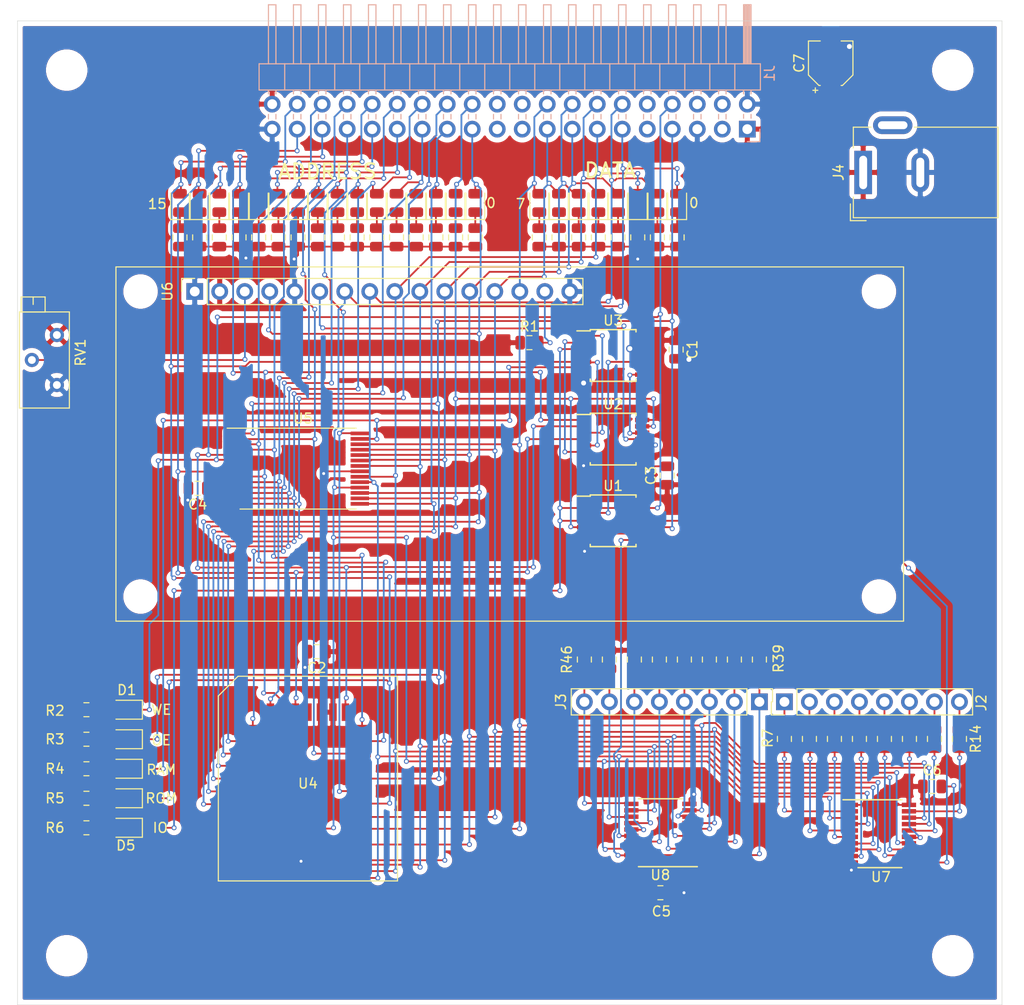
<source format=kicad_pcb>
(kicad_pcb (version 20171130) (host pcbnew "(5.1.5-0-10_14)")
  (title_block (title "IO board") (date 2020-02-29) (rev 1))
  (layers (0 F.Cu signal) (31 B.Cu signal) (34 B.Paste user) (35 F.Paste user) (36 B.SilkS user) (37 F.SilkS user) (38 B.Mask user) (39 F.Mask user) (44 Edge.Cuts user))
  (net 0 "")
  (net 1 VCC)
  (net 2 GND)
  (net 3 "Net-(D1-Pad2)")
  (net 4 /~we)
  (net 5 "Net-(D2-Pad2)")
  (net 6 /~oe)
  (net 7 "Net-(D3-Pad2)")
  (net 8 /~ram_cs)
  (net 9 "Net-(D4-Pad2)")
  (net 10 /a15)
  (net 11 "Net-(D5-Pad2)")
  (net 12 /~io_cs)
  (net 13 /a0)
  (net 14 "Net-(D6-Pad1)")
  (net 15 /a1)
  (net 16 "Net-(D7-Pad1)")
  (net 17 /a2)
  (net 18 "Net-(D8-Pad1)")
  (net 19 /a3)
  (net 20 "Net-(D9-Pad1)")
  (net 21 "Net-(D10-Pad1)")
  (net 22 /a4)
  (net 23 "Net-(D11-Pad1)")
  (net 24 /a5)
  (net 25 "Net-(D12-Pad1)")
  (net 26 /a6)
  (net 27 "Net-(D13-Pad1)")
  (net 28 /a7)
  (net 29 "Net-(D14-Pad1)")
  (net 30 /a8)
  (net 31 "Net-(D15-Pad1)")
  (net 32 /a9)
  (net 33 "Net-(D16-Pad1)")
  (net 34 /a10)
  (net 35 "Net-(D17-Pad1)")
  (net 36 /a11)
  (net 37 "Net-(D18-Pad1)")
  (net 38 /a12)
  (net 39 "Net-(D19-Pad1)")
  (net 40 /a13)
  (net 41 "Net-(D20-Pad1)")
  (net 42 /a14)
  (net 43 "Net-(D21-Pad1)")
  (net 44 "Net-(D22-Pad1)")
  (net 45 /d0)
  (net 46 "Net-(D23-Pad1)")
  (net 47 /d1)
  (net 48 "Net-(D24-Pad1)")
  (net 49 /d2)
  (net 50 /d3)
  (net 51 "Net-(D25-Pad1)")
  (net 52 /d4)
  (net 53 "Net-(D26-Pad1)")
  (net 54 /d5)
  (net 55 "Net-(D27-Pad1)")
  (net 56 /d6)
  (net 57 "Net-(D28-Pad1)")
  (net 58 /d7)
  (net 59 "Net-(D29-Pad1)")
  (net 60 /clk)
  (net 61 /~rst)
  (net 62 "Net-(J1-Pad6)")
  (net 63 "Net-(J1-Pad9)")
  (net 64 "Net-(J1-Pad10)")
  (net 65 "Net-(J1-Pad19)")
  (net 66 "Net-(J1-Pad20)")
  (net 67 "Net-(J1-Pad21)")
  (net 68 "Net-(J1-Pad22)")
  (net 69 "Net-(J2-Pad8)")
  (net 70 "Net-(J2-Pad7)")
  (net 71 "Net-(J2-Pad6)")
  (net 72 "Net-(J2-Pad5)")
  (net 73 "Net-(J2-Pad4)")
  (net 74 "Net-(J2-Pad3)")
  (net 75 "Net-(J2-Pad2)")
  (net 76 "Net-(J2-Pad1)")
  (net 77 "Net-(J3-Pad1)")
  (net 78 "Net-(J3-Pad2)")
  (net 79 "Net-(J3-Pad3)")
  (net 80 "Net-(J3-Pad4)")
  (net 81 "Net-(J3-Pad5)")
  (net 82 "Net-(J3-Pad6)")
  (net 83 "Net-(J3-Pad7)")
  (net 84 "Net-(J3-Pad8)")
  (net 85 "Net-(R1-Pad2)")
  (net 86 "Net-(R7-Pad2)")
  (net 87 "Net-(R8-Pad2)")
  (net 88 "Net-(R9-Pad2)")
  (net 89 "Net-(R10-Pad2)")
  (net 90 "Net-(R11-Pad2)")
  (net 91 "Net-(R12-Pad2)")
  (net 92 "Net-(R13-Pad2)")
  (net 93 "Net-(R14-Pad2)")
  (net 94 "Net-(RV1-Pad2)")
  (net 95 "Net-(U1-Pad3)")
  (net 96 /~kb_cs)
  (net 97 /~kb_oe)
  (net 98 /kb_cp)
  (net 99 "Net-(U2-Pad3)")
  (net 100 "Net-(U2-Pad6)")
  (net 101 "Net-(U2-Pad8)")
  (net 102 /lcd_e)
  (net 103 "Net-(U2-Pad12)")
  (net 104 "Net-(U3-Pad11)")
  (net 105 "Net-(J4-Pad3)")
  (module Connector_BarrelJack:BarrelJack_Wuerth_6941xx301002 (layer F.Cu) (at 185.9 65.4 90)
    (fp_text reference J4 (at 0 -2.5 90) (layer F.SilkS))
    (fp_text value Barrel_Jack_Switch)
    (pad 1 thru_hole rect (at 0 0 90) (size 4.4 1.8) (drill oval 3.4 0.8) (layers *.Cu *.Mask) (net 1 VCC))
    (pad 2 thru_hole oval (at 0 5.8 90) (size 4 1.8) (drill oval 3 0.8) (layers *.Cu *.Mask) (net 2 GND))
    (pad 3 thru_hole oval (at 4.8 3 180) (size 4 1.8) (drill oval 3 0.8) (layers *.Cu *.Mask) (net 105 "Net-(J4-Pad3)"))
  )
  (module MountingHole:MountingHole_2.5mm (layer F.Cu) (at 112.5 108.5)
    (fp_text reference REF** hide)
    (fp_text value MountingHole_2.5mm hide)
    (pad 1 np_thru_hole circle (at 0 0) (size 2.5 2.5) (drill 2.5) (layers *.Cu *.Mask))
  )
  (module MountingHole:MountingHole_2.5mm (layer F.Cu) (at 187.5 108.5)
    (fp_text reference REF** hide)
    (fp_text value MountingHole_2.5mm hide)
    (pad 1 np_thru_hole circle (at 0 0) (size 2.5 2.5) (drill 2.5) (layers *.Cu *.Mask))
  )
  (module MountingHole:MountingHole_2.5mm (layer F.Cu) (at 187.5 77.5)
    (fp_text reference REF** hide)
    (fp_text value MountingHole_2.5mm hide)
    (pad 1 np_thru_hole circle (at 0 0) (size 2.5 2.5) (drill 2.5) (layers *.Cu *.Mask))
  )
  (module MountingHole:MountingHole_2.5mm (layer F.Cu) (at 112.5 77.5)
    (fp_text reference REF** hide)
    (fp_text value MountingHole_2.5mm hide)
    (pad 1 np_thru_hole circle (at 0 0) (size 2.5 2.5) (drill 2.5) (layers *.Cu *.Mask))
  )
  (module Resistor_SMD:R_0805_2012Metric (layer F.Cu) (at 157.58 114.9 90)
    (fp_text reference R46 (at 0 -1.78 90) (layer F.SilkS))
    (fp_text value 10k)
    (pad 2 smd roundrect (at 0.9375 0 90) (size 0.975 1.4) (layers F.Cu F.Paste F.Mask) (net 1 VCC))
    (pad 1 smd roundrect (at -0.9375 0 90) (size 0.975 1.4) (layers F.Cu F.Paste F.Mask) (net 84 "Net-(J3-Pad8)"))
  )
  (module Resistor_SMD:R_0805_2012Metric (layer F.Cu) (at 160.12 114.9 90)
    (fp_text reference R45 hide)
    (fp_text value 10k)
    (pad 2 smd roundrect (at 0.9375 0 90) (size 0.975 1.4) (layers F.Cu F.Paste F.Mask) (net 1 VCC))
    (pad 1 smd roundrect (at -0.9375 0 90) (size 0.975 1.4) (layers F.Cu F.Paste F.Mask) (net 83 "Net-(J3-Pad7)"))
  )
  (module Resistor_SMD:R_0805_2012Metric (layer F.Cu) (at 162.66 114.9 90)
    (fp_text reference R44 hide)
    (fp_text value 10k hide)
    (pad 2 smd roundrect (at 0.9375 0 90) (size 0.975 1.4) (layers F.Cu F.Paste F.Mask) (net 1 VCC))
    (pad 1 smd roundrect (at -0.9375 0 90) (size 0.975 1.4) (layers F.Cu F.Paste F.Mask) (net 82 "Net-(J3-Pad6)"))
  )
  (module Resistor_SMD:R_0805_2012Metric (layer F.Cu) (at 165.2 114.9 90)
    (fp_text reference R43 hide)
    (fp_text value 10k)
    (pad 2 smd roundrect (at 0.9375 0 90) (size 0.975 1.4) (layers F.Cu F.Paste F.Mask) (net 1 VCC))
    (pad 1 smd roundrect (at -0.9375 0 90) (size 0.975 1.4) (layers F.Cu F.Paste F.Mask) (net 81 "Net-(J3-Pad5)"))
  )
  (module Resistor_SMD:R_0805_2012Metric (layer F.Cu) (at 167.74 114.9 90)
    (fp_text reference R42 hide)
    (fp_text value 10k)
    (pad 2 smd roundrect (at 0.9375 0 90) (size 0.975 1.4) (layers F.Cu F.Paste F.Mask) (net 1 VCC))
    (pad 1 smd roundrect (at -0.9375 0 90) (size 0.975 1.4) (layers F.Cu F.Paste F.Mask) (net 80 "Net-(J3-Pad4)"))
  )
  (module Resistor_SMD:R_0805_2012Metric (layer F.Cu) (at 170.28 114.9 90)
    (fp_text reference R41 hide)
    (fp_text value 10k)
    (pad 2 smd roundrect (at 0.9375 0 90) (size 0.975 1.4) (layers F.Cu F.Paste F.Mask) (net 1 VCC))
    (pad 1 smd roundrect (at -0.9375 0 90) (size 0.975 1.4) (layers F.Cu F.Paste F.Mask) (net 79 "Net-(J3-Pad3)"))
  )
  (module Resistor_SMD:R_0805_2012Metric (layer F.Cu) (at 172.82 114.9 90)
    (fp_text reference R40 hide)
    (fp_text value 10k)
    (pad 2 smd roundrect (at 0.9375 0 90) (size 0.975 1.4) (layers F.Cu F.Paste F.Mask) (net 1 VCC))
    (pad 1 smd roundrect (at -0.9375 0 90) (size 0.975 1.4) (layers F.Cu F.Paste F.Mask) (net 78 "Net-(J3-Pad2)"))
  )
  (module Resistor_SMD:R_0805_2012Metric (layer F.Cu) (at 175.36 114.9 90)
    (fp_text reference R39 (at 0.1 1.94 90) (layer F.SilkS))
    (fp_text value 10k)
    (pad 2 smd roundrect (at 0.9375 0 90) (size 0.975 1.4) (layers F.Cu F.Paste F.Mask) (net 1 VCC))
    (pad 1 smd roundrect (at -0.9375 0 90) (size 0.975 1.4) (layers F.Cu F.Paste F.Mask) (net 77 "Net-(J3-Pad1)"))
  )
  (module Capacitor_SMD:C_0805_2012Metric (layer F.Cu) (at 166.9 83.4 270)
    (fp_text reference C1 (at 0 -1.65 90) (layer F.SilkS))
    (fp_text value 0.1u)
    (pad 1 smd roundrect (at -0.9375 0 270) (size 0.975 1.4) (layers F.Cu F.Paste F.Mask) (net 1 VCC))
    (pad 2 smd roundrect (at 0.9375 0 270) (size 0.975 1.4) (layers F.Cu F.Paste F.Mask) (net 2 GND))
  )
  (module Capacitor_SMD:C_0805_2012Metric (layer F.Cu) (at 130.4 114.1 180)
    (fp_text reference C2 (at 0 -1.65) (layer F.SilkS))
    (fp_text value 0.1u)
    (pad 1 smd roundrect (at -0.9375 0 180) (size 0.975 1.4) (layers F.Cu F.Paste F.Mask) (net 1 VCC))
    (pad 2 smd roundrect (at 0.9375 0 180) (size 0.975 1.4) (layers F.Cu F.Paste F.Mask) (net 2 GND))
  )
  (module Capacitor_SMD:C_0805_2012Metric (layer F.Cu) (at 166 96.2 90)
    (fp_text reference C3 (at 0 -1.65 90) (layer F.SilkS))
    (fp_text value 0.1u)
    (pad 2 smd roundrect (at 0.9375 0 90) (size 0.975 1.4) (layers F.Cu F.Paste F.Mask) (net 2 GND))
    (pad 1 smd roundrect (at -0.9375 0 90) (size 0.975 1.4) (layers F.Cu F.Paste F.Mask) (net 1 VCC))
  )
  (module Capacitor_SMD:C_0805_2012Metric (layer F.Cu) (at 118.3 97.5 180)
    (fp_text reference C4 (at 0 -1.65) (layer F.SilkS))
    (fp_text value 0.1u)
    (pad 1 smd roundrect (at -0.9375 0 180) (size 0.975 1.4) (layers F.Cu F.Paste F.Mask) (net 1 VCC))
    (pad 2 smd roundrect (at 0.9375 0 180) (size 0.975 1.4) (layers F.Cu F.Paste F.Mask) (net 2 GND))
  )
  (module Capacitor_SMD:C_0805_2012Metric (layer F.Cu) (at 165.3 138.6)
    (fp_text reference C5 (at 0.1 1.9) (layer F.SilkS))
    (fp_text value 0.1u)
    (pad 2 smd roundrect (at 0.9375 0) (size 0.975 1.4) (layers F.Cu F.Paste F.Mask) (net 2 GND))
    (pad 1 smd roundrect (at -0.9375 0) (size 0.975 1.4) (layers F.Cu F.Paste F.Mask) (net 1 VCC))
  )
  (module Capacitor_SMD:C_0805_2012Metric (layer F.Cu) (at 192.9 127.8)
    (fp_text reference C6 (at 0 -1.65) (layer F.SilkS))
    (fp_text value 0.1u)
    (pad 2 smd roundrect (at 0.9375 0) (size 0.975 1.4) (layers F.Cu F.Paste F.Mask) (net 2 GND))
    (pad 1 smd roundrect (at -0.9375 0) (size 0.975 1.4) (layers F.Cu F.Paste F.Mask) (net 1 VCC))
  )
  (module Capacitor_SMD:CP_Elec_4x4.5 (layer F.Cu) (at 182.6 54.3 90)
    (fp_text reference C7 (at 0 -3.2 90) (layer F.SilkS))
    (fp_text value 25.0x6.3v)
    (pad 1 smd roundrect (at -1.8 0 90) (size 2.6 1.6) (layers F.Cu F.Paste F.Mask) (roundrect_rratio 0.15625) (net 1 VCC))
    (pad 2 smd roundrect (at 1.8 0 90) (size 2.6 1.6) (layers F.Cu F.Paste F.Mask) (roundrect_rratio 0.15625) (net 2 GND))
  )
  (module LED_SMD:LED_0805_2012Metric (layer F.Cu) (at 111 120 180)
    (fp_text reference D1 (at -0.1 2) (layer F.SilkS))
    (fp_text value KP-2012CGCK)
    (pad 2 smd roundrect (at 0.9375 0 180) (size 0.975 1.4) (layers F.Cu F.Paste F.Mask) (net 3 "Net-(D1-Pad2)"))
    (pad 1 smd roundrect (at -0.9375 0 180) (size 0.975 1.4) (layers F.Cu F.Paste F.Mask) (net 4 /~we))
  )
  (module LED_SMD:LED_0805_2012Metric (layer F.Cu) (at 111 123 180)
    (fp_text reference D2 hide)
    (fp_text value KP-2012CGCK)
    (pad 2 smd roundrect (at 0.9375 0 180) (size 0.975 1.4) (layers F.Cu F.Paste F.Mask) (net 5 "Net-(D2-Pad2)"))
    (pad 1 smd roundrect (at -0.9375 0 180) (size 0.975 1.4) (layers F.Cu F.Paste F.Mask) (net 6 /~oe))
  )
  (module LED_SMD:LED_0805_2012Metric (layer F.Cu) (at 111 126 180)
    (fp_text reference D3 hide)
    (fp_text value KP-2012CGCK)
    (pad 2 smd roundrect (at 0.9375 0 180) (size 0.975 1.4) (layers F.Cu F.Paste F.Mask) (net 7 "Net-(D3-Pad2)"))
    (pad 1 smd roundrect (at -0.9375 0 180) (size 0.975 1.4) (layers F.Cu F.Paste F.Mask) (net 8 /~ram_cs))
  )
  (module LED_SMD:LED_0805_2012Metric (layer F.Cu) (at 111 129 180)
    (fp_text reference D4 hide)
    (fp_text value KP-2012CGCK)
    (pad 2 smd roundrect (at 0.9375 0 180) (size 0.975 1.4) (layers F.Cu F.Paste F.Mask) (net 9 "Net-(D4-Pad2)"))
    (pad 1 smd roundrect (at -0.9375 0 180) (size 0.975 1.4) (layers F.Cu F.Paste F.Mask) (net 10 /a15))
  )
  (module LED_SMD:LED_0805_2012Metric (layer F.Cu) (at 111 132 180)
    (fp_text reference D5 (at 0 -1.8) (layer F.SilkS))
    (fp_text value KP-2012CGCK)
    (pad 2 smd roundrect (at 0.9375 0 180) (size 0.975 1.4) (layers F.Cu F.Paste F.Mask) (net 11 "Net-(D5-Pad2)"))
    (pad 1 smd roundrect (at -0.9375 0 180) (size 0.975 1.4) (layers F.Cu F.Paste F.Mask) (net 12 /~io_cs))
  )
  (module LED_SMD:LED_0805_2012Metric (layer F.Cu) (at 146.5 68.5 90)
    (fp_text reference D6 hide)
    (fp_text value KP-2012EC)
    (pad 2 smd roundrect (at 0.9375 0 90) (size 0.975 1.4) (layers F.Cu F.Paste F.Mask) (net 13 /a0))
    (pad 1 smd roundrect (at -0.9375 0 90) (size 0.975 1.4) (layers F.Cu F.Paste F.Mask) (net 14 "Net-(D6-Pad1)"))
  )
  (module LED_SMD:LED_0805_2012Metric (layer F.Cu) (at 144.5 68.5 90)
    (fp_text reference D7 hide)
    (fp_text value KP-2012EC)
    (pad 2 smd roundrect (at 0.9375 0 90) (size 0.975 1.4) (layers F.Cu F.Paste F.Mask) (net 15 /a1))
    (pad 1 smd roundrect (at -0.9375 0 90) (size 0.975 1.4) (layers F.Cu F.Paste F.Mask) (net 16 "Net-(D7-Pad1)"))
  )
  (module LED_SMD:LED_0805_2012Metric (layer F.Cu) (at 142.5 68.5 90)
    (fp_text reference D8 hide)
    (fp_text value KP-2012EC)
    (pad 2 smd roundrect (at 0.9375 0 90) (size 0.975 1.4) (layers F.Cu F.Paste F.Mask) (net 17 /a2))
    (pad 1 smd roundrect (at -0.9375 0 90) (size 0.975 1.4) (layers F.Cu F.Paste F.Mask) (net 18 "Net-(D8-Pad1)"))
  )
  (module LED_SMD:LED_0805_2012Metric (layer F.Cu) (at 140.5 68.5 90)
    (fp_text reference D9 hide)
    (fp_text value KP-2012EC)
    (pad 2 smd roundrect (at 0.9375 0 90) (size 0.975 1.4) (layers F.Cu F.Paste F.Mask) (net 19 /a3))
    (pad 1 smd roundrect (at -0.9375 0 90) (size 0.975 1.4) (layers F.Cu F.Paste F.Mask) (net 20 "Net-(D9-Pad1)"))
  )
  (module LED_SMD:LED_0805_2012Metric (layer F.Cu) (at 138.5 68.5 90)
    (fp_text reference D10 hide)
    (fp_text value KP-2012EC)
    (pad 1 smd roundrect (at -0.9375 0 90) (size 0.975 1.4) (layers F.Cu F.Paste F.Mask) (net 21 "Net-(D10-Pad1)"))
    (pad 2 smd roundrect (at 0.9375 0 90) (size 0.975 1.4) (layers F.Cu F.Paste F.Mask) (net 22 /a4))
  )
  (module LED_SMD:LED_0805_2012Metric (layer F.Cu) (at 136.5 68.5 90)
    (fp_text reference D11 hide)
    (fp_text value KP-2012EC)
    (pad 1 smd roundrect (at -0.9375 0 90) (size 0.975 1.4) (layers F.Cu F.Paste F.Mask) (net 23 "Net-(D11-Pad1)"))
    (pad 2 smd roundrect (at 0.9375 0 90) (size 0.975 1.4) (layers F.Cu F.Paste F.Mask) (net 24 /a5))
  )
  (module LED_SMD:LED_0805_2012Metric (layer F.Cu) (at 134.5 68.5 90)
    (fp_text reference D12 hide)
    (fp_text value KP-2012EC)
    (pad 1 smd roundrect (at -0.9375 0 90) (size 0.975 1.4) (layers F.Cu F.Paste F.Mask) (net 25 "Net-(D12-Pad1)"))
    (pad 2 smd roundrect (at 0.9375 0 90) (size 0.975 1.4) (layers F.Cu F.Paste F.Mask) (net 26 /a6))
  )
  (module LED_SMD:LED_0805_2012Metric (layer F.Cu) (at 132.5 68.5 90)
    (fp_text reference D13 hide)
    (fp_text value KP-2012EC)
    (pad 1 smd roundrect (at -0.9375 0 90) (size 0.975 1.4) (layers F.Cu F.Paste F.Mask) (net 27 "Net-(D13-Pad1)"))
    (pad 2 smd roundrect (at 0.9375 0 90) (size 0.975 1.4) (layers F.Cu F.Paste F.Mask) (net 28 /a7))
  )
  (module LED_SMD:LED_0805_2012Metric (layer F.Cu) (at 130.5 68.5 90)
    (fp_text reference D14 hide)
    (fp_text value KP-2012EC)
    (pad 1 smd roundrect (at -0.9375 0 90) (size 0.975 1.4) (layers F.Cu F.Paste F.Mask) (net 29 "Net-(D14-Pad1)"))
    (pad 2 smd roundrect (at 0.9375 0 90) (size 0.975 1.4) (layers F.Cu F.Paste F.Mask) (net 30 /a8))
  )
  (module LED_SMD:LED_0805_2012Metric (layer F.Cu) (at 128.5 68.5 90)
    (fp_text reference D15 hide)
    (fp_text value KP-2012EC)
    (pad 1 smd roundrect (at -0.9375 0 90) (size 0.975 1.4) (layers F.Cu F.Paste F.Mask) (net 31 "Net-(D15-Pad1)"))
    (pad 2 smd roundrect (at 0.9375 0 90) (size 0.975 1.4) (layers F.Cu F.Paste F.Mask) (net 32 /a9))
  )
  (module LED_SMD:LED_0805_2012Metric (layer F.Cu) (at 126.5 68.5 90)
    (fp_text reference D16 hide)
    (fp_text value KP-2012EC)
    (pad 1 smd roundrect (at -0.9375 0 90) (size 0.975 1.4) (layers F.Cu F.Paste F.Mask) (net 33 "Net-(D16-Pad1)"))
    (pad 2 smd roundrect (at 0.9375 0 90) (size 0.975 1.4) (layers F.Cu F.Paste F.Mask) (net 34 /a10))
  )
  (module LED_SMD:LED_0805_2012Metric (layer F.Cu) (at 124.5 68.5 90)
    (fp_text reference D17 hide)
    (fp_text value KP-2012EC)
    (pad 1 smd roundrect (at -0.9375 0 90) (size 0.975 1.4) (layers F.Cu F.Paste F.Mask) (net 35 "Net-(D17-Pad1)"))
    (pad 2 smd roundrect (at 0.9375 0 90) (size 0.975 1.4) (layers F.Cu F.Paste F.Mask) (net 36 /a11))
  )
  (module LED_SMD:LED_0805_2012Metric (layer F.Cu) (at 122.5 68.5 90)
    (fp_text reference D18 hide)
    (fp_text value KP-2012EC)
    (pad 1 smd roundrect (at -0.9375 0 90) (size 0.975 1.4) (layers F.Cu F.Paste F.Mask) (net 37 "Net-(D18-Pad1)"))
    (pad 2 smd roundrect (at 0.9375 0 90) (size 0.975 1.4) (layers F.Cu F.Paste F.Mask) (net 38 /a12))
  )
  (module LED_SMD:LED_0805_2012Metric (layer F.Cu) (at 120.5 68.5 90)
    (fp_text reference D19 hide)
    (fp_text value KP-2012EC)
    (pad 1 smd roundrect (at -0.9375 0 90) (size 0.975 1.4) (layers F.Cu F.Paste F.Mask) (net 39 "Net-(D19-Pad1)"))
    (pad 2 smd roundrect (at 0.9375 0 90) (size 0.975 1.4) (layers F.Cu F.Paste F.Mask) (net 40 /a13))
  )
  (module LED_SMD:LED_0805_2012Metric (layer F.Cu) (at 118.5 68.5 90)
    (fp_text reference D20 hide)
    (fp_text value KP-2012EC)
    (pad 1 smd roundrect (at -0.9375 0 90) (size 0.975 1.4) (layers F.Cu F.Paste F.Mask) (net 41 "Net-(D20-Pad1)"))
    (pad 2 smd roundrect (at 0.9375 0 90) (size 0.975 1.4) (layers F.Cu F.Paste F.Mask) (net 42 /a14))
  )
  (module LED_SMD:LED_0805_2012Metric (layer F.Cu) (at 116.5 68.5 90)
    (fp_text reference D21 hide)
    (fp_text value KP-2012EC)
    (pad 1 smd roundrect (at -0.9375 0 90) (size 0.975 1.4) (layers F.Cu F.Paste F.Mask) (net 43 "Net-(D21-Pad1)"))
    (pad 2 smd roundrect (at 0.9375 0 90) (size 0.975 1.4) (layers F.Cu F.Paste F.Mask) (net 10 /a15))
  )
  (module LED_SMD:LED_0805_2012Metric (layer F.Cu) (at 167 68.5 90)
    (fp_text reference D22 hide)
    (fp_text value KP-2012EC)
    (pad 1 smd roundrect (at -0.9375 0 90) (size 0.975 1.4) (layers F.Cu F.Paste F.Mask) (net 44 "Net-(D22-Pad1)"))
    (pad 2 smd roundrect (at 0.9375 0 90) (size 0.975 1.4) (layers F.Cu F.Paste F.Mask) (net 45 /d0))
  )
  (module LED_SMD:LED_0805_2012Metric (layer F.Cu) (at 165 68.5 90)
    (fp_text reference D23 hide)
    (fp_text value KP-2012EC)
    (pad 1 smd roundrect (at -0.9375 0 90) (size 0.975 1.4) (layers F.Cu F.Paste F.Mask) (net 46 "Net-(D23-Pad1)"))
    (pad 2 smd roundrect (at 0.9375 0 90) (size 0.975 1.4) (layers F.Cu F.Paste F.Mask) (net 47 /d1))
  )
  (module LED_SMD:LED_0805_2012Metric (layer F.Cu) (at 163 68.5 90)
    (fp_text reference D24 hide)
    (fp_text value KP-2012EC)
    (pad 1 smd roundrect (at -0.9375 0 90) (size 0.975 1.4) (layers F.Cu F.Paste F.Mask) (net 48 "Net-(D24-Pad1)"))
    (pad 2 smd roundrect (at 0.9375 0 90) (size 0.975 1.4) (layers F.Cu F.Paste F.Mask) (net 49 /d2))
  )
  (module LED_SMD:LED_0805_2012Metric (layer F.Cu) (at 161 68.5 90)
    (fp_text reference D25 hide)
    (fp_text value KP-2012EC)
    (pad 2 smd roundrect (at 0.9375 0 90) (size 0.975 1.4) (layers F.Cu F.Paste F.Mask) (net 50 /d3))
    (pad 1 smd roundrect (at -0.9375 0 90) (size 0.975 1.4) (layers F.Cu F.Paste F.Mask) (net 51 "Net-(D25-Pad1)"))
  )
  (module LED_SMD:LED_0805_2012Metric (layer F.Cu) (at 159 68.5 90)
    (fp_text reference D26 hide)
    (fp_text value KP-2012EC)
    (pad 2 smd roundrect (at 0.9375 0 90) (size 0.975 1.4) (layers F.Cu F.Paste F.Mask) (net 52 /d4))
    (pad 1 smd roundrect (at -0.9375 0 90) (size 0.975 1.4) (layers F.Cu F.Paste F.Mask) (net 53 "Net-(D26-Pad1)"))
  )
  (module LED_SMD:LED_0805_2012Metric (layer F.Cu) (at 157 68.5 90)
    (fp_text reference D27 hide)
    (fp_text value KP-2012EC)
    (pad 2 smd roundrect (at 0.9375 0 90) (size 0.975 1.4) (layers F.Cu F.Paste F.Mask) (net 54 /d5))
    (pad 1 smd roundrect (at -0.9375 0 90) (size 0.975 1.4) (layers F.Cu F.Paste F.Mask) (net 55 "Net-(D27-Pad1)"))
  )
  (module LED_SMD:LED_0805_2012Metric (layer F.Cu) (at 155 68.5 90)
    (fp_text reference D28 hide)
    (fp_text value KP-2012EC)
    (pad 2 smd roundrect (at 0.9375 0 90) (size 0.975 1.4) (layers F.Cu F.Paste F.Mask) (net 56 /d6))
    (pad 1 smd roundrect (at -0.9375 0 90) (size 0.975 1.4) (layers F.Cu F.Paste F.Mask) (net 57 "Net-(D28-Pad1)"))
  )
  (module LED_SMD:LED_0805_2012Metric (layer F.Cu) (at 153 68.5 90)
    (fp_text reference D29 hide)
    (fp_text value KP-2012EC)
    (pad 2 smd roundrect (at 0.9375 0 90) (size 0.975 1.4) (layers F.Cu F.Paste F.Mask) (net 58 /d7))
    (pad 1 smd roundrect (at -0.9375 0 90) (size 0.975 1.4) (layers F.Cu F.Paste F.Mask) (net 59 "Net-(D29-Pad1)"))
  )
  (module MountingHole:MountingHole_3.2mm_M3 (layer F.Cu) (at 105 55)
    (fp_text reference H1 hide)
    (fp_text value MountingHole hide)
    (pad 1 np_thru_hole circle (at 0 0) (size 3.2 3.2) (drill 3.2) (layers *.Cu *.Mask))
  )
  (module MountingHole:MountingHole_3.2mm_M3 (layer F.Cu) (at 195 55)
    (fp_text reference H2 hide)
    (fp_text value MountingHole hide)
    (pad 1 np_thru_hole circle (at 0 0) (size 3.2 3.2) (drill 3.2) (layers *.Cu *.Mask))
  )
  (module MountingHole:MountingHole_3.2mm_M3 (layer F.Cu) (at 105 145)
    (fp_text reference H3 hide)
    (fp_text value MountingHole hide)
    (pad 1 np_thru_hole circle (at 0 0) (size 3.2 3.2) (drill 3.2) (layers *.Cu *.Mask))
  )
  (module MountingHole:MountingHole_3.2mm_M3 (layer F.Cu) (at 195 145)
    (fp_text reference H4 hide)
    (fp_text value MountingHole hide)
    (pad 1 np_thru_hole circle (at 0 0) (size 3.2 3.2) (drill 3.2) (layers *.Cu *.Mask))
  )
  (module Connector_PinHeader_2.54mm:PinHeader_2x20_P2.54mm_Horizontal (layer B.Cu) (at 174.13 61 90)
    (fp_text reference J1 (at 5.655 2.27 270) (layer B.SilkS) (effects (justify mirror)))
    (fp_text value 61304021021)
    (pad 1 thru_hole rect (at 0 0 90) (size 1.7 1.7) (drill 1) (layers *.Cu *.Mask) (net 1 VCC))
    (pad 2 thru_hole oval (at 2.54 0 90) (size 1.7 1.7) (drill 1) (layers *.Cu *.Mask) (net 2 GND))
    (pad 3 thru_hole oval (at 0 -2.54 90) (size 1.7 1.7) (drill 1) (layers *.Cu *.Mask) (net 60 /clk))
    (pad 4 thru_hole oval (at 2.54 -2.54 90) (size 1.7 1.7) (drill 1) (layers *.Cu *.Mask) (net 61 /~rst))
    (pad 5 thru_hole oval (at 0 -5.08 90) (size 1.7 1.7) (drill 1) (layers *.Cu *.Mask) (net 2 GND))
    (pad 6 thru_hole oval (at 2.54 -5.08 90) (size 1.7 1.7) (drill 1) (layers *.Cu *.Mask) (net 62 "Net-(J1-Pad6)"))
    (pad 7 thru_hole oval (at 0 -7.62 90) (size 1.7 1.7) (drill 1) (layers *.Cu *.Mask) (net 6 /~oe))
    (pad 8 thru_hole oval (at 2.54 -7.62 90) (size 1.7 1.7) (drill 1) (layers *.Cu *.Mask) (net 4 /~we))
    (pad 9 thru_hole oval (at 0 -10.16 90) (size 1.7 1.7) (drill 1) (layers *.Cu *.Mask) (net 63 "Net-(J1-Pad9)"))
    (pad 10 thru_hole oval (at 2.54 -10.16 90) (size 1.7 1.7) (drill 1) (layers *.Cu *.Mask) (net 64 "Net-(J1-Pad10)"))
    (pad 11 thru_hole oval (at 0 -12.7 90) (size 1.7 1.7) (drill 1) (layers *.Cu *.Mask) (net 45 /d0))
    (pad 12 thru_hole oval (at 2.54 -12.7 90) (size 1.7 1.7) (drill 1) (layers *.Cu *.Mask) (net 47 /d1))
    (pad 13 thru_hole oval (at 0 -15.24 90) (size 1.7 1.7) (drill 1) (layers *.Cu *.Mask) (net 49 /d2))
    (pad 14 thru_hole oval (at 2.54 -15.24 90) (size 1.7 1.7) (drill 1) (layers *.Cu *.Mask) (net 50 /d3))
    (pad 15 thru_hole oval (at 0 -17.78 90) (size 1.7 1.7) (drill 1) (layers *.Cu *.Mask) (net 52 /d4))
    (pad 16 thru_hole oval (at 2.54 -17.78 90) (size 1.7 1.7) (drill 1) (layers *.Cu *.Mask) (net 54 /d5))
    (pad 17 thru_hole oval (at 0 -20.32 90) (size 1.7 1.7) (drill 1) (layers *.Cu *.Mask) (net 56 /d6))
    (pad 18 thru_hole oval (at 2.54 -20.32 90) (size 1.7 1.7) (drill 1) (layers *.Cu *.Mask) (net 58 /d7))
    (pad 19 thru_hole oval (at 0 -22.86 90) (size 1.7 1.7) (drill 1) (layers *.Cu *.Mask) (net 65 "Net-(J1-Pad19)"))
    (pad 20 thru_hole oval (at 2.54 -22.86 90) (size 1.7 1.7) (drill 1) (layers *.Cu *.Mask) (net 66 "Net-(J1-Pad20)"))
    (pad 21 thru_hole oval (at 0 -25.4 90) (size 1.7 1.7) (drill 1) (layers *.Cu *.Mask) (net 67 "Net-(J1-Pad21)"))
    (pad 22 thru_hole oval (at 2.54 -25.4 90) (size 1.7 1.7) (drill 1) (layers *.Cu *.Mask) (net 68 "Net-(J1-Pad22)"))
    (pad 23 thru_hole oval (at 0 -27.94 90) (size 1.7 1.7) (drill 1) (layers *.Cu *.Mask) (net 13 /a0))
    (pad 24 thru_hole oval (at 2.54 -27.94 90) (size 1.7 1.7) (drill 1) (layers *.Cu *.Mask) (net 15 /a1))
    (pad 25 thru_hole oval (at 0 -30.48 90) (size 1.7 1.7) (drill 1) (layers *.Cu *.Mask) (net 17 /a2))
    (pad 26 thru_hole oval (at 2.54 -30.48 90) (size 1.7 1.7) (drill 1) (layers *.Cu *.Mask) (net 19 /a3))
    (pad 27 thru_hole oval (at 0 -33.02 90) (size 1.7 1.7) (drill 1) (layers *.Cu *.Mask) (net 22 /a4))
    (pad 28 thru_hole oval (at 2.54 -33.02 90) (size 1.7 1.7) (drill 1) (layers *.Cu *.Mask) (net 24 /a5))
    (pad 29 thru_hole oval (at 0 -35.56 90) (size 1.7 1.7) (drill 1) (layers *.Cu *.Mask) (net 26 /a6))
    (pad 30 thru_hole oval (at 2.54 -35.56 90) (size 1.7 1.7) (drill 1) (layers *.Cu *.Mask) (net 28 /a7))
    (pad 31 thru_hole oval (at 0 -38.1 90) (size 1.7 1.7) (drill 1) (layers *.Cu *.Mask) (net 30 /a8))
    (pad 32 thru_hole oval (at 2.54 -38.1 90) (size 1.7 1.7) (drill 1) (layers *.Cu *.Mask) (net 32 /a9))
    (pad 33 thru_hole oval (at 0 -40.64 90) (size 1.7 1.7) (drill 1) (layers *.Cu *.Mask) (net 34 /a10))
    (pad 34 thru_hole oval (at 2.54 -40.64 90) (size 1.7 1.7) (drill 1) (layers *.Cu *.Mask) (net 36 /a11))
    (pad 35 thru_hole oval (at 0 -43.18 90) (size 1.7 1.7) (drill 1) (layers *.Cu *.Mask) (net 38 /a12))
    (pad 36 thru_hole oval (at 2.54 -43.18 90) (size 1.7 1.7) (drill 1) (layers *.Cu *.Mask) (net 40 /a13))
    (pad 37 thru_hole oval (at 0 -45.72 90) (size 1.7 1.7) (drill 1) (layers *.Cu *.Mask) (net 42 /a14))
    (pad 38 thru_hole oval (at 2.54 -45.72 90) (size 1.7 1.7) (drill 1) (layers *.Cu *.Mask) (net 10 /a15))
    (pad 39 thru_hole oval (at 0 -48.26 90) (size 1.7 1.7) (drill 1) (layers *.Cu *.Mask) (net 2 GND))
    (pad 40 thru_hole oval (at 2.54 -48.26 90) (size 1.7 1.7) (drill 1) (layers *.Cu *.Mask) (net 1 VCC))
  )
  (module Connector_PinHeader_2.54mm:PinHeader_1x08_P2.54mm_Vertical (layer F.Cu) (at 177.9 119.2 90)
    (fp_text reference J2 (at -0.1 20 90) (layer F.SilkS))
    (fp_text value KB_ROW)
    (pad 8 thru_hole oval (at 0 17.78 90) (size 1.7 1.7) (drill 1) (layers *.Cu *.Mask) (net 69 "Net-(J2-Pad8)"))
    (pad 7 thru_hole oval (at 0 15.24 90) (size 1.7 1.7) (drill 1) (layers *.Cu *.Mask) (net 70 "Net-(J2-Pad7)"))
    (pad 6 thru_hole oval (at 0 12.7 90) (size 1.7 1.7) (drill 1) (layers *.Cu *.Mask) (net 71 "Net-(J2-Pad6)"))
    (pad 5 thru_hole oval (at 0 10.16 90) (size 1.7 1.7) (drill 1) (layers *.Cu *.Mask) (net 72 "Net-(J2-Pad5)"))
    (pad 4 thru_hole oval (at 0 7.62 90) (size 1.7 1.7) (drill 1) (layers *.Cu *.Mask) (net 73 "Net-(J2-Pad4)"))
    (pad 3 thru_hole oval (at 0 5.08 90) (size 1.7 1.7) (drill 1) (layers *.Cu *.Mask) (net 74 "Net-(J2-Pad3)"))
    (pad 2 thru_hole oval (at 0 2.54 90) (size 1.7 1.7) (drill 1) (layers *.Cu *.Mask) (net 75 "Net-(J2-Pad2)"))
    (pad 1 thru_hole rect (at 0 0 90) (size 1.7 1.7) (drill 1) (layers *.Cu *.Mask) (net 76 "Net-(J2-Pad1)"))
  )
  (module Connector_PinHeader_2.54mm:PinHeader_1x08_P2.54mm_Vertical (layer F.Cu) (at 175.36 119.2 270)
    (fp_text reference J3 (at 0 20.16 90) (layer F.SilkS))
    (fp_text value KB_COL)
    (pad 1 thru_hole rect (at 0 0 270) (size 1.7 1.7) (drill 1) (layers *.Cu *.Mask) (net 77 "Net-(J3-Pad1)"))
    (pad 2 thru_hole oval (at 0 2.54 270) (size 1.7 1.7) (drill 1) (layers *.Cu *.Mask) (net 78 "Net-(J3-Pad2)"))
    (pad 3 thru_hole oval (at 0 5.08 270) (size 1.7 1.7) (drill 1) (layers *.Cu *.Mask) (net 79 "Net-(J3-Pad3)"))
    (pad 4 thru_hole oval (at 0 7.62 270) (size 1.7 1.7) (drill 1) (layers *.Cu *.Mask) (net 80 "Net-(J3-Pad4)"))
    (pad 5 thru_hole oval (at 0 10.16 270) (size 1.7 1.7) (drill 1) (layers *.Cu *.Mask) (net 81 "Net-(J3-Pad5)"))
    (pad 6 thru_hole oval (at 0 12.7 270) (size 1.7 1.7) (drill 1) (layers *.Cu *.Mask) (net 82 "Net-(J3-Pad6)"))
    (pad 7 thru_hole oval (at 0 15.24 270) (size 1.7 1.7) (drill 1) (layers *.Cu *.Mask) (net 83 "Net-(J3-Pad7)"))
    (pad 8 thru_hole oval (at 0 17.78 270) (size 1.7 1.7) (drill 1) (layers *.Cu *.Mask) (net 84 "Net-(J3-Pad8)"))
  )
  (module Resistor_SMD:R_0805_2012Metric (layer F.Cu) (at 152 82.7)
    (fp_text reference R1 (at 0 -1.65) (layer F.SilkS))
    (fp_text value 0)
    (pad 1 smd roundrect (at -0.9375 0) (size 0.975 1.4) (layers F.Cu F.Paste F.Mask) (net 1 VCC))
    (pad 2 smd roundrect (at 0.9375 0) (size 0.975 1.4) (layers F.Cu F.Paste F.Mask) (net 85 "Net-(R1-Pad2)"))
  )
  (module Resistor_SMD:R_0805_2012Metric (layer F.Cu) (at 107 120)
    (fp_text reference R2 (at -3.2 0.1) (layer F.SilkS))
    (fp_text value 600)
    (pad 1 smd roundrect (at -0.9375 0) (size 0.975 1.4) (layers F.Cu F.Paste F.Mask) (net 1 VCC))
    (pad 2 smd roundrect (at 0.9375 0) (size 0.975 1.4) (layers F.Cu F.Paste F.Mask) (net 3 "Net-(D1-Pad2)"))
  )
  (module Resistor_SMD:R_0805_2012Metric (layer F.Cu) (at 107 123)
    (fp_text reference R3 (at -3.2 0) (layer F.SilkS))
    (fp_text value 600)
    (pad 1 smd roundrect (at -0.9375 0) (size 0.975 1.4) (layers F.Cu F.Paste F.Mask) (net 1 VCC))
    (pad 2 smd roundrect (at 0.9375 0) (size 0.975 1.4) (layers F.Cu F.Paste F.Mask) (net 5 "Net-(D2-Pad2)"))
  )
  (module Resistor_SMD:R_0805_2012Metric (layer F.Cu) (at 107 126)
    (fp_text reference R4 (at -3.2 0) (layer F.SilkS))
    (fp_text value 600)
    (pad 1 smd roundrect (at -0.9375 0) (size 0.975 1.4) (layers F.Cu F.Paste F.Mask) (net 1 VCC))
    (pad 2 smd roundrect (at 0.9375 0) (size 0.975 1.4) (layers F.Cu F.Paste F.Mask) (net 7 "Net-(D3-Pad2)"))
  )
  (module Resistor_SMD:R_0805_2012Metric (layer F.Cu) (at 107 129)
    (fp_text reference R5 (at -3.2 0) (layer F.SilkS))
    (fp_text value 600)
    (pad 1 smd roundrect (at -0.9375 0) (size 0.975 1.4) (layers F.Cu F.Paste F.Mask) (net 1 VCC))
    (pad 2 smd roundrect (at 0.9375 0) (size 0.975 1.4) (layers F.Cu F.Paste F.Mask) (net 9 "Net-(D4-Pad2)"))
  )
  (module Resistor_SMD:R_0805_2012Metric (layer F.Cu) (at 107 132)
    (fp_text reference R6 (at -3.2 0) (layer F.SilkS))
    (fp_text value 600)
    (pad 1 smd roundrect (at -0.9375 0) (size 0.975 1.4) (layers F.Cu F.Paste F.Mask) (net 1 VCC))
    (pad 2 smd roundrect (at 0.9375 0) (size 0.975 1.4) (layers F.Cu F.Paste F.Mask) (net 11 "Net-(D5-Pad2)"))
  )
  (module Resistor_SMD:R_0805_2012Metric (layer F.Cu) (at 177.9 122.97 270)
    (fp_text reference R7 (at -0.07 1.7 90) (layer F.SilkS))
    (fp_text value 1k)
    (pad 2 smd roundrect (at 0.9375 0 270) (size 0.975 1.4) (layers F.Cu F.Paste F.Mask) (net 86 "Net-(R7-Pad2)"))
    (pad 1 smd roundrect (at -0.9375 0 270) (size 0.975 1.4) (layers F.Cu F.Paste F.Mask) (net 76 "Net-(J2-Pad1)"))
  )
  (module Resistor_SMD:R_0805_2012Metric (layer F.Cu) (at 180.44 122.97 270)
    (fp_text reference R8 hide)
    (fp_text value 1k)
    (pad 1 smd roundrect (at -0.9375 0 270) (size 0.975 1.4) (layers F.Cu F.Paste F.Mask) (net 75 "Net-(J2-Pad2)"))
    (pad 2 smd roundrect (at 0.9375 0 270) (size 0.975 1.4) (layers F.Cu F.Paste F.Mask) (net 87 "Net-(R8-Pad2)"))
  )
  (module Resistor_SMD:R_0805_2012Metric (layer F.Cu) (at 182.98 122.97 270)
    (fp_text reference R9 hide)
    (fp_text value 1k)
    (pad 2 smd roundrect (at 0.9375 0 270) (size 0.975 1.4) (layers F.Cu F.Paste F.Mask) (net 88 "Net-(R9-Pad2)"))
    (pad 1 smd roundrect (at -0.9375 0 270) (size 0.975 1.4) (layers F.Cu F.Paste F.Mask) (net 74 "Net-(J2-Pad3)"))
  )
  (module Resistor_SMD:R_0805_2012Metric (layer F.Cu) (at 185.52 122.97 270)
    (fp_text reference R10 hide)
    (fp_text value 1k)
    (pad 1 smd roundrect (at -0.9375 0 270) (size 0.975 1.4) (layers F.Cu F.Paste F.Mask) (net 73 "Net-(J2-Pad4)"))
    (pad 2 smd roundrect (at 0.9375 0 270) (size 0.975 1.4) (layers F.Cu F.Paste F.Mask) (net 89 "Net-(R10-Pad2)"))
  )
  (module Resistor_SMD:R_0805_2012Metric (layer F.Cu) (at 188.06 122.97 270)
    (fp_text reference R11 hide)
    (fp_text value 1k)
    (pad 2 smd roundrect (at 0.9375 0 270) (size 0.975 1.4) (layers F.Cu F.Paste F.Mask) (net 90 "Net-(R11-Pad2)"))
    (pad 1 smd roundrect (at -0.9375 0 270) (size 0.975 1.4) (layers F.Cu F.Paste F.Mask) (net 72 "Net-(J2-Pad5)"))
  )
  (module Resistor_SMD:R_0805_2012Metric (layer F.Cu) (at 190.6 122.97 270)
    (fp_text reference R12 hide)
    (fp_text value 1k)
    (pad 1 smd roundrect (at -0.9375 0 270) (size 0.975 1.4) (layers F.Cu F.Paste F.Mask) (net 71 "Net-(J2-Pad6)"))
    (pad 2 smd roundrect (at 0.9375 0 270) (size 0.975 1.4) (layers F.Cu F.Paste F.Mask) (net 91 "Net-(R12-Pad2)"))
  )
  (module Resistor_SMD:R_0805_2012Metric (layer F.Cu) (at 193.14 122.97 270)
    (fp_text reference R13 hide)
    (fp_text value 1k)
    (pad 2 smd roundrect (at 0.9375 0 270) (size 0.975 1.4) (layers F.Cu F.Paste F.Mask) (net 92 "Net-(R13-Pad2)"))
    (pad 1 smd roundrect (at -0.9375 0 270) (size 0.975 1.4) (layers F.Cu F.Paste F.Mask) (net 70 "Net-(J2-Pad7)"))
  )
  (module Resistor_SMD:R_0805_2012Metric (layer F.Cu) (at 195.68 122.97 270)
    (fp_text reference R14 (at 0 -1.65 90) (layer F.SilkS))
    (fp_text value 1k)
    (pad 1 smd roundrect (at -0.9375 0 270) (size 0.975 1.4) (layers F.Cu F.Paste F.Mask) (net 69 "Net-(J2-Pad8)"))
    (pad 2 smd roundrect (at 0.9375 0 270) (size 0.975 1.4) (layers F.Cu F.Paste F.Mask) (net 93 "Net-(R14-Pad2)"))
  )
  (module Resistor_SMD:R_0805_2012Metric (layer F.Cu) (at 146.5 72 90)
    (fp_text reference R15 hide)
    (fp_text value 620)
    (pad 2 smd roundrect (at 0.9375 0 90) (size 0.975 1.4) (layers F.Cu F.Paste F.Mask) (net 14 "Net-(D6-Pad1)"))
    (pad 1 smd roundrect (at -0.9375 0 90) (size 0.975 1.4) (layers F.Cu F.Paste F.Mask) (net 2 GND))
  )
  (module Resistor_SMD:R_0805_2012Metric (layer F.Cu) (at 144.5 72 90)
    (fp_text reference R16 hide)
    (fp_text value 620)
    (pad 1 smd roundrect (at -0.9375 0 90) (size 0.975 1.4) (layers F.Cu F.Paste F.Mask) (net 2 GND))
    (pad 2 smd roundrect (at 0.9375 0 90) (size 0.975 1.4) (layers F.Cu F.Paste F.Mask) (net 16 "Net-(D7-Pad1)"))
  )
  (module Resistor_SMD:R_0805_2012Metric (layer F.Cu) (at 142.5 72 90)
    (fp_text reference R17 hide)
    (fp_text value 620)
    (pad 2 smd roundrect (at 0.9375 0 90) (size 0.975 1.4) (layers F.Cu F.Paste F.Mask) (net 18 "Net-(D8-Pad1)"))
    (pad 1 smd roundrect (at -0.9375 0 90) (size 0.975 1.4) (layers F.Cu F.Paste F.Mask) (net 2 GND))
  )
  (module Resistor_SMD:R_0805_2012Metric (layer F.Cu) (at 140.5 72 90)
    (fp_text reference R18 hide)
    (fp_text value 620)
    (pad 2 smd roundrect (at 0.9375 0 90) (size 0.975 1.4) (layers F.Cu F.Paste F.Mask) (net 20 "Net-(D9-Pad1)"))
    (pad 1 smd roundrect (at -0.9375 0 90) (size 0.975 1.4) (layers F.Cu F.Paste F.Mask) (net 2 GND))
  )
  (module Resistor_SMD:R_0805_2012Metric (layer F.Cu) (at 138.5 72 90)
    (fp_text reference R19 hide)
    (fp_text value 620)
    (pad 1 smd roundrect (at -0.9375 0 90) (size 0.975 1.4) (layers F.Cu F.Paste F.Mask) (net 2 GND))
    (pad 2 smd roundrect (at 0.9375 0 90) (size 0.975 1.4) (layers F.Cu F.Paste F.Mask) (net 21 "Net-(D10-Pad1)"))
  )
  (module Resistor_SMD:R_0805_2012Metric (layer F.Cu) (at 136.5 72 90)
    (fp_text reference R20 hide)
    (fp_text value 620)
    (pad 1 smd roundrect (at -0.9375 0 90) (size 0.975 1.4) (layers F.Cu F.Paste F.Mask) (net 2 GND))
    (pad 2 smd roundrect (at 0.9375 0 90) (size 0.975 1.4) (layers F.Cu F.Paste F.Mask) (net 23 "Net-(D11-Pad1)"))
  )
  (module Resistor_SMD:R_0805_2012Metric (layer F.Cu) (at 134.5 72 90)
    (fp_text reference R21 hide)
    (fp_text value 620)
    (pad 1 smd roundrect (at -0.9375 0 90) (size 0.975 1.4) (layers F.Cu F.Paste F.Mask) (net 2 GND))
    (pad 2 smd roundrect (at 0.9375 0 90) (size 0.975 1.4) (layers F.Cu F.Paste F.Mask) (net 25 "Net-(D12-Pad1)"))
  )
  (module Resistor_SMD:R_0805_2012Metric (layer F.Cu) (at 132.5 72 90)
    (fp_text reference R22 hide)
    (fp_text value 620)
    (pad 2 smd roundrect (at 0.9375 0 90) (size 0.975 1.4) (layers F.Cu F.Paste F.Mask) (net 27 "Net-(D13-Pad1)"))
    (pad 1 smd roundrect (at -0.9375 0 90) (size 0.975 1.4) (layers F.Cu F.Paste F.Mask) (net 2 GND))
  )
  (module Resistor_SMD:R_0805_2012Metric (layer F.Cu) (at 130.5 72 90)
    (fp_text reference R23 hide)
    (fp_text value 620)
    (pad 2 smd roundrect (at 0.9375 0 90) (size 0.975 1.4) (layers F.Cu F.Paste F.Mask) (net 29 "Net-(D14-Pad1)"))
    (pad 1 smd roundrect (at -0.9375 0 90) (size 0.975 1.4) (layers F.Cu F.Paste F.Mask) (net 2 GND))
  )
  (module Resistor_SMD:R_0805_2012Metric (layer F.Cu) (at 128.5 72 90)
    (fp_text reference R24 hide)
    (fp_text value 620)
    (pad 2 smd roundrect (at 0.9375 0 90) (size 0.975 1.4) (layers F.Cu F.Paste F.Mask) (net 31 "Net-(D15-Pad1)"))
    (pad 1 smd roundrect (at -0.9375 0 90) (size 0.975 1.4) (layers F.Cu F.Paste F.Mask) (net 2 GND))
  )
  (module Resistor_SMD:R_0805_2012Metric (layer F.Cu) (at 126.5 72 90)
    (fp_text reference R25 hide)
    (fp_text value 620)
    (pad 2 smd roundrect (at 0.9375 0 90) (size 0.975 1.4) (layers F.Cu F.Paste F.Mask) (net 33 "Net-(D16-Pad1)"))
    (pad 1 smd roundrect (at -0.9375 0 90) (size 0.975 1.4) (layers F.Cu F.Paste F.Mask) (net 2 GND))
  )
  (module Resistor_SMD:R_0805_2012Metric (layer F.Cu) (at 124.5 72 90)
    (fp_text reference R26 hide)
    (fp_text value 620)
    (pad 2 smd roundrect (at 0.9375 0 90) (size 0.975 1.4) (layers F.Cu F.Paste F.Mask) (net 35 "Net-(D17-Pad1)"))
    (pad 1 smd roundrect (at -0.9375 0 90) (size 0.975 1.4) (layers F.Cu F.Paste F.Mask) (net 2 GND))
  )
  (module Resistor_SMD:R_0805_2012Metric (layer F.Cu) (at 122.5 72 90)
    (fp_text reference R27 hide)
    (fp_text value 620)
    (pad 2 smd roundrect (at 0.9375 0 90) (size 0.975 1.4) (layers F.Cu F.Paste F.Mask) (net 37 "Net-(D18-Pad1)"))
    (pad 1 smd roundrect (at -0.9375 0 90) (size 0.975 1.4) (layers F.Cu F.Paste F.Mask) (net 2 GND))
  )
  (module Resistor_SMD:R_0805_2012Metric (layer F.Cu) (at 120.5 72 90)
    (fp_text reference R28 hide)
    (fp_text value 620)
    (pad 1 smd roundrect (at -0.9375 0 90) (size 0.975 1.4) (layers F.Cu F.Paste F.Mask) (net 2 GND))
    (pad 2 smd roundrect (at 0.9375 0 90) (size 0.975 1.4) (layers F.Cu F.Paste F.Mask) (net 39 "Net-(D19-Pad1)"))
  )
  (module Resistor_SMD:R_0805_2012Metric (layer F.Cu) (at 118.5 72 90)
    (fp_text reference R29 hide)
    (fp_text value 620)
    (pad 2 smd roundrect (at 0.9375 0 90) (size 0.975 1.4) (layers F.Cu F.Paste F.Mask) (net 41 "Net-(D20-Pad1)"))
    (pad 1 smd roundrect (at -0.9375 0 90) (size 0.975 1.4) (layers F.Cu F.Paste F.Mask) (net 2 GND))
  )
  (module Resistor_SMD:R_0805_2012Metric (layer F.Cu) (at 116.5 72 90)
    (fp_text reference R30 hide)
    (fp_text value 620)
    (pad 1 smd roundrect (at -0.9375 0 90) (size 0.975 1.4) (layers F.Cu F.Paste F.Mask) (net 2 GND))
    (pad 2 smd roundrect (at 0.9375 0 90) (size 0.975 1.4) (layers F.Cu F.Paste F.Mask) (net 43 "Net-(D21-Pad1)"))
  )
  (module Resistor_SMD:R_0805_2012Metric (layer F.Cu) (at 167 72 90)
    (fp_text reference R31 hide)
    (fp_text value 620)
    (pad 2 smd roundrect (at 0.9375 0 90) (size 0.975 1.4) (layers F.Cu F.Paste F.Mask) (net 44 "Net-(D22-Pad1)"))
    (pad 1 smd roundrect (at -0.9375 0 90) (size 0.975 1.4) (layers F.Cu F.Paste F.Mask) (net 2 GND))
  )
  (module Resistor_SMD:R_0805_2012Metric (layer F.Cu) (at 165 72 90)
    (fp_text reference R32 hide)
    (fp_text value 620)
    (pad 1 smd roundrect (at -0.9375 0 90) (size 0.975 1.4) (layers F.Cu F.Paste F.Mask) (net 2 GND))
    (pad 2 smd roundrect (at 0.9375 0 90) (size 0.975 1.4) (layers F.Cu F.Paste F.Mask) (net 46 "Net-(D23-Pad1)"))
  )
  (module Resistor_SMD:R_0805_2012Metric (layer F.Cu) (at 163 72 90)
    (fp_text reference R33 hide)
    (fp_text value 620)
    (pad 2 smd roundrect (at 0.9375 0 90) (size 0.975 1.4) (layers F.Cu F.Paste F.Mask) (net 48 "Net-(D24-Pad1)"))
    (pad 1 smd roundrect (at -0.9375 0 90) (size 0.975 1.4) (layers F.Cu F.Paste F.Mask) (net 2 GND))
  )
  (module Resistor_SMD:R_0805_2012Metric (layer F.Cu) (at 161 72 90)
    (fp_text reference R34 hide)
    (fp_text value 620)
    (pad 1 smd roundrect (at -0.9375 0 90) (size 0.975 1.4) (layers F.Cu F.Paste F.Mask) (net 2 GND))
    (pad 2 smd roundrect (at 0.9375 0 90) (size 0.975 1.4) (layers F.Cu F.Paste F.Mask) (net 51 "Net-(D25-Pad1)"))
  )
  (module Resistor_SMD:R_0805_2012Metric (layer F.Cu) (at 159 72 90)
    (fp_text reference R35 hide)
    (fp_text value 620)
    (pad 2 smd roundrect (at 0.9375 0 90) (size 0.975 1.4) (layers F.Cu F.Paste F.Mask) (net 53 "Net-(D26-Pad1)"))
    (pad 1 smd roundrect (at -0.9375 0 90) (size 0.975 1.4) (layers F.Cu F.Paste F.Mask) (net 2 GND))
  )
  (module Resistor_SMD:R_0805_2012Metric (layer F.Cu) (at 157 72 90)
    (fp_text reference R36 hide)
    (fp_text value 620)
    (pad 2 smd roundrect (at 0.9375 0 90) (size 0.975 1.4) (layers F.Cu F.Paste F.Mask) (net 55 "Net-(D27-Pad1)"))
    (pad 1 smd roundrect (at -0.9375 0 90) (size 0.975 1.4) (layers F.Cu F.Paste F.Mask) (net 2 GND))
  )
  (module Resistor_SMD:R_0805_2012Metric (layer F.Cu) (at 155 72 90)
    (fp_text reference R37 hide)
    (fp_text value 620)
    (pad 1 smd roundrect (at -0.9375 0 90) (size 0.975 1.4) (layers F.Cu F.Paste F.Mask) (net 2 GND))
    (pad 2 smd roundrect (at 0.9375 0 90) (size 0.975 1.4) (layers F.Cu F.Paste F.Mask) (net 57 "Net-(D28-Pad1)"))
  )
  (module Resistor_SMD:R_0805_2012Metric (layer F.Cu) (at 153 72 90)
    (fp_text reference R38 hide)
    (fp_text value 620)
    (pad 2 smd roundrect (at 0.9375 0 90) (size 0.975 1.4) (layers F.Cu F.Paste F.Mask) (net 59 "Net-(D29-Pad1)"))
    (pad 1 smd roundrect (at -0.9375 0 90) (size 0.975 1.4) (layers F.Cu F.Paste F.Mask) (net 2 GND))
  )
  (module Potentiometer_THT:Potentiometer_Bourns_3296Z_Horizontal (layer F.Cu) (at 104 87 270)
    (fp_text reference RV1 (at -3.3 -2.4 90) (layer F.SilkS))
    (fp_text value "BOURNS 3296Y-1-203LF")
    (pad 1 thru_hole circle (at 0 0 270) (size 1.44 1.44) (drill 0.8) (layers *.Cu *.Mask) (net 2 GND))
    (pad 2 thru_hole circle (at -2.54 2.54 270) (size 1.44 1.44) (drill 0.8) (layers *.Cu *.Mask) (net 94 "Net-(RV1-Pad2)"))
    (pad 3 thru_hole circle (at -5.08 0 270) (size 1.44 1.44) (drill 0.8) (layers *.Cu *.Mask) (net 1 VCC))
  )
  (module Package_SO:TSSOP-14_4.4x5mm_P0.65mm (layer F.Cu) (at 160.5 100.8)
    (fp_text reference U1 (at 0 -3.55) (layer F.SilkS))
    (fp_text value SN74ACT32PWR)
    (pad 1 smd rect (at -2.95 -1.95) (size 1.45 0.45) (layers F.Cu F.Paste F.Mask) (net 4 /~we))
    (pad 2 smd rect (at -2.95 -1.3) (size 1.45 0.45) (layers F.Cu F.Paste F.Mask) (net 12 /~io_cs))
    (pad 3 smd rect (at -2.95 -0.65) (size 1.45 0.45) (layers F.Cu F.Paste F.Mask) (net 95 "Net-(U1-Pad3)"))
    (pad 4 smd rect (at -2.95 0) (size 1.45 0.45) (layers F.Cu F.Paste F.Mask) (net 12 /~io_cs))
    (pad 5 smd rect (at -2.95 0.65) (size 1.45 0.45) (layers F.Cu F.Paste F.Mask) (net 15 /a1))
    (pad 6 smd rect (at -2.95 1.3) (size 1.45 0.45) (layers F.Cu F.Paste F.Mask) (net 96 /~kb_cs))
    (pad 7 smd rect (at -2.95 1.95) (size 1.45 0.45) (layers F.Cu F.Paste F.Mask) (net 2 GND))
    (pad 8 smd rect (at 2.95 1.95) (size 1.45 0.45) (layers F.Cu F.Paste F.Mask) (net 97 /~kb_oe))
    (pad 9 smd rect (at 2.95 1.3) (size 1.45 0.45) (layers F.Cu F.Paste F.Mask) (net 96 /~kb_cs))
    (pad 10 smd rect (at 2.95 0.65) (size 1.45 0.45) (layers F.Cu F.Paste F.Mask) (net 6 /~oe))
    (pad 11 smd rect (at 2.95 0) (size 1.45 0.45) (layers F.Cu F.Paste F.Mask) (net 98 /kb_cp))
    (pad 12 smd rect (at 2.95 -0.65) (size 1.45 0.45) (layers F.Cu F.Paste F.Mask) (net 96 /~kb_cs))
    (pad 13 smd rect (at 2.95 -1.3) (size 1.45 0.45) (layers F.Cu F.Paste F.Mask) (net 4 /~we))
    (pad 14 smd rect (at 2.95 -1.95) (size 1.45 0.45) (layers F.Cu F.Paste F.Mask) (net 1 VCC))
  )
  (module Package_SO:TSSOP-14_4.4x5mm_P0.65mm (layer F.Cu) (at 160.5 92.5)
    (fp_text reference U2 (at 0 -3.55) (layer F.SilkS))
    (fp_text value SN74ACT08PWR)
    (pad 1 smd rect (at -2.95 -1.95) (size 1.45 0.45) (layers F.Cu F.Paste F.Mask) (net 38 /a12))
    (pad 2 smd rect (at -2.95 -1.3) (size 1.45 0.45) (layers F.Cu F.Paste F.Mask) (net 40 /a13))
    (pad 3 smd rect (at -2.95 -0.65) (size 1.45 0.45) (layers F.Cu F.Paste F.Mask) (net 99 "Net-(U2-Pad3)"))
    (pad 4 smd rect (at -2.95 0) (size 1.45 0.45) (layers F.Cu F.Paste F.Mask) (net 42 /a14))
    (pad 5 smd rect (at -2.95 0.65) (size 1.45 0.45) (layers F.Cu F.Paste F.Mask) (net 10 /a15))
    (pad 6 smd rect (at -2.95 1.3) (size 1.45 0.45) (layers F.Cu F.Paste F.Mask) (net 100 "Net-(U2-Pad6)"))
    (pad 7 smd rect (at -2.95 1.95) (size 1.45 0.45) (layers F.Cu F.Paste F.Mask) (net 2 GND))
    (pad 8 smd rect (at 2.95 1.95) (size 1.45 0.45) (layers F.Cu F.Paste F.Mask) (net 101 "Net-(U2-Pad8)"))
    (pad 9 smd rect (at 2.95 1.3) (size 1.45 0.45) (layers F.Cu F.Paste F.Mask) (net 2 GND))
    (pad 10 smd rect (at 2.95 0.65) (size 1.45 0.45) (layers F.Cu F.Paste F.Mask) (net 2 GND))
    (pad 11 smd rect (at 2.95 0) (size 1.45 0.45) (layers F.Cu F.Paste F.Mask) (net 102 /lcd_e))
    (pad 12 smd rect (at 2.95 -0.65) (size 1.45 0.45) (layers F.Cu F.Paste F.Mask) (net 103 "Net-(U2-Pad12)"))
    (pad 13 smd rect (at 2.95 -1.3) (size 1.45 0.45) (layers F.Cu F.Paste F.Mask) (net 15 /a1))
    (pad 14 smd rect (at 2.95 -1.95) (size 1.45 0.45) (layers F.Cu F.Paste F.Mask) (net 1 VCC))
  )
  (module Package_SO:TSSOP-14_4.4x5mm_P0.65mm (layer F.Cu) (at 160.5 84)
    (fp_text reference U3 (at 0 -3.55) (layer F.SilkS))
    (fp_text value 74ACT00MTCX)
    (pad 14 smd rect (at 2.95 -1.95) (size 1.45 0.45) (layers F.Cu F.Paste F.Mask) (net 1 VCC))
    (pad 13 smd rect (at 2.95 -1.3) (size 1.45 0.45) (layers F.Cu F.Paste F.Mask) (net 2 GND))
    (pad 12 smd rect (at 2.95 -0.65) (size 1.45 0.45) (layers F.Cu F.Paste F.Mask) (net 2 GND))
    (pad 11 smd rect (at 2.95 0) (size 1.45 0.45) (layers F.Cu F.Paste F.Mask) (net 104 "Net-(U3-Pad11)"))
    (pad 10 smd rect (at 2.95 0.65) (size 1.45 0.45) (layers F.Cu F.Paste F.Mask) (net 95 "Net-(U1-Pad3)"))
    (pad 9 smd rect (at 2.95 1.3) (size 1.45 0.45) (layers F.Cu F.Paste F.Mask) (net 95 "Net-(U1-Pad3)"))
    (pad 8 smd rect (at 2.95 1.95) (size 1.45 0.45) (layers F.Cu F.Paste F.Mask) (net 103 "Net-(U2-Pad12)"))
    (pad 7 smd rect (at -2.95 1.95) (size 1.45 0.45) (layers F.Cu F.Paste F.Mask) (net 2 GND))
    (pad 6 smd rect (at -2.95 1.3) (size 1.45 0.45) (layers F.Cu F.Paste F.Mask) (net 8 /~ram_cs))
    (pad 5 smd rect (at -2.95 0.65) (size 1.45 0.45) (layers F.Cu F.Paste F.Mask) (net 10 /a15))
    (pad 4 smd rect (at -2.95 0) (size 1.45 0.45) (layers F.Cu F.Paste F.Mask) (net 12 /~io_cs))
    (pad 3 smd rect (at -2.95 -0.65) (size 1.45 0.45) (layers F.Cu F.Paste F.Mask) (net 12 /~io_cs))
    (pad 2 smd rect (at -2.95 -1.3) (size 1.45 0.45) (layers F.Cu F.Paste F.Mask) (net 100 "Net-(U2-Pad6)"))
    (pad 1 smd rect (at -2.95 -1.95) (size 1.45 0.45) (layers F.Cu F.Paste F.Mask) (net 99 "Net-(U2-Pad3)"))
  )
  (module missing:PLCC-32_SMD_Socket (layer F.Cu) (at 129.5 127)
    (fp_text reference U4 (at 0 0.5) (layer F.SilkS))
    (fp_text value AT28C256-PLCC32)
    (pad 1 smd rect (at 0 -6.75) (size 0.76 1.78) (layers F.Cu F.Paste F.Mask))
    (pad 2 smd rect (at -1.27 -6.75) (size 0.76 1.78) (layers F.Cu F.Paste F.Mask) (net 42 /a14))
    (pad 3 smd rect (at -2.54 -6.75) (size 0.76 1.78) (layers F.Cu F.Paste F.Mask) (net 38 /a12))
    (pad 4 smd rect (at -3.81 -6.75) (size 0.76 1.78) (layers F.Cu F.Paste F.Mask) (net 28 /a7))
    (pad 5 smd rect (at -5.5 -5.08 90) (size 0.76 1.78) (layers F.Cu F.Paste F.Mask) (net 26 /a6))
    (pad 6 smd rect (at -5.5 -3.81 90) (size 0.76 1.78) (layers F.Cu F.Paste F.Mask) (net 24 /a5))
    (pad 7 smd rect (at -5.5 -2.54 90) (size 0.76 1.78) (layers F.Cu F.Paste F.Mask) (net 22 /a4))
    (pad 8 smd rect (at -5.5 -1.27 90) (size 0.76 1.78) (layers F.Cu F.Paste F.Mask) (net 19 /a3))
    (pad 9 smd rect (at -5.5 0 90) (size 0.76 1.78) (layers F.Cu F.Paste F.Mask) (net 17 /a2))
    (pad 10 smd rect (at -5.5 1.27 90) (size 0.76 1.78) (layers F.Cu F.Paste F.Mask) (net 15 /a1))
    (pad 11 smd rect (at -5.5 2.54 90) (size 0.76 1.78) (layers F.Cu F.Paste F.Mask) (net 13 /a0))
    (pad 12 smd rect (at -5.5 3.81 90) (size 0.76 1.78) (layers F.Cu F.Paste F.Mask))
    (pad 13 smd rect (at -5.5 5.08 90) (size 0.76 1.78) (layers F.Cu F.Paste F.Mask) (net 45 /d0))
    (pad 14 smd rect (at -3.794 6.72 180) (size 0.76 1.78) (layers F.Cu F.Paste F.Mask) (net 47 /d1))
    (pad 15 smd rect (at -2.524 6.72 180) (size 0.76 1.78) (layers F.Cu F.Paste F.Mask) (net 49 /d2))
    (pad 16 smd rect (at -1.254 6.72 180) (size 0.76 1.78) (layers F.Cu F.Paste F.Mask) (net 2 GND))
    (pad 17 smd rect (at 0.016 6.72 180) (size 0.76 1.78) (layers F.Cu F.Paste F.Mask))
    (pad 18 smd rect (at 1.286 6.72 180) (size 0.76 1.78) (layers F.Cu F.Paste F.Mask) (net 50 /d3))
    (pad 19 smd rect (at 2.556 6.72 180) (size 0.76 1.78) (layers F.Cu F.Paste F.Mask) (net 52 /d4))
    (pad 20 smd rect (at 3.826 6.72 180) (size 0.76 1.78) (layers F.Cu F.Paste F.Mask) (net 54 /d5))
    (pad 22 smd rect (at 5.5 5.08 270) (size 0.76 1.78) (layers F.Cu F.Paste F.Mask) (net 58 /d7))
    (pad 21 smd rect (at 5.5 3.81 270) (size 0.76 1.78) (layers F.Cu F.Paste F.Mask) (net 56 /d6))
    (pad 23 smd rect (at 5.5 2.54 270) (size 0.76 1.78) (layers F.Cu F.Paste F.Mask) (net 10 /a15))
    (pad 24 smd rect (at 5.5 1.27 270) (size 0.76 1.78) (layers F.Cu F.Paste F.Mask) (net 34 /a10))
    (pad 25 smd rect (at 5.5 0 270) (size 0.76 1.78) (layers F.Cu F.Paste F.Mask) (net 6 /~oe))
    (pad 26 smd rect (at 5.5 -1.27 270) (size 0.76 1.78) (layers F.Cu F.Paste F.Mask))
    (pad 27 smd rect (at 5.5 -2.54 270) (size 0.76 1.78) (layers F.Cu F.Paste F.Mask) (net 36 /a11))
    (pad 28 smd rect (at 5.5 -3.81 270) (size 0.76 1.78) (layers F.Cu F.Paste F.Mask) (net 32 /a9))
    (pad 29 smd rect (at 5.5 -5.08 270) (size 0.76 1.78) (layers F.Cu F.Paste F.Mask) (net 30 /a8))
    (pad 30 smd rect (at 3.81 -6.75) (size 0.76 1.78) (layers F.Cu F.Paste F.Mask) (net 40 /a13))
    (pad 31 smd rect (at 2.54 -6.75) (size 0.76 1.78) (layers F.Cu F.Paste F.Mask) (net 1 VCC))
    (pad 32 smd rect (at 1.27 -6.75) (size 0.76 1.78) (layers F.Cu F.Paste F.Mask) (net 1 VCC))
  )
  (module Package_SO:TSOP-I-28_11.8x8mm_P0.55mm (layer F.Cu) (at 128.5 95.5)
    (fp_text reference U5 (at 0.5 -5.1) (layer F.SilkS))
    (fp_text value CY62256NLL-55ZXI)
    (pad 22 smd rect (at 6.27 -0.275) (size 1.87 0.38) (layers F.Cu F.Paste F.Mask) (net 50 /d3))
    (pad 21 smd rect (at 6.27 0.275) (size 1.87 0.38) (layers F.Cu F.Paste F.Mask) (net 2 GND))
    (pad 20 smd rect (at 6.27 0.825) (size 1.87 0.38) (layers F.Cu F.Paste F.Mask) (net 49 /d2))
    (pad 23 smd rect (at 6.27 -0.825) (size 1.87 0.38) (layers F.Cu F.Paste F.Mask) (net 52 /d4))
    (pad 24 smd rect (at 6.27 -1.375) (size 1.87 0.38) (layers F.Cu F.Paste F.Mask) (net 54 /d5))
    (pad 19 smd rect (at 6.27 1.375) (size 1.87 0.38) (layers F.Cu F.Paste F.Mask) (net 47 /d1))
    (pad 25 smd rect (at 6.27 -1.925) (size 1.87 0.38) (layers F.Cu F.Paste F.Mask) (net 56 /d6))
    (pad 18 smd rect (at 6.27 1.925) (size 1.87 0.38) (layers F.Cu F.Paste F.Mask) (net 45 /d0))
    (pad 26 smd rect (at 6.27 -2.475) (size 1.87 0.38) (layers F.Cu F.Paste F.Mask) (net 58 /d7))
    (pad 17 smd rect (at 6.27 2.475) (size 1.87 0.38) (layers F.Cu F.Paste F.Mask) (net 13 /a0))
    (pad 16 smd rect (at 6.27 3.025) (size 1.87 0.38) (layers F.Cu F.Paste F.Mask) (net 15 /a1))
    (pad 27 smd rect (at 6.27 -3.025) (size 1.87 0.38) (layers F.Cu F.Paste F.Mask) (net 8 /~ram_cs))
    (pad 28 smd rect (at 6.27 -3.575) (size 1.87 0.38) (layers F.Cu F.Paste F.Mask) (net 34 /a10))
    (pad 15 smd rect (at 6.27 3.575) (size 1.87 0.38) (layers F.Cu F.Paste F.Mask) (net 17 /a2))
    (pad 14 smd rect (at -6.27 3.575) (size 1.87 0.38) (layers F.Cu F.Paste F.Mask) (net 19 /a3))
    (pad 1 smd rect (at -6.27 -3.575) (size 1.87 0.38) (layers F.Cu F.Paste F.Mask) (net 6 /~oe))
    (pad 2 smd rect (at -6.27 -3.025) (size 1.87 0.38) (layers F.Cu F.Paste F.Mask) (net 36 /a11))
    (pad 13 smd rect (at -6.27 3.025) (size 1.87 0.38) (layers F.Cu F.Paste F.Mask) (net 22 /a4))
    (pad 12 smd rect (at -6.27 2.475) (size 1.87 0.38) (layers F.Cu F.Paste F.Mask) (net 24 /a5))
    (pad 3 smd rect (at -6.27 -2.475) (size 1.87 0.38) (layers F.Cu F.Paste F.Mask) (net 32 /a9))
    (pad 11 smd rect (at -6.27 1.925) (size 1.87 0.38) (layers F.Cu F.Paste F.Mask) (net 26 /a6))
    (pad 4 smd rect (at -6.27 -1.925) (size 1.87 0.38) (layers F.Cu F.Paste F.Mask) (net 30 /a8))
    (pad 10 smd rect (at -6.27 1.375) (size 1.87 0.38) (layers F.Cu F.Paste F.Mask) (net 28 /a7))
    (pad 5 smd rect (at -6.27 -1.375) (size 1.87 0.38) (layers F.Cu F.Paste F.Mask) (net 40 /a13))
    (pad 6 smd rect (at -6.27 -0.825) (size 1.87 0.38) (layers F.Cu F.Paste F.Mask) (net 4 /~we))
    (pad 9 smd rect (at -6.27 0.825) (size 1.87 0.38) (layers F.Cu F.Paste F.Mask) (net 38 /a12))
    (pad 8 smd rect (at -6.27 0.275) (size 1.87 0.38) (layers F.Cu F.Paste F.Mask) (net 42 /a14))
    (pad 7 smd rect (at -6.27 -0.275) (size 1.87 0.38) (layers F.Cu F.Paste F.Mask) (net 1 VCC))
  )
  (module Connector_PinSocket_2.54mm:PinSocket_1x16_P2.54mm_Vertical (layer F.Cu) (at 118 77.5 90)
    (fp_text reference U6 (at 0 -2.77 90) (layer F.SilkS))
    (fp_text value SSW-116-01-T-S)
    (pad 1 thru_hole rect (at 0 0 90) (size 1.7 1.7) (drill 1) (layers *.Cu *.Mask) (net 2 GND))
    (pad 2 thru_hole oval (at 0 2.54 90) (size 1.7 1.7) (drill 1) (layers *.Cu *.Mask) (net 1 VCC))
    (pad 3 thru_hole oval (at 0 5.08 90) (size 1.7 1.7) (drill 1) (layers *.Cu *.Mask) (net 94 "Net-(RV1-Pad2)"))
    (pad 4 thru_hole oval (at 0 7.62 90) (size 1.7 1.7) (drill 1) (layers *.Cu *.Mask) (net 13 /a0))
    (pad 5 thru_hole oval (at 0 10.16 90) (size 1.7 1.7) (drill 1) (layers *.Cu *.Mask) (net 2 GND))
    (pad 6 thru_hole oval (at 0 12.7 90) (size 1.7 1.7) (drill 1) (layers *.Cu *.Mask) (net 102 /lcd_e))
    (pad 7 thru_hole oval (at 0 15.24 90) (size 1.7 1.7) (drill 1) (layers *.Cu *.Mask) (net 45 /d0))
    (pad 8 thru_hole oval (at 0 17.78 90) (size 1.7 1.7) (drill 1) (layers *.Cu *.Mask) (net 47 /d1))
    (pad 9 thru_hole oval (at 0 20.32 90) (size 1.7 1.7) (drill 1) (layers *.Cu *.Mask) (net 49 /d2))
    (pad 10 thru_hole oval (at 0 22.86 90) (size 1.7 1.7) (drill 1) (layers *.Cu *.Mask) (net 50 /d3))
    (pad 11 thru_hole oval (at 0 25.4 90) (size 1.7 1.7) (drill 1) (layers *.Cu *.Mask) (net 52 /d4))
    (pad 12 thru_hole oval (at 0 27.94 90) (size 1.7 1.7) (drill 1) (layers *.Cu *.Mask) (net 54 /d5))
    (pad 13 thru_hole oval (at 0 30.48 90) (size 1.7 1.7) (drill 1) (layers *.Cu *.Mask) (net 56 /d6))
    (pad 14 thru_hole oval (at 0 33.02 90) (size 1.7 1.7) (drill 1) (layers *.Cu *.Mask) (net 58 /d7))
    (pad 15 thru_hole oval (at 0 35.56 90) (size 1.7 1.7) (drill 1) (layers *.Cu *.Mask) (net 85 "Net-(R1-Pad2)"))
    (pad 16 thru_hole oval (at 0 38.1 90) (size 1.7 1.7) (drill 1) (layers *.Cu *.Mask) (net 2 GND))
  )
  (module Package_SO:TSSOP-20_4.4x6.5mm_P0.65mm (layer F.Cu) (at 187.6 132.6)
    (fp_text reference U7 (at 0.1 4.4) (layer F.SilkS))
    (fp_text value MC74AC273DTR2G)
    (pad 20 smd rect (at 2.95 -2.925) (size 1.45 0.45) (layers F.Cu F.Paste F.Mask) (net 1 VCC))
    (pad 19 smd rect (at 2.95 -2.275) (size 1.45 0.45) (layers F.Cu F.Paste F.Mask) (net 93 "Net-(R14-Pad2)"))
    (pad 18 smd rect (at 2.95 -1.625) (size 1.45 0.45) (layers F.Cu F.Paste F.Mask) (net 58 /d7))
    (pad 17 smd rect (at 2.95 -0.975) (size 1.45 0.45) (layers F.Cu F.Paste F.Mask) (net 56 /d6))
    (pad 16 smd rect (at 2.95 -0.325) (size 1.45 0.45) (layers F.Cu F.Paste F.Mask) (net 92 "Net-(R13-Pad2)"))
    (pad 15 smd rect (at 2.95 0.325) (size 1.45 0.45) (layers F.Cu F.Paste F.Mask) (net 91 "Net-(R12-Pad2)"))
    (pad 14 smd rect (at 2.95 0.975) (size 1.45 0.45) (layers F.Cu F.Paste F.Mask) (net 54 /d5))
    (pad 13 smd rect (at 2.95 1.625) (size 1.45 0.45) (layers F.Cu F.Paste F.Mask) (net 52 /d4))
    (pad 12 smd rect (at 2.95 2.275) (size 1.45 0.45) (layers F.Cu F.Paste F.Mask) (net 90 "Net-(R11-Pad2)"))
    (pad 11 smd rect (at 2.95 2.925) (size 1.45 0.45) (layers F.Cu F.Paste F.Mask) (net 98 /kb_cp))
    (pad 10 smd rect (at -2.95 2.925) (size 1.45 0.45) (layers F.Cu F.Paste F.Mask) (net 2 GND))
    (pad 9 smd rect (at -2.95 2.275) (size 1.45 0.45) (layers F.Cu F.Paste F.Mask) (net 89 "Net-(R10-Pad2)"))
    (pad 8 smd rect (at -2.95 1.625) (size 1.45 0.45) (layers F.Cu F.Paste F.Mask) (net 50 /d3))
    (pad 7 smd rect (at -2.95 0.975) (size 1.45 0.45) (layers F.Cu F.Paste F.Mask) (net 49 /d2))
    (pad 6 smd rect (at -2.95 0.325) (size 1.45 0.45) (layers F.Cu F.Paste F.Mask) (net 88 "Net-(R9-Pad2)"))
    (pad 5 smd rect (at -2.95 -0.325) (size 1.45 0.45) (layers F.Cu F.Paste F.Mask) (net 87 "Net-(R8-Pad2)"))
    (pad 4 smd rect (at -2.95 -0.975) (size 1.45 0.45) (layers F.Cu F.Paste F.Mask) (net 47 /d1))
    (pad 3 smd rect (at -2.95 -1.625) (size 1.45 0.45) (layers F.Cu F.Paste F.Mask) (net 45 /d0))
    (pad 2 smd rect (at -2.95 -2.275) (size 1.45 0.45) (layers F.Cu F.Paste F.Mask) (net 86 "Net-(R7-Pad2)"))
    (pad 1 smd rect (at -2.95 -2.925) (size 1.45 0.45) (layers F.Cu F.Paste F.Mask) (net 1 VCC))
  )
  (module Package_SO:TSSOP-20_4.4x6.5mm_P0.65mm (layer F.Cu) (at 165.3 132.5 180)
    (fp_text reference U8 (at 0 -4.3) (layer F.SilkS))
    (fp_text value SN74ACT244PW)
    (pad 1 smd rect (at -2.95 -2.925 180) (size 1.45 0.45) (layers F.Cu F.Paste F.Mask) (net 97 /~kb_oe))
    (pad 2 smd rect (at -2.95 -2.275 180) (size 1.45 0.45) (layers F.Cu F.Paste F.Mask) (net 77 "Net-(J3-Pad1)"))
    (pad 3 smd rect (at -2.95 -1.625 180) (size 1.45 0.45) (layers F.Cu F.Paste F.Mask) (net 52 /d4))
    (pad 4 smd rect (at -2.95 -0.975 180) (size 1.45 0.45) (layers F.Cu F.Paste F.Mask) (net 78 "Net-(J3-Pad2)"))
    (pad 5 smd rect (at -2.95 -0.325 180) (size 1.45 0.45) (layers F.Cu F.Paste F.Mask) (net 54 /d5))
    (pad 6 smd rect (at -2.95 0.325 180) (size 1.45 0.45) (layers F.Cu F.Paste F.Mask) (net 79 "Net-(J3-Pad3)"))
    (pad 7 smd rect (at -2.95 0.975 180) (size 1.45 0.45) (layers F.Cu F.Paste F.Mask) (net 56 /d6))
    (pad 8 smd rect (at -2.95 1.625 180) (size 1.45 0.45) (layers F.Cu F.Paste F.Mask) (net 80 "Net-(J3-Pad4)"))
    (pad 9 smd rect (at -2.95 2.275 180) (size 1.45 0.45) (layers F.Cu F.Paste F.Mask) (net 58 /d7))
    (pad 10 smd rect (at -2.95 2.925 180) (size 1.45 0.45) (layers F.Cu F.Paste F.Mask) (net 2 GND))
    (pad 11 smd rect (at 2.95 2.925 180) (size 1.45 0.45) (layers F.Cu F.Paste F.Mask) (net 84 "Net-(J3-Pad8)"))
    (pad 12 smd rect (at 2.95 2.275 180) (size 1.45 0.45) (layers F.Cu F.Paste F.Mask) (net 50 /d3))
    (pad 13 smd rect (at 2.95 1.625 180) (size 1.45 0.45) (layers F.Cu F.Paste F.Mask) (net 83 "Net-(J3-Pad7)"))
    (pad 14 smd rect (at 2.95 0.975 180) (size 1.45 0.45) (layers F.Cu F.Paste F.Mask) (net 49 /d2))
    (pad 15 smd rect (at 2.95 0.325 180) (size 1.45 0.45) (layers F.Cu F.Paste F.Mask) (net 82 "Net-(J3-Pad6)"))
    (pad 16 smd rect (at 2.95 -0.325 180) (size 1.45 0.45) (layers F.Cu F.Paste F.Mask) (net 47 /d1))
    (pad 17 smd rect (at 2.95 -0.975 180) (size 1.45 0.45) (layers F.Cu F.Paste F.Mask) (net 81 "Net-(J3-Pad5)"))
    (pad 18 smd rect (at 2.95 -1.625 180) (size 1.45 0.45) (layers F.Cu F.Paste F.Mask) (net 45 /d0))
    (pad 19 smd rect (at 2.95 -2.275 180) (size 1.45 0.45) (layers F.Cu F.Paste F.Mask) (net 97 /~kb_oe))
    (pad 20 smd rect (at 2.95 -2.925 180) (size 1.45 0.45) (layers F.Cu F.Paste F.Mask) (net 1 VCC))
  )
  (gr_text IO (at 114.5 132) (layer F.SilkS) (effects (font (size 1 1))))
  (gr_text ROM (at 114.6 129) (layer F.SilkS) (effects (font (size 1 1))))
  (gr_text RAM (at 114.6 126.1) (layer F.SilkS) (effects (font (size 1 1))))
  (gr_text OE (at 114.6 123.1) (layer F.SilkS) (effects (font (size 1 1))))
  (gr_text WE (at 114.6 120) (layer F.SilkS) (effects (font (size 1 1))))
  (gr_text 0 (at 168.7 68.5) (layer F.SilkS) (effects (font (size 1 1))))
  (gr_text 7 (at 151.1 68.6) (layer F.SilkS) (effects (font (size 1 1))))
  (gr_text 0 (at 148.1 68.5) (layer F.SilkS) (effects (font (size 1 1))))
  (gr_text 15 (at 114.2 68.6) (layer F.SilkS) (effects (font (size 1 1))))
  (gr_text DATA (at 160.2 65.2) (layer F.SilkS) (effects (font (size 1.5 1.5) (thickness 0.225))))
  (gr_text ADDRESS (at 131.5 65.3) (layer F.SilkS) (effects (font (size 1.5 1.5) (thickness 0.225))))
  (gr_line (start 110 111) (end 110 75) (layer F.SilkS) (width 0.12))
  (gr_line (start 190 111) (end 110 111) (layer F.SilkS) (width 0.12))
  (gr_line (start 190 75) (end 190 111) (layer F.SilkS) (width 0.12))
  (gr_line (start 110 75) (end 190 75) (layer F.SilkS) (width 0.12))
  (gr_line (start 100 50) (end 100 150) (layer Edge.Cuts) (width 0.05))
  (gr_line (start 200 50) (end 100 50) (layer Edge.Cuts) (width 0.05))
  (gr_line (start 200 150) (end 200 50) (layer Edge.Cuts) (width 0.05))
  (gr_line (start 100 150) (end 200 150) (layer Edge.Cuts) (width 0.05))
  (segment (start 164.425001 82.3) (end 166.7375 82.3) (width 0.18) (layer F.Cu) (net 1))
  (segment (start 164.425001 82.274999) (end 164.425001 82.3) (width 0.18) (layer F.Cu) (net 1))
  (segment (start 163.682119 82.224999) (end 164.375001 82.224999) (width 0.18) (layer F.Cu) (net 1))
  (segment (start 163.65711 82.19999) (end 163.682119 82.224999) (width 0.18) (layer F.Cu) (net 1))
  (segment (start 164.375001 82.224999) (end 164.425001 82.274999) (width 0.18) (layer F.Cu) (net 1))
  (segment (start 163.59999 82.19999) (end 163.65711 82.19999) (width 0.18) (layer F.Cu) (net 1))
  (segment (start 166.7375 82.3) (end 166.9 82.4625) (width 0.18) (layer F.Cu) (net 1))
  (segment (start 163.45 82.05) (end 163.59999 82.19999) (width 0.18) (layer F.Cu) (net 1))
  (segment (start 123.345 95.225) (end 123.47 95.1) (width 0.18) (layer F.Cu) (net 1))
  (segment (start 122.23 95.225) (end 123.345 95.225) (width 0.18) (layer F.Cu) (net 1))
  (segment (start 123.47 95.1) (end 124.1 95.1) (width 0.18) (layer F.Cu) (net 1))
  (segment (start 184.65 129.675) (end 190.55 129.675) (width 0.18) (layer F.Cu) (net 1))
  (segment (start 191.1 127.8) (end 191.9625 127.8) (width 0.18) (layer F.Cu) (net 1))
  (segment (start 190.55 128.35) (end 191.1 127.8) (width 0.18) (layer F.Cu) (net 1))
  (segment (start 190.55 129.675) (end 190.55 128.35) (width 0.18) (layer F.Cu) (net 1))
  (segment (start 163.45 98.445) (end 163.45 98.85) (width 0.18) (layer F.Cu) (net 1))
  (segment (start 164.7575 97.1375) (end 163.45 98.445) (width 0.18) (layer F.Cu) (net 1))
  (segment (start 166 97.1375) (end 164.7575 97.1375) (width 0.18) (layer F.Cu) (net 1))
  (segment (start 166.0375 97.1) (end 166 97.1375) (width 0.18) (layer F.Cu) (net 1))
  (segment (start 165.15 90.55) (end 167.7 93.1) (width 0.18) (layer F.Cu) (net 1))
  (segment (start 167.7 97.1) (end 166.0375 97.1) (width 0.18) (layer F.Cu) (net 1))
  (segment (start 167.7 93.1) (end 167.7 97.1) (width 0.18) (layer F.Cu) (net 1))
  (segment (start 163.45 90.55) (end 165.15 90.55) (width 0.18) (layer F.Cu) (net 1))
  (segment (start 163.4 138.6) (end 164.3625 138.6) (width 0.18) (layer F.Cu) (net 1))
  (segment (start 162.35 137.55) (end 163.4 138.6) (width 0.18) (layer F.Cu) (net 1))
  (segment (start 162.35 135.425) (end 162.35 137.55) (width 0.18) (layer F.Cu) (net 1))
  (via (at 157.5 86.8) (size 0.75) (drill 0.5) (layers F.Cu B.Cu) (net 2))
  (segment (start 157.55 86.75) (end 157.5 86.8) (width 0.5) (layer F.Cu) (net 2))
  (segment (start 157.55 85.95) (end 157.55 86.75) (width 0.5) (layer F.Cu) (net 2))
  (segment (start 163.45 83.35) (end 163.45 82.7) (width 0.5) (layer F.Cu) (net 2))
  (via (at 162.2 83.3) (size 0.75) (drill 0.5) (layers F.Cu B.Cu) (net 2))
  (segment (start 162.25 83.35) (end 162.2 83.3) (width 0.5) (layer F.Cu) (net 2))
  (segment (start 163.45 83.35) (end 162.25 83.35) (width 0.5) (layer F.Cu) (net 2))
  (segment (start 168.1375 84.3375) (end 168.2 84.4) (width 0.5) (layer F.Cu) (net 2))
  (via (at 168.2 84.4) (size 0.75) (drill 0.5) (layers F.Cu B.Cu) (net 2))
  (segment (start 166.9 84.3375) (end 168.1375 84.3375) (width 0.5) (layer F.Cu) (net 2))
  (via (at 157.6 103.9) (size 0.5) (drill 0.3) (layers F.Cu B.Cu) (net 2))
  (segment (start 157.55 103.85) (end 157.6 103.9) (width 0.18) (layer F.Cu) (net 2))
  (segment (start 157.55 102.75) (end 157.55 103.85) (width 0.18) (layer F.Cu) (net 2))
  (segment (start 163.45 93.15) (end 163.45 93.8) (width 0.18) (layer F.Cu) (net 2))
  (via (at 164.8 93.1) (size 0.5) (drill 0.3) (layers F.Cu B.Cu) (net 2))
  (segment (start 164.75 93.15) (end 164.8 93.1) (width 0.18) (layer F.Cu) (net 2))
  (segment (start 163.45 93.15) (end 164.75 93.15) (width 0.18) (layer F.Cu) (net 2))
  (via (at 157.5 95.2) (size 0.5) (drill 0.3) (layers F.Cu B.Cu) (net 2))
  (segment (start 157.55 95.15) (end 157.5 95.2) (width 0.18) (layer F.Cu) (net 2))
  (segment (start 157.55 94.45) (end 157.55 95.15) (width 0.18) (layer F.Cu) (net 2))
  (via (at 164 95.8) (size 0.5) (drill 0.3) (layers F.Cu B.Cu) (net 2))
  (segment (start 164.5375 95.2625) (end 164 95.8) (width 0.18) (layer F.Cu) (net 2))
  (segment (start 166 95.2625) (end 164.5375 95.2625) (width 0.18) (layer F.Cu) (net 2))
  (segment (start 164.6 95.2) (end 164 95.8) (width 0.18) (layer B.Cu) (net 2))
  (segment (start 164.6 93.3) (end 164.6 95.2) (width 0.18) (layer B.Cu) (net 2))
  (segment (start 164.8 93.1) (end 164.6 93.3) (width 0.18) (layer B.Cu) (net 2))
  (via (at 117.3 98.7) (size 0.5) (drill 0.3) (layers F.Cu B.Cu) (net 2))
  (segment (start 117.3625 98.6375) (end 117.3 98.7) (width 0.18) (layer F.Cu) (net 2))
  (segment (start 117.3625 97.5) (end 117.3625 98.6375) (width 0.18) (layer F.Cu) (net 2))
  (via (at 131.1 96) (size 0.5) (drill 0.3) (layers F.Cu B.Cu) (net 2))
  (segment (start 131.325 95.775) (end 131.1 96) (width 0.18) (layer F.Cu) (net 2))
  (segment (start 134.77 95.775) (end 131.325 95.775) (width 0.18) (layer F.Cu) (net 2))
  (via (at 129.2 115.7) (size 0.5) (drill 0.3) (layers F.Cu B.Cu) (net 2))
  (segment (start 129.4625 115.4375) (end 129.2 115.7) (width 0.18) (layer F.Cu) (net 2))
  (segment (start 129.4625 114.1) (end 129.4625 115.4375) (width 0.18) (layer F.Cu) (net 2))
  (via (at 128.8 135.4) (size 0.5) (drill 0.3) (layers F.Cu B.Cu) (net 2))
  (segment (start 128.246 134.846) (end 128.8 135.4) (width 0.18) (layer F.Cu) (net 2))
  (segment (start 128.246 133.72) (end 128.246 134.846) (width 0.18) (layer F.Cu) (net 2))
  (via (at 184.7 136.3) (size 0.5) (drill 0.3) (layers F.Cu B.Cu) (net 2))
  (segment (start 184.65 136.25) (end 184.7 136.3) (width 0.18) (layer F.Cu) (net 2))
  (segment (start 184.65 135.525) (end 184.65 136.25) (width 0.18) (layer F.Cu) (net 2))
  (via (at 195.1 127.7) (size 0.5) (drill 0.3) (layers F.Cu B.Cu) (net 2))
  (segment (start 195 127.8) (end 195.1 127.7) (width 0.18) (layer F.Cu) (net 2))
  (segment (start 193.8375 127.8) (end 195 127.8) (width 0.18) (layer F.Cu) (net 2))
  (segment (start 195.1 127.7) (end 195.1 131.6) (width 0.18) (layer B.Cu) (net 2))
  (segment (start 168.25 129.05) (end 168.7 128.6) (width 0.18) (layer F.Cu) (net 2))
  (via (at 168.7 128.6) (size 0.5) (drill 0.3) (layers F.Cu B.Cu) (net 2))
  (segment (start 168.25 129.575) (end 168.25 129.05) (width 0.18) (layer F.Cu) (net 2))
  (via (at 167.7 138.6) (size 0.5) (drill 0.3) (layers F.Cu B.Cu) (net 2))
  (segment (start 166.2375 138.6) (end 167.7 138.6) (width 0.18) (layer F.Cu) (net 2))
  (segment (start 116.5 72.9375) (end 118.5 72.9375) (width 0.18) (layer F.Cu) (net 2))
  (segment (start 118.5 72.9375) (end 120.5 72.9375) (width 0.18) (layer F.Cu) (net 2))
  (segment (start 120.5 72.9375) (end 122.5 72.9375) (width 0.18) (layer F.Cu) (net 2))
  (segment (start 122.5 72.9375) (end 124.5 72.9375) (width 0.18) (layer F.Cu) (net 2))
  (segment (start 125.2 72.9375) (end 126.5 72.9375) (width 0.18) (layer F.Cu) (net 2))
  (segment (start 124.5 72.9375) (end 125.2 72.9375) (width 0.18) (layer F.Cu) (net 2))
  (segment (start 126.5 72.9375) (end 128.5 72.9375) (width 0.18) (layer F.Cu) (net 2))
  (segment (start 128.5 72.9375) (end 130.5 72.9375) (width 0.18) (layer F.Cu) (net 2))
  (segment (start 130.5 72.9375) (end 132.5 72.9375) (width 0.18) (layer F.Cu) (net 2))
  (segment (start 132.5 72.9375) (end 134.5 72.9375) (width 0.18) (layer F.Cu) (net 2))
  (segment (start 134.5 72.9375) (end 136.5 72.9375) (width 0.18) (layer F.Cu) (net 2))
  (segment (start 136.5 72.9375) (end 138.5 72.9375) (width 0.18) (layer F.Cu) (net 2))
  (segment (start 138.5 72.9375) (end 140.5 72.9375) (width 0.18) (layer F.Cu) (net 2))
  (segment (start 140.5 72.9375) (end 142.5 72.9375) (width 0.18) (layer F.Cu) (net 2))
  (segment (start 142.5 72.9375) (end 144.5 72.9375) (width 0.18) (layer F.Cu) (net 2))
  (segment (start 144.5 72.9375) (end 146.5 72.9375) (width 0.18) (layer F.Cu) (net 2))
  (via (at 128.1 74.2) (size 0.5) (drill 0.3) (layers F.Cu B.Cu) (net 2))
  (segment (start 128.5 73.8) (end 128.1 74.2) (width 0.18) (layer F.Cu) (net 2))
  (segment (start 128.5 72.9375) (end 128.5 73.8) (width 0.18) (layer F.Cu) (net 2))
  (via (at 123.2 74.1) (size 0.5) (drill 0.3) (layers F.Cu B.Cu) (net 2))
  (segment (start 122.5 73.4) (end 123.2 74.1) (width 0.18) (layer F.Cu) (net 2))
  (segment (start 122.5 72.9375) (end 122.5 73.4) (width 0.18) (layer F.Cu) (net 2))
  (segment (start 153 72.9375) (end 155 72.9375) (width 0.18) (layer F.Cu) (net 2))
  (segment (start 155.7 72.9375) (end 157 72.9375) (width 0.18) (layer F.Cu) (net 2))
  (segment (start 155 72.9375) (end 155.7 72.9375) (width 0.18) (layer F.Cu) (net 2))
  (segment (start 157 72.9375) (end 159 72.9375) (width 0.18) (layer F.Cu) (net 2))
  (segment (start 159.7 72.9375) (end 161 72.9375) (width 0.18) (layer F.Cu) (net 2))
  (segment (start 159 72.9375) (end 159.7 72.9375) (width 0.18) (layer F.Cu) (net 2))
  (segment (start 161 72.9375) (end 163 72.9375) (width 0.18) (layer F.Cu) (net 2))
  (segment (start 167 72.9375) (end 165 72.9375) (width 0.18) (layer F.Cu) (net 2))
  (segment (start 165 72.9375) (end 163 72.9375) (width 0.18) (layer F.Cu) (net 2))
  (via (at 163 74.2) (size 0.5) (drill 0.3) (layers F.Cu B.Cu) (net 2))
  (segment (start 163 72.9375) (end 163 74.2) (width 0.18) (layer F.Cu) (net 2))
  (via (at 184.5 52.6) (size 0.75) (drill 0.5) (layers F.Cu B.Cu) (net 2))
  (segment (start 184.4 52.5) (end 184.5 52.6) (width 0.5) (layer F.Cu) (net 2))
  (segment (start 182.6 52.5) (end 184.4 52.5) (width 0.5) (layer F.Cu) (net 2))
  (segment (start 107.9375 120) (end 110.0625 120) (width 0.18) (layer F.Cu) (net 3))
  (via (at 165.3 79.8) (size 0.5) (drill 0.3) (layers F.Cu B.Cu) (net 4))
  (segment (start 165.3 59.67) (end 165.3 79.8) (width 0.18) (layer B.Cu) (net 4))
  (segment (start 166.51 58.46) (end 165.3 59.67) (width 0.18) (layer B.Cu) (net 4))
  (segment (start 165 80.1) (end 120.3 80.1) (width 0.18) (layer F.Cu) (net 4))
  (via (at 120.3 80.1) (size 0.5) (drill 0.3) (layers F.Cu B.Cu) (net 4))
  (segment (start 165.3 79.8) (end 165 80.1) (width 0.18) (layer F.Cu) (net 4))
  (via (at 120.2 94.6) (size 0.5) (drill 0.3) (layers F.Cu B.Cu) (net 4))
  (segment (start 120.3 94.5) (end 120.2 94.6) (width 0.18) (layer B.Cu) (net 4))
  (segment (start 120.3 80.1) (end 120.3 94.5) (width 0.18) (layer B.Cu) (net 4))
  (segment (start 122.155 94.6) (end 122.23 94.675) (width 0.18) (layer F.Cu) (net 4))
  (segment (start 120.2 94.6) (end 122.155 94.6) (width 0.18) (layer F.Cu) (net 4))
  (segment (start 158.300002 98.85) (end 157.55 98.85) (width 0.18) (layer F.Cu) (net 4))
  (segment (start 158.950002 99.5) (end 158.300002 98.85) (width 0.18) (layer F.Cu) (net 4))
  (segment (start 163.45 99.5) (end 158.950002 99.5) (width 0.18) (layer F.Cu) (net 4))
  (via (at 165 99.5) (size 0.5) (drill 0.3) (layers F.Cu B.Cu) (net 4))
  (segment (start 163.45 99.5) (end 165 99.5) (width 0.18) (layer F.Cu) (net 4))
  (segment (start 165.3 99.2) (end 165.3 79.8) (width 0.18) (layer B.Cu) (net 4))
  (segment (start 165 99.5) (end 165.3 99.2) (width 0.18) (layer B.Cu) (net 4))
  (via (at 113.4 120) (size 0.5) (drill 0.3) (layers F.Cu B.Cu) (net 4))
  (segment (start 111.9375 120) (end 113.4 120) (width 0.18) (layer F.Cu) (net 4))
  (segment (start 114.4 94.6) (end 114.3 94.7) (width 0.18) (layer F.Cu) (net 4))
  (segment (start 120.2 94.6) (end 114.4 94.6) (width 0.18) (layer F.Cu) (net 4))
  (via (at 114.3 94.7) (size 0.5) (drill 0.3) (layers F.Cu B.Cu) (net 4))
  (segment (start 114.3 95.053553) (end 114.3 94.7) (width 0.18) (layer B.Cu) (net 4))
  (segment (start 114.3 110.4) (end 114.3 95.053553) (width 0.18) (layer B.Cu) (net 4))
  (segment (start 113.4 111.3) (end 114.3 110.4) (width 0.18) (layer B.Cu) (net 4))
  (segment (start 113.4 120) (end 113.4 111.3) (width 0.18) (layer B.Cu) (net 4))
  (segment (start 110.0625 123) (end 107.9375 123) (width 0.18) (layer F.Cu) (net 5))
  (via (at 166.5 80.5) (size 0.5) (drill 0.3) (layers F.Cu B.Cu) (net 6))
  (segment (start 166.5 62.212081) (end 166.5 80.5) (width 0.18) (layer B.Cu) (net 6))
  (segment (start 166.51 62.202081) (end 166.5 62.212081) (width 0.18) (layer B.Cu) (net 6))
  (segment (start 166.51 61) (end 166.51 62.202081) (width 0.18) (layer B.Cu) (net 6))
  (via (at 142.650001 80.6) (size 0.5) (drill 0.3) (layers F.Cu B.Cu) (net 6))
  (segment (start 142.750001 80.5) (end 142.650001 80.6) (width 0.18) (layer F.Cu) (net 6))
  (segment (start 166.5 80.5) (end 142.750001 80.5) (width 0.18) (layer F.Cu) (net 6))
  (via (at 142.8 127) (size 0.5) (drill 0.3) (layers F.Cu B.Cu) (net 6))
  (segment (start 142.8 127) (end 135 127) (width 0.18) (layer F.Cu) (net 6))
  (segment (start 123.875 91.925) (end 123.9 91.9) (width 0.18) (layer F.Cu) (net 6))
  (via (at 123.9 91.9) (size 0.5) (drill 0.3) (layers F.Cu B.Cu) (net 6))
  (segment (start 122.23 91.925) (end 123.875 91.925) (width 0.18) (layer F.Cu) (net 6))
  (via (at 123.8 88.9) (size 0.5) (drill 0.3) (layers F.Cu B.Cu) (net 6))
  (segment (start 123.9 89) (end 123.8 88.9) (width 0.18) (layer B.Cu) (net 6))
  (segment (start 123.9 91.9) (end 123.9 89) (width 0.18) (layer B.Cu) (net 6))
  (via (at 142.7 88.9) (size 0.5) (drill 0.3) (layers F.Cu B.Cu) (net 6))
  (segment (start 123.8 88.9) (end 142.7 88.9) (width 0.18) (layer F.Cu) (net 6))
  (segment (start 142.8 89) (end 142.7 88.9) (width 0.18) (layer B.Cu) (net 6))
  (segment (start 142.7 80.649999) (end 142.650001 80.6) (width 0.18) (layer B.Cu) (net 6))
  (segment (start 142.7 88.9) (end 142.7 80.649999) (width 0.18) (layer B.Cu) (net 6))
  (via (at 166.5 101.6) (size 0.5) (drill 0.3) (layers F.Cu B.Cu) (net 6))
  (segment (start 166.35 101.45) (end 166.5 101.6) (width 0.18) (layer F.Cu) (net 6))
  (segment (start 163.45 101.45) (end 166.35 101.45) (width 0.18) (layer F.Cu) (net 6))
  (segment (start 166.5 101.6) (end 166.5 80.5) (width 0.18) (layer B.Cu) (net 6))
  (via (at 114.2 123) (size 0.5) (drill 0.3) (layers F.Cu B.Cu) (net 6))
  (segment (start 111.9375 123) (end 114.2 123) (width 0.18) (layer F.Cu) (net 6))
  (via (at 114.2 116.7) (size 0.5) (drill 0.3) (layers F.Cu B.Cu) (net 6))
  (segment (start 114.2 123) (end 114.2 116.7) (width 0.18) (layer B.Cu) (net 6))
  (via (at 142.8 116.7) (size 0.5) (drill 0.3) (layers F.Cu B.Cu) (net 6))
  (segment (start 142.8 116.7) (end 142.8 89) (width 0.18) (layer B.Cu) (net 6))
  (segment (start 142.8 127) (end 142.8 116.7) (width 0.18) (layer B.Cu) (net 6))
  (segment (start 114.449999 116.450001) (end 142.550001 116.450001) (width 0.18) (layer F.Cu) (net 6))
  (segment (start 114.2 116.7) (end 114.449999 116.450001) (width 0.18) (layer F.Cu) (net 6))
  (segment (start 142.550001 116.450001) (end 142.8 116.7) (width 0.18) (layer F.Cu) (net 6))
  (segment (start 107.9375 126) (end 110.0625 126) (width 0.18) (layer F.Cu) (net 7))
  (via (at 114.8 126) (size 0.5) (drill 0.3) (layers F.Cu B.Cu) (net 8))
  (segment (start 111.9375 126) (end 114.8 126) (width 0.18) (layer F.Cu) (net 8))
  (via (at 114.8 90.6) (size 0.5) (drill 0.3) (layers F.Cu B.Cu) (net 8))
  (segment (start 114.8 126) (end 114.8 90.6) (width 0.18) (layer B.Cu) (net 8))
  (via (at 150 90.6) (size 0.5) (drill 0.3) (layers F.Cu B.Cu) (net 8))
  (via (at 149.9 85.2) (size 0.5) (drill 0.3) (layers F.Cu B.Cu) (net 8))
  (segment (start 150 85.3) (end 149.9 85.2) (width 0.18) (layer B.Cu) (net 8))
  (segment (start 150 90.6) (end 150 85.3) (width 0.18) (layer B.Cu) (net 8))
  (segment (start 157.45 85.2) (end 157.55 85.3) (width 0.18) (layer F.Cu) (net 8))
  (segment (start 149.9 85.2) (end 157.45 85.2) (width 0.18) (layer F.Cu) (net 8))
  (via (at 136.5 92.5) (size 0.5) (drill 0.3) (layers F.Cu B.Cu) (net 8))
  (segment (start 136.475 92.475) (end 136.5 92.5) (width 0.18) (layer F.Cu) (net 8))
  (segment (start 134.77 92.475) (end 136.475 92.475) (width 0.18) (layer F.Cu) (net 8))
  (via (at 136.5 90.6) (size 0.5) (drill 0.3) (layers F.Cu B.Cu) (net 8))
  (segment (start 136.5 92.5) (end 136.5 90.6) (width 0.18) (layer B.Cu) (net 8))
  (segment (start 136.5 90.6) (end 150 90.6) (width 0.18) (layer F.Cu) (net 8))
  (segment (start 114.8 90.6) (end 136.5 90.6) (width 0.18) (layer F.Cu) (net 8))
  (segment (start 109.575 129) (end 107.9375 129) (width 0.18) (layer F.Cu) (net 9))
  (segment (start 110.0625 129) (end 109.575 129) (width 0.18) (layer F.Cu) (net 9))
  (via (at 127.2 64.3) (size 0.5) (drill 0.3) (layers F.Cu B.Cu) (net 10))
  (segment (start 127.2 59.67) (end 127.2 64.3) (width 0.18) (layer B.Cu) (net 10))
  (segment (start 128.41 58.46) (end 127.2 59.67) (width 0.18) (layer B.Cu) (net 10))
  (via (at 116.6 64.4) (size 0.5) (drill 0.3) (layers F.Cu B.Cu) (net 10))
  (segment (start 116.7 64.3) (end 116.6 64.4) (width 0.18) (layer F.Cu) (net 10))
  (segment (start 127.2 64.3) (end 116.7 64.3) (width 0.18) (layer F.Cu) (net 10))
  (via (at 116.6 66.6) (size 0.5) (drill 0.3) (layers F.Cu B.Cu) (net 10))
  (segment (start 116.6 64.4) (end 116.6 66.6) (width 0.18) (layer B.Cu) (net 10))
  (segment (start 116.6 67.4625) (end 116.5 67.5625) (width 0.18) (layer F.Cu) (net 10))
  (segment (start 116.6 66.6) (end 116.6 67.4625) (width 0.18) (layer F.Cu) (net 10))
  (via (at 115.8877 106.615375) (size 0.5) (drill 0.3) (layers F.Cu B.Cu) (net 10))
  (segment (start 115.637701 67.562299) (end 116.6 66.6) (width 0.18) (layer B.Cu) (net 10))
  (segment (start 115.8877 106.615375) (end 115.637701 106.365376) (width 0.18) (layer B.Cu) (net 10))
  (segment (start 137.76 129.54) (end 137.8 129.5) (width 0.18) (layer F.Cu) (net 10))
  (segment (start 135 129.54) (end 137.76 129.54) (width 0.18) (layer F.Cu) (net 10))
  (via (at 137.8 129.5) (size 0.5) (drill 0.3) (layers F.Cu B.Cu) (net 10))
  (via (at 137.8 106.5) (size 0.5) (drill 0.3) (layers F.Cu B.Cu) (net 10))
  (segment (start 115.8877 106.615375) (end 137.684625 106.615375) (width 0.18) (layer F.Cu) (net 10))
  (segment (start 137.684625 106.615375) (end 137.8 106.5) (width 0.18) (layer F.Cu) (net 10))
  (via (at 115.6 85.1) (size 0.5) (drill 0.3) (layers F.Cu B.Cu) (net 10))
  (segment (start 123.590002 84.65) (end 123.140002 85.1) (width 0.18) (layer F.Cu) (net 10))
  (segment (start 123.140002 85.1) (end 115.6 85.1) (width 0.18) (layer F.Cu) (net 10))
  (segment (start 157.55 84.65) (end 123.590002 84.65) (width 0.18) (layer F.Cu) (net 10))
  (segment (start 115.6 85.1) (end 115.637701 67.562299) (width 0.18) (layer B.Cu) (net 10))
  (segment (start 115.637701 106.365376) (end 115.6 85.1) (width 0.18) (layer B.Cu) (net 10))
  (via (at 158.9 93.1) (size 0.5) (drill 0.3) (layers F.Cu B.Cu) (net 10))
  (segment (start 158.85 93.15) (end 158.9 93.1) (width 0.18) (layer F.Cu) (net 10))
  (segment (start 157.55 93.15) (end 158.85 93.15) (width 0.18) (layer F.Cu) (net 10))
  (via (at 158.9 84.7) (size 0.5) (drill 0.3) (layers F.Cu B.Cu) (net 10))
  (segment (start 158.9 93.1) (end 158.9 84.7) (width 0.18) (layer B.Cu) (net 10))
  (segment (start 157.6 84.7) (end 157.55 84.65) (width 0.18) (layer F.Cu) (net 10))
  (segment (start 158.9 84.7) (end 157.6 84.7) (width 0.18) (layer F.Cu) (net 10))
  (via (at 115.4 129) (size 0.5) (drill 0.3) (layers F.Cu B.Cu) (net 10))
  (segment (start 111.9375 129) (end 115.4 129) (width 0.18) (layer F.Cu) (net 10))
  (via (at 115.4 117.2) (size 0.5) (drill 0.3) (layers F.Cu B.Cu) (net 10))
  (segment (start 115.4 129) (end 115.4 117.2) (width 0.18) (layer B.Cu) (net 10))
  (via (at 137.8 117.3) (size 0.5) (drill 0.3) (layers F.Cu B.Cu) (net 10))
  (segment (start 137.8 117.3) (end 137.8 106.5) (width 0.18) (layer B.Cu) (net 10))
  (segment (start 137.8 129.5) (end 137.8 117.3) (width 0.18) (layer B.Cu) (net 10))
  (segment (start 137.5 117) (end 137.8 117.3) (width 0.18) (layer F.Cu) (net 10))
  (segment (start 115.6 117) (end 137.5 117) (width 0.18) (layer F.Cu) (net 10))
  (segment (start 115.4 117.2) (end 115.6 117) (width 0.18) (layer F.Cu) (net 10))
  (segment (start 107.9375 132) (end 110.0625 132) (width 0.18) (layer F.Cu) (net 11))
  (segment (start 157.55 83.35) (end 157.55 84) (width 0.18) (layer F.Cu) (net 12))
  (via (at 155.1 83.4) (size 0.5) (drill 0.3) (layers F.Cu B.Cu) (net 12))
  (segment (start 155.15 83.35) (end 155.1 83.4) (width 0.18) (layer F.Cu) (net 12))
  (segment (start 157.55 83.35) (end 155.15 83.35) (width 0.18) (layer F.Cu) (net 12))
  (via (at 155.1 99.5) (size 0.5) (drill 0.3) (layers F.Cu B.Cu) (net 12))
  (segment (start 155.1 83.4) (end 155.1 99.5) (width 0.18) (layer B.Cu) (net 12))
  (segment (start 155.1 99.5) (end 157.55 99.5) (width 0.18) (layer F.Cu) (net 12))
  (via (at 155.1 100.8) (size 0.5) (drill 0.3) (layers F.Cu B.Cu) (net 12))
  (segment (start 157.55 100.8) (end 155.1 100.8) (width 0.18) (layer F.Cu) (net 12))
  (segment (start 155.1 100.8) (end 155.1 99.5) (width 0.18) (layer B.Cu) (net 12))
  (via (at 115.9 132) (size 0.5) (drill 0.3) (layers F.Cu B.Cu) (net 12))
  (segment (start 111.9375 132) (end 115.9 132) (width 0.18) (layer F.Cu) (net 12))
  (via (at 115.9 107.9) (size 0.5) (drill 0.3) (layers F.Cu B.Cu) (net 12))
  (segment (start 115.9 132) (end 115.9 107.9) (width 0.18) (layer B.Cu) (net 12))
  (via (at 155.1 107.9) (size 0.5) (drill 0.3) (layers F.Cu B.Cu) (net 12))
  (segment (start 115.9 107.9) (end 155.1 107.9) (width 0.18) (layer F.Cu) (net 12))
  (segment (start 155.1 107.9) (end 155.1 100.8) (width 0.18) (layer B.Cu) (net 12))
  (via (at 146.6 66.6) (size 0.5) (drill 0.3) (layers F.Cu B.Cu) (net 13))
  (segment (start 146.5 66.7) (end 146.6 66.6) (width 0.18) (layer F.Cu) (net 13))
  (segment (start 146.5 67.5625) (end 146.5 66.7) (width 0.18) (layer F.Cu) (net 13))
  (segment (start 146.19 66.19) (end 146.19 61) (width 0.18) (layer B.Cu) (net 13))
  (segment (start 146.6 66.6) (end 146.19 66.19) (width 0.18) (layer B.Cu) (net 13))
  (via (at 146.9 97.9) (size 0.5) (drill 0.3) (layers F.Cu B.Cu) (net 13))
  (segment (start 146.825 97.975) (end 146.9 97.9) (width 0.18) (layer F.Cu) (net 13))
  (segment (start 134.77 97.975) (end 146.825 97.975) (width 0.18) (layer F.Cu) (net 13))
  (segment (start 147.040001 67.040001) (end 146.6 66.6) (width 0.18) (layer B.Cu) (net 13))
  (segment (start 146.9 78.168002) (end 147.040001 78.028001) (width 0.18) (layer B.Cu) (net 13))
  (segment (start 147.040001 78.028001) (end 147.040001 67.040001) (width 0.18) (layer B.Cu) (net 13))
  (via (at 146.8 100.9) (size 0.5) (drill 0.3) (layers F.Cu B.Cu) (net 13))
  (segment (start 146.9 100.8) (end 146.8 100.9) (width 0.18) (layer B.Cu) (net 13))
  (segment (start 146.9 97.9) (end 146.9 100.8) (width 0.18) (layer B.Cu) (net 13))
  (via (at 118.9 100.9) (size 0.5) (drill 0.3) (layers F.Cu B.Cu) (net 13))
  (segment (start 146.8 100.9) (end 118.9 100.9) (width 0.18) (layer F.Cu) (net 13))
  (via (at 118.9 129.6) (size 0.5) (drill 0.3) (layers F.Cu B.Cu) (net 13))
  (segment (start 118.9 100.9) (end 118.9 129.6) (width 0.18) (layer B.Cu) (net 13))
  (segment (start 123.94 129.6) (end 124 129.54) (width 0.18) (layer F.Cu) (net 13))
  (segment (start 118.9 129.6) (end 123.94 129.6) (width 0.18) (layer F.Cu) (net 13))
  (via (at 125.5 81.4) (size 0.5) (drill 0.3) (layers F.Cu B.Cu) (net 13))
  (segment (start 125.62 81.28) (end 125.5 81.4) (width 0.18) (layer B.Cu) (net 13))
  (segment (start 125.62 77.5) (end 125.62 81.28) (width 0.18) (layer B.Cu) (net 13))
  (via (at 146.9 81.8) (size 0.5) (drill 0.3) (layers F.Cu B.Cu) (net 13))
  (segment (start 125.5 81.4) (end 125.9 81.8) (width 0.18) (layer F.Cu) (net 13))
  (segment (start 125.9 81.8) (end 146.9 81.8) (width 0.18) (layer F.Cu) (net 13))
  (segment (start 146.9 81.8) (end 146.9 78.168002) (width 0.18) (layer B.Cu) (net 13))
  (segment (start 146.9 97.9) (end 146.9 81.8) (width 0.18) (layer B.Cu) (net 13))
  (segment (start 146.5 69.4375) (end 146.5 71.0625) (width 0.18) (layer F.Cu) (net 14))
  (segment (start 144.5 66.7) (end 144.6 66.6) (width 0.18) (layer F.Cu) (net 15))
  (via (at 144.6 66.6) (size 0.5) (drill 0.3) (layers F.Cu B.Cu) (net 15))
  (segment (start 144.5 67.5625) (end 144.5 66.7) (width 0.18) (layer F.Cu) (net 15))
  (segment (start 145.089999 59.560001) (end 146.19 58.46) (width 0.18) (layer B.Cu) (net 15))
  (segment (start 145.089999 66.110001) (end 145.089999 59.560001) (width 0.18) (layer B.Cu) (net 15))
  (segment (start 144.6 66.6) (end 145.089999 66.110001) (width 0.18) (layer B.Cu) (net 15))
  (via (at 144.5 98.5) (size 0.5) (drill 0.3) (layers F.Cu B.Cu) (net 15))
  (segment (start 144.475 98.525) (end 144.5 98.5) (width 0.18) (layer F.Cu) (net 15))
  (segment (start 134.77 98.525) (end 144.475 98.525) (width 0.18) (layer F.Cu) (net 15))
  (segment (start 144.5 66.7) (end 144.6 66.6) (width 0.18) (layer B.Cu) (net 15))
  (via (at 144.5 101.4) (size 0.5) (drill 0.3) (layers F.Cu B.Cu) (net 15))
  (segment (start 144.5 98.5) (end 144.5 101.4) (width 0.18) (layer B.Cu) (net 15))
  (via (at 119.4 101.4) (size 0.5) (drill 0.3) (layers F.Cu B.Cu) (net 15))
  (via (at 119.4 128.3) (size 0.5) (drill 0.3) (layers F.Cu B.Cu) (net 15))
  (segment (start 119.4 101.4) (end 119.4 128.3) (width 0.18) (layer B.Cu) (net 15))
  (segment (start 123.97 128.3) (end 124 128.27) (width 0.18) (layer F.Cu) (net 15))
  (segment (start 119.4 128.3) (end 123.97 128.3) (width 0.18) (layer F.Cu) (net 15))
  (segment (start 119.787923 101.36563) (end 119.753553 101.4) (width 0.18) (layer F.Cu) (net 15))
  (segment (start 144.5 101.4) (end 144.146447 101.4) (width 0.18) (layer F.Cu) (net 15))
  (segment (start 144.146447 101.4) (end 144.112077 101.36563) (width 0.18) (layer F.Cu) (net 15))
  (segment (start 144.112077 101.36563) (end 119.787923 101.36563) (width 0.18) (layer F.Cu) (net 15))
  (segment (start 119.753553 101.4) (end 119.4 101.4) (width 0.18) (layer F.Cu) (net 15))
  (via (at 164.6 91.2) (size 0.5) (drill 0.3) (layers F.Cu B.Cu) (net 15))
  (segment (start 163.45 91.2) (end 164.6 91.2) (width 0.18) (layer F.Cu) (net 15))
  (via (at 164.6 88.4) (size 0.5) (drill 0.3) (layers F.Cu B.Cu) (net 15))
  (segment (start 164.6 91.2) (end 164.6 88.4) (width 0.18) (layer B.Cu) (net 15))
  (via (at 144.5 88.4) (size 0.5) (drill 0.3) (layers F.Cu B.Cu) (net 15))
  (segment (start 144.5 88.4) (end 144.5 66.7) (width 0.18) (layer B.Cu) (net 15))
  (segment (start 144.5 98.5) (end 144.5 88.4) (width 0.18) (layer B.Cu) (net 15))
  (via (at 156.2 101.4) (size 0.5) (drill 0.3) (layers F.Cu B.Cu) (net 15))
  (segment (start 156.25 101.45) (end 156.2 101.4) (width 0.18) (layer F.Cu) (net 15))
  (segment (start 157.55 101.45) (end 156.25 101.45) (width 0.18) (layer F.Cu) (net 15))
  (via (at 156.200001 88.4) (size 0.5) (drill 0.3) (layers F.Cu B.Cu) (net 15))
  (segment (start 144.5 88.4) (end 156.200001 88.4) (width 0.18) (layer F.Cu) (net 15))
  (segment (start 156.2 101.4) (end 156.200001 101.046446) (width 0.18) (layer B.Cu) (net 15))
  (segment (start 156.200001 101.046446) (end 156.200001 88.4) (width 0.18) (layer B.Cu) (net 15))
  (segment (start 164.6 88.4) (end 156.200001 88.4) (width 0.18) (layer F.Cu) (net 15))
  (segment (start 144.5 69.4375) (end 144.5 71.0625) (width 0.18) (layer F.Cu) (net 16))
  (via (at 142.6 66.6) (size 0.5) (drill 0.3) (layers F.Cu B.Cu) (net 17))
  (segment (start 142.5 66.7) (end 142.6 66.6) (width 0.18) (layer F.Cu) (net 17))
  (segment (start 142.5 67.5625) (end 142.5 66.7) (width 0.18) (layer F.Cu) (net 17))
  (segment (start 142.6 62.05) (end 143.65 61) (width 0.18) (layer B.Cu) (net 17))
  (segment (start 142.6 66.6) (end 142.6 62.05) (width 0.18) (layer B.Cu) (net 17))
  (via (at 119.9 127) (size 0.5) (drill 0.3) (layers F.Cu B.Cu) (net 17))
  (segment (start 124 127) (end 119.9 127) (width 0.18) (layer F.Cu) (net 17))
  (via (at 119.928002 101.9) (size 0.5) (drill 0.3) (layers F.Cu B.Cu) (net 17))
  (segment (start 119.9 101.928002) (end 119.928002 101.9) (width 0.18) (layer B.Cu) (net 17))
  (segment (start 119.9 127) (end 119.9 101.928002) (width 0.18) (layer B.Cu) (net 17))
  (segment (start 142.265621 101.9) (end 142.29999 101.865631) (width 0.18) (layer F.Cu) (net 17))
  (segment (start 119.928002 101.9) (end 142.265621 101.9) (width 0.18) (layer F.Cu) (net 17))
  (segment (start 142.049991 98.82639) (end 142.29999 99.076389) (width 0.18) (layer B.Cu) (net 17))
  (via (at 142.29999 101.865631) (size 0.5) (drill 0.3) (layers F.Cu B.Cu) (net 17))
  (via (at 142.29999 99.076389) (size 0.5) (drill 0.3) (layers F.Cu B.Cu) (net 17))
  (segment (start 142.29999 101.865631) (end 142.29999 99.076389) (width 0.18) (layer B.Cu) (net 17))
  (segment (start 142.298601 99.075) (end 142.29999 99.076389) (width 0.18) (layer F.Cu) (net 17))
  (segment (start 134.77 99.075) (end 142.298601 99.075) (width 0.18) (layer F.Cu) (net 17))
  (segment (start 142.6 66.6) (end 142.049991 67.150009) (width 0.18) (layer B.Cu) (net 17))
  (segment (start 142.049991 67.150009) (end 142.049991 98.82639) (width 0.18) (layer B.Cu) (net 17))
  (segment (start 142.5 69.4375) (end 142.5 71.0625) (width 0.18) (layer F.Cu) (net 18))
  (via (at 141.8 66.6) (size 0.5) (drill 0.3) (layers F.Cu B.Cu) (net 19))
  (segment (start 140.8375 67.5625) (end 141.8 66.6) (width 0.18) (layer F.Cu) (net 19))
  (segment (start 140.5 67.5625) (end 140.8375 67.5625) (width 0.18) (layer F.Cu) (net 19))
  (segment (start 142.549999 59.560001) (end 143.65 58.46) (width 0.18) (layer B.Cu) (net 19))
  (segment (start 142.549999 61.619155) (end 142.549999 59.560001) (width 0.18) (layer B.Cu) (net 19))
  (segment (start 141.8 62.369154) (end 142.549999 61.619155) (width 0.18) (layer B.Cu) (net 19))
  (segment (start 141.8 66.6) (end 141.8 62.369154) (width 0.18) (layer B.Cu) (net 19))
  (via (at 128.6 99.1) (size 0.5) (drill 0.3) (layers F.Cu B.Cu) (net 19))
  (segment (start 128.575 99.075) (end 128.6 99.1) (width 0.18) (layer F.Cu) (net 19))
  (segment (start 122.23 99.075) (end 128.575 99.075) (width 0.18) (layer F.Cu) (net 19))
  (via (at 128.6 88.4) (size 0.5) (drill 0.3) (layers F.Cu B.Cu) (net 19))
  (segment (start 128.6 99.1) (end 128.6 88.4) (width 0.18) (layer B.Cu) (net 19))
  (via (at 139.2 88.3) (size 0.5) (drill 0.3) (layers F.Cu B.Cu) (net 19))
  (segment (start 139.1 88.4) (end 139.2 88.3) (width 0.18) (layer F.Cu) (net 19))
  (segment (start 128.6 88.4) (end 139.1 88.4) (width 0.18) (layer F.Cu) (net 19))
  (segment (start 139.759999 68.640001) (end 141.8 66.6) (width 0.18) (layer B.Cu) (net 19))
  (segment (start 139.2 78.248002) (end 139.759999 77.688003) (width 0.18) (layer B.Cu) (net 19))
  (segment (start 139.759999 77.688003) (end 139.759999 68.640001) (width 0.18) (layer B.Cu) (net 19))
  (segment (start 139.2 88.3) (end 139.2 78.248002) (width 0.18) (layer B.Cu) (net 19))
  (via (at 128.7 102.4) (size 0.5) (drill 0.3) (layers F.Cu B.Cu) (net 19))
  (segment (start 128.6 102.3) (end 128.7 102.4) (width 0.18) (layer B.Cu) (net 19))
  (segment (start 128.6 99.1) (end 128.6 102.3) (width 0.18) (layer B.Cu) (net 19))
  (via (at 120.4 102.479768) (size 0.5) (drill 0.3) (layers F.Cu B.Cu) (net 19))
  (segment (start 120.479768 102.4) (end 120.4 102.479768) (width 0.18) (layer F.Cu) (net 19))
  (segment (start 128.7 102.4) (end 120.479768 102.4) (width 0.18) (layer F.Cu) (net 19))
  (via (at 120.4 125.7) (size 0.5) (drill 0.3) (layers F.Cu B.Cu) (net 19))
  (segment (start 120.4 102.479768) (end 120.4 125.7) (width 0.18) (layer B.Cu) (net 19))
  (segment (start 123.97 125.7) (end 124 125.73) (width 0.18) (layer F.Cu) (net 19))
  (segment (start 120.4 125.7) (end 123.97 125.7) (width 0.18) (layer F.Cu) (net 19))
  (segment (start 140.5 69.4375) (end 140.5 71.0625) (width 0.18) (layer F.Cu) (net 20))
  (segment (start 138.5 69.4375) (end 138.5 71.0625) (width 0.18) (layer F.Cu) (net 21))
  (via (at 141 66.4) (size 0.5) (drill 0.3) (layers F.Cu B.Cu) (net 22))
  (segment (start 141.11 66.29) (end 141 66.4) (width 0.18) (layer B.Cu) (net 22))
  (segment (start 141.11 61) (end 141.11 66.29) (width 0.18) (layer B.Cu) (net 22))
  (segment (start 139.6625 66.4) (end 138.5 67.5625) (width 0.18) (layer F.Cu) (net 22))
  (segment (start 141 66.4) (end 139.6625 66.4) (width 0.18) (layer F.Cu) (net 22))
  (via (at 128.1 98.5) (size 0.5) (drill 0.3) (layers F.Cu B.Cu) (net 22))
  (segment (start 128.075 98.525) (end 128.1 98.5) (width 0.18) (layer F.Cu) (net 22))
  (segment (start 122.23 98.525) (end 128.075 98.525) (width 0.18) (layer F.Cu) (net 22))
  (via (at 128.1 87.9) (size 0.5) (drill 0.3) (layers F.Cu B.Cu) (net 22))
  (segment (start 128.1 98.5) (end 128.1 87.9) (width 0.18) (layer B.Cu) (net 22))
  (via (at 137.1 87.8) (size 0.5) (drill 0.3) (layers F.Cu B.Cu) (net 22))
  (segment (start 137 87.9) (end 137.1 87.8) (width 0.18) (layer F.Cu) (net 22))
  (segment (start 128.1 87.9) (end 137 87.9) (width 0.18) (layer F.Cu) (net 22))
  (segment (start 137.1 70.3) (end 141 66.4) (width 0.18) (layer B.Cu) (net 22))
  (segment (start 137.1 87.8) (end 137.1 70.3) (width 0.18) (layer B.Cu) (net 22))
  (via (at 120.9 124.6) (size 0.5) (drill 0.3) (layers F.Cu B.Cu) (net 22))
  (segment (start 121.04 124.46) (end 120.9 124.6) (width 0.18) (layer F.Cu) (net 22))
  (segment (start 124 124.46) (end 121.04 124.46) (width 0.18) (layer F.Cu) (net 22))
  (via (at 120.978162 102.9) (size 0.5) (drill 0.3) (layers F.Cu B.Cu) (net 22))
  (segment (start 120.9 102.978162) (end 120.978162 102.9) (width 0.18) (layer B.Cu) (net 22))
  (segment (start 120.9 124.6) (end 120.9 102.978162) (width 0.18) (layer B.Cu) (net 22))
  (via (at 128.1 102.9) (size 0.5) (drill 0.3) (layers F.Cu B.Cu) (net 22))
  (segment (start 120.978162 102.9) (end 128.1 102.9) (width 0.18) (layer F.Cu) (net 22))
  (segment (start 128.1 102.9) (end 128.1 98.5) (width 0.18) (layer B.Cu) (net 22))
  (segment (start 136.5 69.4375) (end 136.5 71.0625) (width 0.18) (layer F.Cu) (net 23))
  (via (at 139.82504 65.9) (size 0.5) (drill 0.3) (layers F.Cu B.Cu) (net 24))
  (segment (start 139.82504 59.74496) (end 139.82504 65.9) (width 0.18) (layer B.Cu) (net 24))
  (segment (start 141.11 58.46) (end 139.82504 59.74496) (width 0.18) (layer B.Cu) (net 24))
  (segment (start 139.82504 65.9) (end 138.1625 65.9) (width 0.18) (layer F.Cu) (net 24))
  (segment (start 138.1625 65.9) (end 136.5 67.5625) (width 0.18) (layer F.Cu) (net 24))
  (via (at 127.6 98) (size 0.5) (drill 0.3) (layers F.Cu B.Cu) (net 24))
  (segment (start 127.575 97.975) (end 127.6 98) (width 0.18) (layer F.Cu) (net 24))
  (segment (start 122.23 97.975) (end 127.575 97.975) (width 0.18) (layer F.Cu) (net 24))
  (via (at 127.6 87.4) (size 0.5) (drill 0.3) (layers F.Cu B.Cu) (net 24))
  (segment (start 127.6 98) (end 127.6 87.4) (width 0.18) (layer B.Cu) (net 24))
  (via (at 134.6 87.4) (size 0.5) (drill 0.3) (layers F.Cu B.Cu) (net 24))
  (segment (start 127.6 87.4) (end 134.6 87.4) (width 0.18) (layer F.Cu) (net 24))
  (via (at 136.1 66.5) (size 0.5) (drill 0.3) (layers F.Cu B.Cu) (net 24))
  (segment (start 134.6 68) (end 136.1 66.5) (width 0.18) (layer B.Cu) (net 24))
  (segment (start 134.6 87.4) (end 134.6 68) (width 0.18) (layer B.Cu) (net 24))
  (segment (start 136.1 67.1625) (end 136.5 67.5625) (width 0.18) (layer F.Cu) (net 24))
  (segment (start 136.1 66.5) (end 136.1 67.1625) (width 0.18) (layer F.Cu) (net 24))
  (segment (start 121.41 123.19) (end 121.4 123.2) (width 0.18) (layer F.Cu) (net 24))
  (via (at 121.4 123.2) (size 0.5) (drill 0.3) (layers F.Cu B.Cu) (net 24))
  (segment (start 124 123.19) (end 121.41 123.19) (width 0.18) (layer F.Cu) (net 24))
  (via (at 121.457086 103.4) (size 0.5) (drill 0.3) (layers F.Cu B.Cu) (net 24))
  (segment (start 121.4 103.457086) (end 121.457086 103.4) (width 0.18) (layer B.Cu) (net 24))
  (segment (start 121.4 123.2) (end 121.4 103.457086) (width 0.18) (layer B.Cu) (net 24))
  (via (at 127.5 103.4) (size 0.5) (drill 0.3) (layers F.Cu B.Cu) (net 24))
  (segment (start 121.457086 103.4) (end 127.5 103.4) (width 0.18) (layer F.Cu) (net 24))
  (segment (start 127.5 98.1) (end 127.6 98) (width 0.18) (layer B.Cu) (net 24))
  (segment (start 127.5 103.4) (end 127.5 98.1) (width 0.18) (layer B.Cu) (net 24))
  (segment (start 134.5 69.4375) (end 134.5 71.0625) (width 0.18) (layer F.Cu) (net 25))
  (via (at 138.6 65.4) (size 0.5) (drill 0.3) (layers F.Cu B.Cu) (net 26))
  (segment (start 138.57 65.37) (end 138.6 65.4) (width 0.18) (layer B.Cu) (net 26))
  (segment (start 138.57 61) (end 138.57 65.37) (width 0.18) (layer B.Cu) (net 26))
  (via (at 134.6 65.4) (size 0.5) (drill 0.3) (layers F.Cu B.Cu) (net 26))
  (segment (start 138.6 65.4) (end 134.6 65.4) (width 0.18) (layer F.Cu) (net 26))
  (via (at 134.6 66.6) (size 0.5) (drill 0.3) (layers F.Cu B.Cu) (net 26))
  (segment (start 134.6 65.4) (end 134.6 66.6) (width 0.18) (layer B.Cu) (net 26))
  (segment (start 134.6 67.4625) (end 134.5 67.5625) (width 0.18) (layer F.Cu) (net 26))
  (segment (start 134.6 66.6) (end 134.6 67.4625) (width 0.18) (layer F.Cu) (net 26))
  (via (at 127.1 97.4) (size 0.5) (drill 0.3) (layers F.Cu B.Cu) (net 26))
  (segment (start 127.075 97.425) (end 127.1 97.4) (width 0.18) (layer F.Cu) (net 26))
  (segment (start 122.23 97.425) (end 127.075 97.425) (width 0.18) (layer F.Cu) (net 26))
  (via (at 127.1 86.8) (size 0.5) (drill 0.3) (layers F.Cu B.Cu) (net 26))
  (segment (start 127.1 97.4) (end 127.1 86.8) (width 0.18) (layer B.Cu) (net 26))
  (via (at 131.9 86.8) (size 0.5) (drill 0.3) (layers F.Cu B.Cu) (net 26))
  (segment (start 127.1 86.8) (end 131.9 86.8) (width 0.18) (layer F.Cu) (net 26))
  (segment (start 131.9 69.3) (end 134.6 66.6) (width 0.18) (layer B.Cu) (net 26))
  (segment (start 131.9 86.8) (end 131.9 69.3) (width 0.18) (layer B.Cu) (net 26))
  (via (at 127 103.9) (size 0.5) (drill 0.3) (layers F.Cu B.Cu) (net 26))
  (segment (start 126.850001 97.649999) (end 126.850001 103.750001) (width 0.18) (layer B.Cu) (net 26))
  (segment (start 126.850001 103.750001) (end 127 103.9) (width 0.18) (layer B.Cu) (net 26))
  (segment (start 127.1 97.4) (end 126.850001 97.649999) (width 0.18) (layer B.Cu) (net 26))
  (via (at 124 103.9) (size 0.5) (drill 0.3) (layers F.Cu B.Cu) (net 26))
  (segment (start 127 103.9) (end 124 103.9) (width 0.18) (layer F.Cu) (net 26))
  (via (at 123.9 120.9) (size 0.5) (drill 0.3) (layers F.Cu B.Cu) (net 26))
  (segment (start 124 120.8) (end 123.9 120.9) (width 0.18) (layer B.Cu) (net 26))
  (segment (start 124 103.9) (end 124 120.8) (width 0.18) (layer B.Cu) (net 26))
  (segment (start 123.9 121.82) (end 124 121.92) (width 0.18) (layer F.Cu) (net 26))
  (segment (start 123.9 120.9) (end 123.9 121.82) (width 0.18) (layer F.Cu) (net 26))
  (segment (start 132.5 69.4375) (end 132.5 71.0625) (width 0.18) (layer F.Cu) (net 27))
  (segment (start 137.2 59.83) (end 137.2 66) (width 0.18) (layer B.Cu) (net 28))
  (via (at 137.2 66) (size 0.5) (drill 0.3) (layers F.Cu B.Cu) (net 28))
  (segment (start 138.57 58.46) (end 137.2 59.83) (width 0.18) (layer B.Cu) (net 28))
  (segment (start 133.03125 66) (end 137.2 66) (width 0.18) (layer F.Cu) (net 28))
  (segment (start 132.5 66.53125) (end 133.03125 66) (width 0.18) (layer F.Cu) (net 28))
  (segment (start 132.5 67.5625) (end 132.5 66.53125) (width 0.18) (layer F.Cu) (net 28))
  (via (at 126.6 96.8) (size 0.5) (drill 0.3) (layers F.Cu B.Cu) (net 28))
  (segment (start 126.525 96.875) (end 126.6 96.8) (width 0.18) (layer F.Cu) (net 28))
  (segment (start 122.23 96.875) (end 126.525 96.875) (width 0.18) (layer F.Cu) (net 28))
  (via (at 126.6 86.3) (size 0.5) (drill 0.3) (layers F.Cu B.Cu) (net 28))
  (segment (start 126.6 96.8) (end 126.6 86.3) (width 0.18) (layer B.Cu) (net 28))
  (via (at 129.6 86.2) (size 0.5) (drill 0.3) (layers F.Cu B.Cu) (net 28))
  (segment (start 129.5 86.3) (end 129.6 86.2) (width 0.18) (layer F.Cu) (net 28))
  (segment (start 126.6 86.3) (end 129.5 86.3) (width 0.18) (layer F.Cu) (net 28))
  (via (at 132.524536 66.574699) (size 0.5) (drill 0.3) (layers F.Cu B.Cu) (net 28))
  (segment (start 129.6 86.2) (end 129.6 69.499235) (width 0.18) (layer B.Cu) (net 28))
  (segment (start 129.6 69.499235) (end 132.524536 66.574699) (width 0.18) (layer B.Cu) (net 28))
  (segment (start 125.69 118.91) (end 125.7 118.9) (width 0.18) (layer F.Cu) (net 28))
  (via (at 125.7 118.9) (size 0.5) (drill 0.3) (layers F.Cu B.Cu) (net 28))
  (segment (start 125.69 120.25) (end 125.69 118.91) (width 0.18) (layer F.Cu) (net 28))
  (segment (start 126.5 96.9) (end 126.6 96.8) (width 0.18) (layer B.Cu) (net 28))
  (segment (start 126.5 118.1) (end 126.5 96.9) (width 0.18) (layer B.Cu) (net 28))
  (segment (start 125.7 118.9) (end 126.5 118.1) (width 0.18) (layer B.Cu) (net 28))
  (segment (start 130.5 69.4375) (end 130.5 71.0625) (width 0.18) (layer F.Cu) (net 29))
  (segment (start 136.03 64.77) (end 136 64.8) (width 0.18) (layer B.Cu) (net 30))
  (via (at 136 64.8) (size 0.5) (drill 0.3) (layers F.Cu B.Cu) (net 30))
  (segment (start 136.03 61) (end 136.03 64.77) (width 0.18) (layer B.Cu) (net 30))
  (via (at 130.6 64.8) (size 0.5) (drill 0.3) (layers F.Cu B.Cu) (net 30))
  (segment (start 136 64.8) (end 130.6 64.8) (width 0.18) (layer F.Cu) (net 30))
  (via (at 130.6 66.6) (size 0.5) (drill 0.3) (layers F.Cu B.Cu) (net 30))
  (segment (start 130.6 64.8) (end 130.6 66.6) (width 0.18) (layer B.Cu) (net 30))
  (segment (start 130.6 67.4625) (end 130.5 67.5625) (width 0.18) (layer F.Cu) (net 30))
  (segment (start 130.6 66.6) (end 130.6 67.4625) (width 0.18) (layer F.Cu) (net 30))
  (via (at 126.1 93.6) (size 0.5) (drill 0.3) (layers F.Cu B.Cu) (net 30))
  (segment (start 126.075 93.575) (end 126.1 93.6) (width 0.18) (layer F.Cu) (net 30))
  (segment (start 122.23 93.575) (end 126.075 93.575) (width 0.18) (layer F.Cu) (net 30))
  (segment (start 126.1 92.759996) (end 126.1 78.988) (width 0.18) (layer B.Cu) (net 30))
  (segment (start 127.059999 78.028001) (end 127.059999 70.140001) (width 0.18) (layer B.Cu) (net 30))
  (segment (start 127.059999 70.140001) (end 130.6 66.6) (width 0.18) (layer B.Cu) (net 30))
  (segment (start 126.100002 92.759998) (end 126.1 92.759996) (width 0.18) (layer B.Cu) (net 30))
  (segment (start 126.1 78.988) (end 127.059999 78.028001) (width 0.18) (layer B.Cu) (net 30))
  (segment (start 126.1 93.6) (end 126.1 93.246447) (width 0.18) (layer B.Cu) (net 30))
  (segment (start 126.1 93.246447) (end 126.100002 93.246445) (width 0.18) (layer B.Cu) (net 30))
  (segment (start 126.100002 93.246445) (end 126.100002 92.759998) (width 0.18) (layer B.Cu) (net 30))
  (via (at 135 104.3) (size 0.5) (drill 0.3) (layers F.Cu B.Cu) (net 30))
  (via (at 135 121) (size 0.5) (drill 0.3) (layers F.Cu B.Cu) (net 30))
  (segment (start 135 104.3) (end 135 121) (width 0.18) (layer B.Cu) (net 30))
  (segment (start 135 121) (end 135 121.92) (width 0.18) (layer F.Cu) (net 30))
  (via (at 126 104.4) (size 0.5) (drill 0.3) (layers F.Cu B.Cu) (net 30))
  (segment (start 126.1 104.3) (end 126 104.4) (width 0.18) (layer B.Cu) (net 30))
  (segment (start 126.1 93.6) (end 126.1 104.3) (width 0.18) (layer B.Cu) (net 30))
  (segment (start 135 104.3) (end 134.750001 104.549999) (width 0.18) (layer F.Cu) (net 30))
  (segment (start 134.750001 104.549999) (end 126.149999 104.549999) (width 0.18) (layer F.Cu) (net 30))
  (segment (start 126.149999 104.549999) (end 126 104.4) (width 0.18) (layer F.Cu) (net 30))
  (segment (start 128.5 69.4375) (end 128.5 71.0625) (width 0.18) (layer F.Cu) (net 31))
  (segment (start 134.929999 59.560001) (end 134.929999 64.229999) (width 0.18) (layer B.Cu) (net 32))
  (via (at 135 64.3) (size 0.5) (drill 0.3) (layers F.Cu B.Cu) (net 32))
  (segment (start 134.929999 64.229999) (end 135 64.3) (width 0.18) (layer B.Cu) (net 32))
  (segment (start 136.03 58.46) (end 134.929999 59.560001) (width 0.18) (layer B.Cu) (net 32))
  (via (at 128.6 64.4) (size 0.5) (drill 0.3) (layers F.Cu B.Cu) (net 32))
  (segment (start 128.7 64.3) (end 128.6 64.4) (width 0.18) (layer F.Cu) (net 32))
  (segment (start 135 64.3) (end 128.7 64.3) (width 0.18) (layer F.Cu) (net 32))
  (via (at 128.6 66.6) (size 0.5) (drill 0.3) (layers F.Cu B.Cu) (net 32))
  (segment (start 128.6 64.4) (end 128.6 66.6) (width 0.18) (layer B.Cu) (net 32))
  (segment (start 128.6 67.4625) (end 128.5 67.5625) (width 0.18) (layer F.Cu) (net 32))
  (segment (start 128.6 66.6) (end 128.6 67.4625) (width 0.18) (layer F.Cu) (net 32))
  (segment (start 124.475006 93.025) (end 124.500006 93) (width 0.18) (layer F.Cu) (net 32))
  (via (at 124.500006 93) (size 0.5) (drill 0.3) (layers F.Cu B.Cu) (net 32))
  (segment (start 122.23 93.025) (end 124.475006 93.025) (width 0.18) (layer F.Cu) (net 32))
  (segment (start 128.6 66.6) (end 124.500006 70.699994) (width 0.18) (layer B.Cu) (net 32))
  (segment (start 124.500006 70.699994) (end 124.500006 93) (width 0.18) (layer B.Cu) (net 32))
  (via (at 124.5 104.8) (size 0.5) (drill 0.3) (layers F.Cu B.Cu) (net 32))
  (segment (start 124.5 93.000006) (end 124.500006 93) (width 0.18) (layer B.Cu) (net 32))
  (segment (start 124.5 104.8) (end 124.5 93.000006) (width 0.18) (layer B.Cu) (net 32))
  (via (at 137.4 105) (size 0.5) (drill 0.3) (layers F.Cu B.Cu) (net 32))
  (segment (start 124.749999 105.049999) (end 137.350001 105.049999) (width 0.18) (layer F.Cu) (net 32))
  (segment (start 124.5 104.8) (end 124.749999 105.049999) (width 0.18) (layer F.Cu) (net 32))
  (segment (start 137.350001 105.049999) (end 137.4 105) (width 0.18) (layer F.Cu) (net 32))
  (via (at 137.2 123.1) (size 0.5) (drill 0.3) (layers F.Cu B.Cu) (net 32))
  (segment (start 135 123.19) (end 137.11 123.19) (width 0.18) (layer F.Cu) (net 32))
  (segment (start 137.11 123.19) (end 137.2 123.1) (width 0.18) (layer F.Cu) (net 32))
  (segment (start 137.2 105.2) (end 137.2 123.1) (width 0.18) (layer B.Cu) (net 32))
  (segment (start 137.4 105) (end 137.2 105.2) (width 0.18) (layer B.Cu) (net 32))
  (segment (start 126.5 69.4375) (end 126.5 71.0625) (width 0.18) (layer F.Cu) (net 33))
  (via (at 133.4 65.4) (size 0.5) (drill 0.3) (layers F.Cu B.Cu) (net 34))
  (segment (start 133.49 65.31) (end 133.4 65.4) (width 0.18) (layer B.Cu) (net 34))
  (segment (start 133.49 61) (end 133.49 65.31) (width 0.18) (layer B.Cu) (net 34))
  (via (at 126.4 65.4) (size 0.5) (drill 0.3) (layers F.Cu B.Cu) (net 34))
  (segment (start 133.4 65.4) (end 126.4 65.4) (width 0.18) (layer F.Cu) (net 34))
  (via (at 126.4 66.6) (size 0.5) (drill 0.3) (layers F.Cu B.Cu) (net 34))
  (segment (start 126.4 65.4) (end 126.4 66.6) (width 0.18) (layer B.Cu) (net 34))
  (segment (start 126.4 67.4625) (end 126.5 67.5625) (width 0.18) (layer F.Cu) (net 34))
  (segment (start 126.4 66.6) (end 126.4 67.4625) (width 0.18) (layer F.Cu) (net 34))
  (segment (start 131.2 69.519154) (end 131.2 75.8) (width 0.18) (layer B.Cu) (net 34))
  (via (at 131.2 75.8) (size 0.5) (drill 0.3) (layers F.Cu B.Cu) (net 34))
  (segment (start 133.4 67.319154) (end 131.2 69.519154) (width 0.18) (layer B.Cu) (net 34))
  (segment (start 133.4 65.4) (end 133.4 67.319154) (width 0.18) (layer B.Cu) (net 34))
  (via (at 132.7 91.9) (size 0.5) (drill 0.3) (layers F.Cu B.Cu) (net 34))
  (segment (start 134.745 91.9) (end 134.77 91.925) (width 0.18) (layer F.Cu) (net 34))
  (segment (start 132.7 91.9) (end 134.745 91.9) (width 0.18) (layer F.Cu) (net 34))
  (via (at 132.7 128.3) (size 0.5) (drill 0.3) (layers F.Cu B.Cu) (net 34))
  (segment (start 132.73 128.27) (end 132.7 128.3) (width 0.18) (layer F.Cu) (net 34))
  (segment (start 135 128.27) (end 132.73 128.27) (width 0.18) (layer F.Cu) (net 34))
  (segment (start 132.7 128.3) (end 132.7 91.9) (width 0.18) (layer B.Cu) (net 34))
  (segment (start 131.2 75.8) (end 131.800001 76.400001) (width 0.18) (layer F.Cu) (net 34))
  (via (at 133.1 79.6) (size 0.5) (drill 0.3) (layers F.Cu B.Cu) (net 34))
  (segment (start 131.800001 76.400001) (end 131.800001 78.300001) (width 0.18) (layer F.Cu) (net 34))
  (segment (start 131.800001 78.300001) (end 133.1 79.6) (width 0.18) (layer F.Cu) (net 34))
  (segment (start 133.1 91.5) (end 133.1 79.6) (width 0.18) (layer B.Cu) (net 34))
  (segment (start 132.7 91.9) (end 133.1 91.5) (width 0.18) (layer B.Cu) (net 34))
  (segment (start 124.5 69.4375) (end 124.5 71.0625) (width 0.18) (layer F.Cu) (net 35))
  (segment (start 132.2 59.75) (end 132.2 66) (width 0.18) (layer B.Cu) (net 36))
  (via (at 132.2 66) (size 0.5) (drill 0.3) (layers F.Cu B.Cu) (net 36))
  (segment (start 133.49 58.46) (end 132.2 59.75) (width 0.18) (layer B.Cu) (net 36))
  (segment (start 124.5 66.5) (end 124.5 67.5625) (width 0.18) (layer F.Cu) (net 36))
  (segment (start 125 66) (end 124.5 66.5) (width 0.18) (layer F.Cu) (net 36))
  (segment (start 132.2 66) (end 125 66) (width 0.18) (layer F.Cu) (net 36))
  (via (at 129 75.7) (size 0.5) (drill 0.3) (layers F.Cu B.Cu) (net 36))
  (segment (start 129 69.2) (end 129 75.7) (width 0.18) (layer B.Cu) (net 36))
  (segment (start 132.2 66) (end 129 69.2) (width 0.18) (layer B.Cu) (net 36))
  (via (at 130.2 79.3) (size 0.5) (drill 0.3) (layers F.Cu B.Cu) (net 36))
  (segment (start 129.260001 78.360001) (end 130.2 79.3) (width 0.18) (layer F.Cu) (net 36))
  (segment (start 129.260001 75.960001) (end 129.260001 78.360001) (width 0.18) (layer F.Cu) (net 36))
  (segment (start 129 75.7) (end 129.260001 75.960001) (width 0.18) (layer F.Cu) (net 36))
  (via (at 130.2 92.5) (size 0.5) (drill 0.3) (layers F.Cu B.Cu) (net 36))
  (segment (start 130.2 79.3) (end 130.2 92.5) (width 0.18) (layer B.Cu) (net 36))
  (segment (start 122.255 92.5) (end 122.23 92.475) (width 0.18) (layer F.Cu) (net 36))
  (segment (start 130.2 92.5) (end 122.255 92.5) (width 0.18) (layer F.Cu) (net 36))
  (via (at 130.1 124.4) (size 0.5) (drill 0.3) (layers F.Cu B.Cu) (net 36))
  (segment (start 130.16 124.46) (end 130.1 124.4) (width 0.18) (layer F.Cu) (net 36))
  (segment (start 135 124.46) (end 130.16 124.46) (width 0.18) (layer F.Cu) (net 36))
  (segment (start 130.1 92.6) (end 130.2 92.5) (width 0.18) (layer B.Cu) (net 36))
  (segment (start 130.1 124.4) (end 130.1 92.6) (width 0.18) (layer B.Cu) (net 36))
  (segment (start 122.5 69.4375) (end 122.5 71.0625) (width 0.18) (layer F.Cu) (net 37))
  (via (at 131 63.8) (size 0.5) (drill 0.3) (layers F.Cu B.Cu) (net 38))
  (segment (start 130.95 63.75) (end 131 63.8) (width 0.18) (layer B.Cu) (net 38))
  (segment (start 130.95 61) (end 130.95 63.75) (width 0.18) (layer B.Cu) (net 38))
  (via (at 122.6 63.8) (size 0.5) (drill 0.3) (layers F.Cu B.Cu) (net 38))
  (segment (start 131 63.8) (end 122.6 63.8) (width 0.18) (layer F.Cu) (net 38))
  (via (at 122.6 66.6) (size 0.5) (drill 0.3) (layers F.Cu B.Cu) (net 38))
  (segment (start 122.6 63.8) (end 122.6 66.6) (width 0.18) (layer B.Cu) (net 38))
  (segment (start 122.6 67.4625) (end 122.5 67.5625) (width 0.18) (layer F.Cu) (net 38))
  (segment (start 122.6 66.6) (end 122.6 67.4625) (width 0.18) (layer F.Cu) (net 38))
  (via (at 125.1 96.3) (size 0.5) (drill 0.3) (layers F.Cu B.Cu) (net 38))
  (segment (start 122.255 96.3) (end 122.23 96.325) (width 0.18) (layer F.Cu) (net 38))
  (segment (start 125.1 96.3) (end 122.255 96.3) (width 0.18) (layer F.Cu) (net 38))
  (via (at 125 118.3) (size 0.5) (drill 0.3) (layers F.Cu B.Cu) (net 38))
  (segment (start 126.96 119.18) (end 126.08 118.3) (width 0.18) (layer F.Cu) (net 38))
  (segment (start 126.08 118.3) (end 125 118.3) (width 0.18) (layer F.Cu) (net 38))
  (segment (start 126.96 120.25) (end 126.96 119.18) (width 0.18) (layer F.Cu) (net 38))
  (segment (start 125.1 118.2) (end 125 118.3) (width 0.18) (layer B.Cu) (net 38))
  (segment (start 125.1 96.3) (end 125.1 118.2) (width 0.18) (layer B.Cu) (net 38))
  (segment (start 157.55 90.55) (end 153.15 90.55) (width 0.18) (layer F.Cu) (net 38))
  (via (at 153.15 90.55) (size 0.5) (drill 0.3) (layers F.Cu B.Cu) (net 38))
  (via (at 125.2 85.7) (size 0.5) (drill 0.3) (layers F.Cu B.Cu) (net 38))
  (segment (start 125.1 96.3) (end 125.1 85.8) (width 0.18) (layer B.Cu) (net 38))
  (segment (start 125.1 85.8) (end 125.2 85.7) (width 0.18) (layer B.Cu) (net 38))
  (segment (start 122 85.7) (end 121.9 85.8) (width 0.18) (layer F.Cu) (net 38))
  (segment (start 122.6 66.6) (end 121.9 67.3) (width 0.18) (layer B.Cu) (net 38))
  (segment (start 121.9 67.3) (end 121.9 85.8) (width 0.18) (layer B.Cu) (net 38))
  (segment (start 125.2 85.7) (end 122 85.7) (width 0.18) (layer F.Cu) (net 38))
  (via (at 121.9 85.8) (size 0.5) (drill 0.3) (layers F.Cu B.Cu) (net 38))
  (segment (start 153.15 90.55) (end 153.15 85.75) (width 0.18) (layer B.Cu) (net 38))
  (segment (start 125.2 85.7) (end 153.1 85.7) (width 0.18) (layer F.Cu) (net 38))
  (segment (start 153.15 85.75) (end 153.1 85.7) (width 0.18) (layer B.Cu) (net 38))
  (via (at 153.1 85.7) (size 0.5) (drill 0.3) (layers F.Cu B.Cu) (net 38))
  (segment (start 120.5 69.4375) (end 120.5 71.0625) (width 0.18) (layer F.Cu) (net 39))
  (via (at 129.8 64.8) (size 0.5) (drill 0.3) (layers F.Cu B.Cu) (net 40))
  (segment (start 129.8 59.61) (end 129.8 64.8) (width 0.18) (layer B.Cu) (net 40))
  (segment (start 130.95 58.46) (end 129.8 59.61) (width 0.18) (layer B.Cu) (net 40))
  (via (at 120.6 65) (size 0.5) (drill 0.3) (layers F.Cu B.Cu) (net 40))
  (segment (start 120.8 64.8) (end 120.6 65) (width 0.18) (layer F.Cu) (net 40))
  (segment (start 128.259998 64.8) (end 120.8 64.8) (width 0.18) (layer F.Cu) (net 40))
  (segment (start 128.509997 65.049999) (end 128.259998 64.8) (width 0.18) (layer F.Cu) (net 40))
  (segment (start 129.550001 65.049999) (end 128.509997 65.049999) (width 0.18) (layer F.Cu) (net 40))
  (segment (start 129.8 64.8) (end 129.550001 65.049999) (width 0.18) (layer F.Cu) (net 40))
  (via (at 120.6 66.6) (size 0.5) (drill 0.3) (layers F.Cu B.Cu) (net 40))
  (segment (start 120.6 65) (end 120.6 66.6) (width 0.18) (layer B.Cu) (net 40))
  (segment (start 120.6 67.4625) (end 120.5 67.5625) (width 0.18) (layer F.Cu) (net 40))
  (segment (start 120.6 66.6) (end 120.6 67.4625) (width 0.18) (layer F.Cu) (net 40))
  (segment (start 119.4 67.8) (end 119.4 94.1) (width 0.18) (layer B.Cu) (net 40))
  (via (at 119.4 94.1) (size 0.5) (drill 0.3) (layers F.Cu B.Cu) (net 40))
  (segment (start 120.6 66.6) (end 119.4 67.8) (width 0.18) (layer B.Cu) (net 40))
  (segment (start 122.205 94.1) (end 122.23 94.125) (width 0.18) (layer F.Cu) (net 40))
  (segment (start 119.4 94.1) (end 122.205 94.1) (width 0.18) (layer F.Cu) (net 40))
  (via (at 133.4 118.8) (size 0.5) (drill 0.3) (layers F.Cu B.Cu) (net 40))
  (segment (start 133.31 118.89) (end 133.4 118.8) (width 0.18) (layer F.Cu) (net 40))
  (segment (start 133.31 120.25) (end 133.31 118.89) (width 0.18) (layer F.Cu) (net 40))
  (via (at 133.4 105.549999) (size 0.5) (drill 0.3) (layers F.Cu B.Cu) (net 40))
  (segment (start 133.4 118.8) (end 133.4 105.549999) (width 0.18) (layer B.Cu) (net 40))
  (via (at 118.3 105.6) (size 0.5) (drill 0.3) (layers F.Cu B.Cu) (net 40))
  (segment (start 118.350001 105.549999) (end 118.3 105.6) (width 0.18) (layer F.Cu) (net 40))
  (segment (start 133.4 105.549999) (end 118.350001 105.549999) (width 0.18) (layer F.Cu) (net 40))
  (via (at 118.3 94.1) (size 0.5) (drill 0.3) (layers F.Cu B.Cu) (net 40))
  (segment (start 118.3 105.6) (end 118.3 94.1) (width 0.18) (layer B.Cu) (net 40))
  (segment (start 118.3 94.1) (end 119.4 94.1) (width 0.18) (layer F.Cu) (net 40))
  (via (at 152.4 91.2) (size 0.5) (drill 0.3) (layers F.Cu B.Cu) (net 40))
  (segment (start 157.55 91.2) (end 152.4 91.2) (width 0.18) (layer F.Cu) (net 40))
  (via (at 152.4 105.5) (size 0.5) (drill 0.3) (layers F.Cu B.Cu) (net 40))
  (segment (start 152.4 91.2) (end 152.4 105.5) (width 0.18) (layer B.Cu) (net 40))
  (segment (start 133.449999 105.5) (end 133.4 105.549999) (width 0.18) (layer F.Cu) (net 40))
  (segment (start 152.4 105.5) (end 133.449999 105.5) (width 0.18) (layer F.Cu) (net 40))
  (segment (start 118.5 69.4375) (end 118.5 71.0625) (width 0.18) (layer F.Cu) (net 41))
  (via (at 128.4 63.2) (size 0.5) (drill 0.3) (layers F.Cu B.Cu) (net 42))
  (segment (start 128.41 63.19) (end 128.4 63.2) (width 0.18) (layer B.Cu) (net 42))
  (segment (start 128.41 61) (end 128.41 63.19) (width 0.18) (layer B.Cu) (net 42))
  (via (at 118.4 63.2) (size 0.5) (drill 0.3) (layers F.Cu B.Cu) (net 42))
  (segment (start 128.4 63.2) (end 118.4 63.2) (width 0.18) (layer F.Cu) (net 42))
  (via (at 118.4 66.6) (size 0.5) (drill 0.3) (layers F.Cu B.Cu) (net 42))
  (segment (start 118.4 63.2) (end 118.4 66.6) (width 0.18) (layer B.Cu) (net 42))
  (segment (start 118.4 67.4625) (end 118.5 67.5625) (width 0.18) (layer F.Cu) (net 42))
  (segment (start 118.4 66.6) (end 118.4 67.4625) (width 0.18) (layer F.Cu) (net 42))
  (via (at 116.3 95.8) (size 0.5) (drill 0.3) (layers F.Cu B.Cu) (net 42))
  (segment (start 116.3 68.7) (end 116.3 95.8) (width 0.18) (layer B.Cu) (net 42))
  (segment (start 118.4 66.6) (end 116.3 68.7) (width 0.18) (layer B.Cu) (net 42))
  (segment (start 122.205 95.8) (end 122.23 95.775) (width 0.18) (layer F.Cu) (net 42))
  (segment (start 116.3 95.8) (end 122.205 95.8) (width 0.18) (layer F.Cu) (net 42))
  (via (at 128.3 118.8) (size 0.5) (drill 0.3) (layers F.Cu B.Cu) (net 42))
  (segment (start 128.23 118.87) (end 128.3 118.8) (width 0.18) (layer F.Cu) (net 42))
  (segment (start 128.23 120.25) (end 128.23 118.87) (width 0.18) (layer F.Cu) (net 42))
  (via (at 128.3 106.049999) (size 0.5) (drill 0.3) (layers F.Cu B.Cu) (net 42))
  (segment (start 128.3 118.8) (end 128.3 106.049999) (width 0.18) (layer B.Cu) (net 42))
  (via (at 116.3 106.1) (size 0.5) (drill 0.3) (layers F.Cu B.Cu) (net 42))
  (segment (start 116.3 106.1) (end 116.3 95.8) (width 0.18) (layer B.Cu) (net 42))
  (segment (start 128.249999 106.1) (end 116.3 106.1) (width 0.18) (layer F.Cu) (net 42))
  (segment (start 128.3 106.049999) (end 128.249999 106.1) (width 0.18) (layer F.Cu) (net 42))
  (via (at 151.8 92.5) (size 0.5) (drill 0.3) (layers F.Cu B.Cu) (net 42))
  (segment (start 157.55 92.5) (end 151.8 92.5) (width 0.18) (layer F.Cu) (net 42))
  (via (at 151.8 106) (size 0.5) (drill 0.3) (layers F.Cu B.Cu) (net 42))
  (segment (start 151.8 92.5) (end 151.8 106) (width 0.18) (layer B.Cu) (net 42))
  (segment (start 133.640002 106.049999) (end 128.3 106.049999) (width 0.18) (layer F.Cu) (net 42))
  (segment (start 133.690001 106) (end 133.640002 106.049999) (width 0.18) (layer F.Cu) (net 42))
  (segment (start 151.8 106) (end 133.690001 106) (width 0.18) (layer F.Cu) (net 42))
  (segment (start 116.5 69.4375) (end 116.5 71.0625) (width 0.18) (layer F.Cu) (net 43))
  (segment (start 167 69.4375) (end 167 71.0625) (width 0.18) (layer F.Cu) (net 44))
  (via (at 161.5 65) (size 0.5) (drill 0.3) (layers F.Cu B.Cu) (net 45))
  (segment (start 161.43 64.93) (end 161.5 65) (width 0.18) (layer B.Cu) (net 45))
  (segment (start 161.43 61) (end 161.43 64.93) (width 0.18) (layer B.Cu) (net 45))
  (via (at 167 65) (size 0.5) (drill 0.3) (layers F.Cu B.Cu) (net 45))
  (segment (start 161.5 65) (end 167 65) (width 0.18) (layer F.Cu) (net 45))
  (via (at 167 66.5) (size 0.5) (drill 0.3) (layers F.Cu B.Cu) (net 45))
  (segment (start 167 65) (end 167 66.5) (width 0.18) (layer B.Cu) (net 45))
  (segment (start 167 66.5) (end 167 67.5625) (width 0.18) (layer F.Cu) (net 45))
  (segment (start 134.740001 79.000001) (end 161.249999 79.000001) (width 0.18) (layer F.Cu) (net 45))
  (via (at 161.25 79) (size 0.5) (drill 0.3) (layers F.Cu B.Cu) (net 45))
  (segment (start 161.249999 79.000001) (end 161.25 79) (width 0.18) (layer F.Cu) (net 45))
  (segment (start 133.24 77.5) (end 134.740001 79.000001) (width 0.18) (layer F.Cu) (net 45))
  (segment (start 161.5 78.75) (end 161.5 65) (width 0.18) (layer B.Cu) (net 45))
  (segment (start 161.25 79) (end 161.5 78.75) (width 0.18) (layer B.Cu) (net 45))
  (via (at 132.2 97.4) (size 0.5) (drill 0.3) (layers F.Cu B.Cu) (net 45))
  (segment (start 132.225 97.425) (end 132.2 97.4) (width 0.18) (layer F.Cu) (net 45))
  (segment (start 134.77 97.425) (end 132.225 97.425) (width 0.18) (layer F.Cu) (net 45))
  (segment (start 133.24 78.702081) (end 133.24 77.5) (width 0.18) (layer B.Cu) (net 45))
  (segment (start 132.599999 79.342082) (end 133.24 78.702081) (width 0.18) (layer B.Cu) (net 45))
  (segment (start 132.599999 91.259999) (end 132.599999 79.342082) (width 0.18) (layer B.Cu) (net 45))
  (segment (start 132.2 91.659998) (end 132.599999 91.259999) (width 0.18) (layer B.Cu) (net 45))
  (segment (start 132.2 97.4) (end 132.2 91.659998) (width 0.18) (layer B.Cu) (net 45))
  (via (at 132.1 132) (size 0.5) (drill 0.3) (layers F.Cu B.Cu) (net 45))
  (segment (start 132.02 132.08) (end 132.1 132) (width 0.18) (layer F.Cu) (net 45))
  (segment (start 124 132.08) (end 132.02 132.08) (width 0.18) (layer F.Cu) (net 45))
  (segment (start 132.1 97.5) (end 132.2 97.4) (width 0.18) (layer B.Cu) (net 45))
  (via (at 159.7 134.2) (size 0.5) (drill 0.3) (layers F.Cu B.Cu) (net 45))
  (segment (start 159.775 134.125) (end 159.7 134.2) (width 0.18) (layer F.Cu) (net 45))
  (segment (start 162.35 134.125) (end 159.775 134.125) (width 0.18) (layer F.Cu) (net 45))
  (via (at 159.6 125.249999) (size 0.5) (drill 0.3) (layers F.Cu B.Cu) (net 45))
  (segment (start 159.450001 125.399998) (end 159.6 125.249999) (width 0.18) (layer B.Cu) (net 45))
  (segment (start 159.450001 133.950001) (end 159.450001 125.399998) (width 0.18) (layer B.Cu) (net 45))
  (segment (start 159.7 134.2) (end 159.450001 133.950001) (width 0.18) (layer B.Cu) (net 45))
  (via (at 139.5 125.249999) (size 0.5) (drill 0.3) (layers F.Cu B.Cu) (net 45))
  (segment (start 159.6 125.249999) (end 139.5 125.249999) (width 0.18) (layer F.Cu) (net 45))
  (via (at 139.5 102.5) (size 0.5) (drill 0.3) (layers F.Cu B.Cu) (net 45))
  (segment (start 139.5 125.249999) (end 139.5 102.5) (width 0.18) (layer B.Cu) (net 45))
  (via (at 132.1 102.5) (size 0.5) (drill 0.3) (layers F.Cu B.Cu) (net 45))
  (segment (start 139.5 102.5) (end 132.1 102.5) (width 0.18) (layer F.Cu) (net 45))
  (segment (start 132.1 102.5) (end 132.1 97.5) (width 0.18) (layer B.Cu) (net 45))
  (segment (start 132.1 132) (end 132.1 102.5) (width 0.18) (layer B.Cu) (net 45))
  (via (at 182.5 129) (size 0.5) (drill 0.3) (layers F.Cu B.Cu) (net 45))
  (via (at 182.5 131) (size 0.5) (drill 0.3) (layers F.Cu B.Cu) (net 45))
  (segment (start 182.5 129) (end 182.5 131) (width 0.18) (layer B.Cu) (net 45))
  (segment (start 184.625 131) (end 184.65 130.975) (width 0.18) (layer F.Cu) (net 45))
  (segment (start 182.5 131) (end 184.625 131) (width 0.18) (layer F.Cu) (net 45))
  (segment (start 182.34001 128.84001) (end 182.5 129) (width 0.18) (layer F.Cu) (net 45))
  (segment (start 170.049999 125.249999) (end 173.64001 128.84001) (width 0.18) (layer F.Cu) (net 45))
  (segment (start 173.64001 128.84001) (end 182.34001 128.84001) (width 0.18) (layer F.Cu) (net 45))
  (segment (start 159.6 125.249999) (end 170.049999 125.249999) (width 0.18) (layer F.Cu) (net 45))
  (segment (start 165 69.4375) (end 165 71.0625) (width 0.18) (layer F.Cu) (net 46))
  (via (at 160.343575 66.198967) (size 0.5) (drill 0.3) (layers F.Cu B.Cu) (net 47))
  (segment (start 160.329999 66.185391) (end 160.343575 66.198967) (width 0.18) (layer B.Cu) (net 47))
  (segment (start 160.329999 59.560001) (end 160.329999 66.185391) (width 0.18) (layer B.Cu) (net 47))
  (segment (start 161.43 58.46) (end 160.329999 59.560001) (width 0.18) (layer B.Cu) (net 47))
  (segment (start 160.697128 66.198967) (end 160.896095 66) (width 0.18) (layer F.Cu) (net 47))
  (segment (start 160.343575 66.198967) (end 160.697128 66.198967) (width 0.18) (layer F.Cu) (net 47))
  (segment (start 163.4375 66) (end 165 67.5625) (width 0.18) (layer F.Cu) (net 47))
  (segment (start 160.896095 66) (end 163.4375 66) (width 0.18) (layer F.Cu) (net 47))
  (via (at 160 78.5) (size 0.5) (drill 0.3) (layers F.Cu B.Cu) (net 47))
  (segment (start 159.899999 78.600001) (end 160 78.5) (width 0.18) (layer F.Cu) (net 47))
  (segment (start 136.880001 78.600001) (end 159.899999 78.600001) (width 0.18) (layer F.Cu) (net 47))
  (segment (start 135.78 77.5) (end 136.880001 78.600001) (width 0.18) (layer F.Cu) (net 47))
  (segment (start 160.343575 78.156425) (end 160.343575 66.198967) (width 0.18) (layer B.Cu) (net 47))
  (segment (start 160 78.5) (end 160.343575 78.156425) (width 0.18) (layer B.Cu) (net 47))
  (via (at 136.2 96.9) (size 0.5) (drill 0.3) (layers F.Cu B.Cu) (net 47))
  (segment (start 136.175 96.875) (end 136.2 96.9) (width 0.18) (layer F.Cu) (net 47))
  (segment (start 134.77 96.875) (end 136.175 96.875) (width 0.18) (layer F.Cu) (net 47))
  (segment (start 135.78 96.48) (end 135.78 77.5) (width 0.18) (layer B.Cu) (net 47))
  (segment (start 136.2 96.9) (end 135.78 96.48) (width 0.18) (layer B.Cu) (net 47))
  (via (at 136.600004 137.1) (size 0.5) (drill 0.3) (layers F.Cu B.Cu) (net 47))
  (segment (start 136.600004 136.746447) (end 136.600004 137.1) (width 0.18) (layer B.Cu) (net 47))
  (segment (start 136.2 96.9) (end 136.600004 97.300004) (width 0.18) (layer B.Cu) (net 47))
  (segment (start 128.016 137.1) (end 136.600004 137.1) (width 0.18) (layer F.Cu) (net 47))
  (segment (start 125.706 133.72) (end 125.706 134.79) (width 0.18) (layer F.Cu) (net 47))
  (segment (start 125.706 134.79) (end 128.016 137.1) (width 0.18) (layer F.Cu) (net 47))
  (via (at 161.1 132.8) (size 0.5) (drill 0.3) (layers F.Cu B.Cu) (net 47))
  (segment (start 161.125 132.825) (end 161.1 132.8) (width 0.18) (layer F.Cu) (net 47))
  (segment (start 162.35 132.825) (end 161.125 132.825) (width 0.18) (layer F.Cu) (net 47))
  (via (at 161.1 124.749999) (size 0.5) (drill 0.3) (layers F.Cu B.Cu) (net 47))
  (segment (start 161.1 132.8) (end 161.1 124.749999) (width 0.18) (layer B.Cu) (net 47))
  (via (at 136.6 124.8) (size 0.5) (drill 0.3) (layers F.Cu B.Cu) (net 47))
  (segment (start 136.650001 124.749999) (end 136.6 124.8) (width 0.18) (layer F.Cu) (net 47))
  (segment (start 161.1 124.749999) (end 136.650001 124.749999) (width 0.18) (layer F.Cu) (net 47))
  (segment (start 136.6 124.8) (end 136.600004 136.746447) (width 0.18) (layer B.Cu) (net 47))
  (segment (start 136.600004 97.300004) (end 136.6 124.8) (width 0.18) (layer B.Cu) (net 47))
  (via (at 186.3 128.5) (size 0.5) (drill 0.3) (layers F.Cu B.Cu) (net 47))
  (via (at 186.4 131.6) (size 0.5) (drill 0.3) (layers F.Cu B.Cu) (net 47))
  (segment (start 186.3 131.5) (end 186.4 131.6) (width 0.18) (layer B.Cu) (net 47))
  (segment (start 186.3 128.5) (end 186.3 131.5) (width 0.18) (layer B.Cu) (net 47))
  (segment (start 184.675 131.6) (end 184.65 131.625) (width 0.18) (layer F.Cu) (net 47))
  (segment (start 186.4 131.6) (end 184.675 131.6) (width 0.18) (layer F.Cu) (net 47))
  (segment (start 173.9 128.5) (end 186.3 128.5) (width 0.18) (layer F.Cu) (net 47))
  (segment (start 170.149999 124.749999) (end 173.9 128.5) (width 0.18) (layer F.Cu) (net 47))
  (segment (start 161.1 124.749999) (end 170.149999 124.749999) (width 0.18) (layer F.Cu) (net 47))
  (segment (start 163 69.4375) (end 163 71.0625) (width 0.18) (layer F.Cu) (net 48))
  (via (at 159 65.5) (size 0.5) (drill 0.3) (layers F.Cu B.Cu) (net 49))
  (segment (start 158.89 65.39) (end 159 65.5) (width 0.18) (layer B.Cu) (net 49))
  (segment (start 158.89 61) (end 158.89 65.39) (width 0.18) (layer B.Cu) (net 49))
  (via (at 163 65.5) (size 0.5) (drill 0.3) (layers F.Cu B.Cu) (net 49))
  (segment (start 159 65.5) (end 163 65.5) (width 0.18) (layer F.Cu) (net 49))
  (via (at 163 66.5) (size 0.5) (drill 0.3) (layers F.Cu B.Cu) (net 49))
  (segment (start 163 65.5) (end 163 66.5) (width 0.18) (layer B.Cu) (net 49))
  (segment (start 163 66.5) (end 163 67.5625) (width 0.18) (layer F.Cu) (net 49))
  (segment (start 138.32 77.5) (end 141.82 74) (width 0.18) (layer F.Cu) (net 49))
  (via (at 158.75 74) (size 0.5) (drill 0.3) (layers F.Cu B.Cu) (net 49))
  (segment (start 141.82 74) (end 158.75 74) (width 0.18) (layer F.Cu) (net 49))
  (segment (start 158.750001 65.749999) (end 159 65.5) (width 0.18) (layer B.Cu) (net 49))
  (segment (start 158.75 74) (end 158.750001 65.749999) (width 0.18) (layer B.Cu) (net 49))
  (via (at 138.4 96.2) (size 0.5) (drill 0.3) (layers F.Cu B.Cu) (net 49))
  (segment (start 138.275 96.325) (end 138.4 96.2) (width 0.18) (layer F.Cu) (net 49))
  (segment (start 134.77 96.325) (end 138.275 96.325) (width 0.18) (layer F.Cu) (net 49))
  (segment (start 138.4 77.58) (end 138.32 77.5) (width 0.18) (layer B.Cu) (net 49))
  (segment (start 138.4 96.2) (end 138.4 77.58) (width 0.18) (layer B.Cu) (net 49))
  (segment (start 126.976 134.79) (end 128.586 136.4) (width 0.18) (layer F.Cu) (net 49))
  (segment (start 126.976 133.72) (end 126.976 134.79) (width 0.18) (layer F.Cu) (net 49))
  (via (at 138.4 136.4) (size 0.5) (drill 0.3) (layers F.Cu B.Cu) (net 49))
  (segment (start 128.586 136.4) (end 138.4 136.4) (width 0.18) (layer F.Cu) (net 49))
  (segment (start 164.275 131.525) (end 164.3 131.5) (width 0.18) (layer F.Cu) (net 49))
  (via (at 164.3 131.5) (size 0.5) (drill 0.3) (layers F.Cu B.Cu) (net 49))
  (segment (start 162.35 131.525) (end 164.275 131.525) (width 0.18) (layer F.Cu) (net 49))
  (via (at 164.2 124.249999) (size 0.5) (drill 0.3) (layers F.Cu B.Cu) (net 49))
  (segment (start 164.050001 124.399998) (end 164.2 124.249999) (width 0.18) (layer B.Cu) (net 49))
  (segment (start 164.050001 131.250001) (end 164.050001 124.399998) (width 0.18) (layer B.Cu) (net 49))
  (segment (start 164.3 131.5) (end 164.050001 131.250001) (width 0.18) (layer B.Cu) (net 49))
  (via (at 138.4 124.2) (size 0.5) (drill 0.3) (layers F.Cu B.Cu) (net 49))
  (segment (start 138.449999 124.249999) (end 138.4 124.2) (width 0.18) (layer F.Cu) (net 49))
  (segment (start 138.4 124.2) (end 138.4 136.4) (width 0.18) (layer B.Cu) (net 49))
  (segment (start 164.2 124.249999) (end 138.449999 124.249999) (width 0.18) (layer F.Cu) (net 49))
  (segment (start 138.4 96.2) (end 138.4 124.2) (width 0.18) (layer B.Cu) (net 49))
  (via (at 186.9 127.915375) (size 0.5) (drill 0.3) (layers F.Cu B.Cu) (net 49))
  (via (at 186.9 133.6) (size 0.5) (drill 0.3) (layers F.Cu B.Cu) (net 49))
  (segment (start 186.9 127.915375) (end 186.9 133.6) (width 0.18) (layer B.Cu) (net 49))
  (segment (start 184.675 133.6) (end 184.65 133.575) (width 0.18) (layer F.Cu) (net 49))
  (segment (start 186.9 133.6) (end 184.675 133.6) (width 0.18) (layer F.Cu) (net 49))
  (segment (start 174.015375 127.915375) (end 186.9 127.915375) (width 0.18) (layer F.Cu) (net 49))
  (segment (start 170.349999 124.249999) (end 174.015375 127.915375) (width 0.18) (layer F.Cu) (net 49))
  (segment (start 164.2 124.249999) (end 170.349999 124.249999) (width 0.18) (layer F.Cu) (net 49))
  (via (at 157.5 66) (size 0.5) (drill 0.3) (layers F.Cu B.Cu) (net 50))
  (segment (start 157.5 59.85) (end 157.5 66) (width 0.18) (layer B.Cu) (net 50))
  (segment (start 158.89 58.46) (end 157.5 59.85) (width 0.18) (layer B.Cu) (net 50))
  (segment (start 159.4375 66) (end 161 67.5625) (width 0.18) (layer F.Cu) (net 50))
  (segment (start 157.5 66) (end 159.4375 66) (width 0.18) (layer F.Cu) (net 50))
  (segment (start 140.86 77.5) (end 143.86 74.5) (width 0.18) (layer F.Cu) (net 50))
  (via (at 157.25 74.5) (size 0.5) (drill 0.3) (layers F.Cu B.Cu) (net 50))
  (segment (start 143.86 74.5) (end 157.25 74.5) (width 0.18) (layer F.Cu) (net 50))
  (segment (start 157.250001 66.249999) (end 157.5 66) (width 0.18) (layer B.Cu) (net 50))
  (segment (start 157.25 74.5) (end 157.250001 66.249999) (width 0.18) (layer B.Cu) (net 50))
  (via (at 140.9 95.3) (size 0.5) (drill 0.3) (layers F.Cu B.Cu) (net 50))
  (segment (start 140.825 95.225) (end 140.9 95.3) (width 0.18) (layer F.Cu) (net 50))
  (segment (start 134.77 95.225) (end 140.825 95.225) (width 0.18) (layer F.Cu) (net 50))
  (segment (start 140.9 77.54) (end 140.86 77.5) (width 0.18) (layer B.Cu) (net 50))
  (segment (start 140.9 95.3) (end 140.9 77.54) (width 0.18) (layer B.Cu) (net 50))
  (via (at 140.9 136) (size 0.5) (drill 0.3) (layers F.Cu B.Cu) (net 50))
  (segment (start 131.746001 135.750001) (end 130.786 134.79) (width 0.18) (layer F.Cu) (net 50))
  (segment (start 130.786 134.79) (end 130.786 133.72) (width 0.18) (layer F.Cu) (net 50))
  (segment (start 140.650001 135.750001) (end 131.746001 135.750001) (width 0.18) (layer F.Cu) (net 50))
  (segment (start 140.9 136) (end 140.650001 135.750001) (width 0.18) (layer F.Cu) (net 50))
  (via (at 164.7 130.2) (size 0.5) (drill 0.3) (layers F.Cu B.Cu) (net 50))
  (segment (start 164.675 130.225) (end 164.7 130.2) (width 0.18) (layer F.Cu) (net 50))
  (segment (start 162.35 130.225) (end 164.675 130.225) (width 0.18) (layer F.Cu) (net 50))
  (via (at 164.7 123.749999) (size 0.5) (drill 0.3) (layers F.Cu B.Cu) (net 50))
  (segment (start 164.7 130.2) (end 164.7 123.749999) (width 0.18) (layer B.Cu) (net 50))
  (via (at 140.9 123.7) (size 0.5) (drill 0.3) (layers F.Cu B.Cu) (net 50))
  (segment (start 140.949999 123.749999) (end 140.9 123.7) (width 0.18) (layer F.Cu) (net 50))
  (segment (start 140.9 123.7) (end 140.9 136) (width 0.18) (layer B.Cu) (net 50))
  (segment (start 164.7 123.749999) (end 140.949999 123.749999) (width 0.18) (layer F.Cu) (net 50))
  (segment (start 140.9 95.3) (end 140.9 123.7) (width 0.18) (layer B.Cu) (net 50))
  (via (at 187.4 127.4) (size 0.5) (drill 0.3) (layers F.Cu B.Cu) (net 50))
  (via (at 187.5 134.2) (size 0.5) (drill 0.3) (layers F.Cu B.Cu) (net 50))
  (segment (start 187.4 134.1) (end 187.5 134.2) (width 0.18) (layer B.Cu) (net 50))
  (segment (start 187.4 127.4) (end 187.4 134.1) (width 0.18) (layer B.Cu) (net 50))
  (segment (start 184.675 134.2) (end 184.65 134.225) (width 0.18) (layer F.Cu) (net 50))
  (segment (start 187.5 134.2) (end 184.675 134.2) (width 0.18) (layer F.Cu) (net 50))
  (segment (start 174.4 127.4) (end 187.4 127.4) (width 0.18) (layer F.Cu) (net 50))
  (segment (start 170.749999 123.749999) (end 174.4 127.4) (width 0.18) (layer F.Cu) (net 50))
  (segment (start 164.7 123.749999) (end 170.749999 123.749999) (width 0.18) (layer F.Cu) (net 50))
  (segment (start 161 69.4375) (end 161 71.0625) (width 0.18) (layer F.Cu) (net 51))
  (via (at 156.5 66.5) (size 0.5) (drill 0.3) (layers F.Cu B.Cu) (net 52))
  (segment (start 156.35 66.35) (end 156.5 66.5) (width 0.18) (layer B.Cu) (net 52))
  (segment (start 156.35 61) (end 156.35 66.35) (width 0.18) (layer B.Cu) (net 52))
  (segment (start 157.9375 66.5) (end 159 67.5625) (width 0.18) (layer F.Cu) (net 52))
  (segment (start 156.5 66.5) (end 157.9375 66.5) (width 0.18) (layer F.Cu) (net 52))
  (segment (start 143.4 77.5) (end 145.900002 75) (width 0.18) (layer F.Cu) (net 52))
  (via (at 156 75) (size 0.5) (drill 0.3) (layers F.Cu B.Cu) (net 52))
  (segment (start 145.900002 75) (end 156 75) (width 0.18) (layer F.Cu) (net 52))
  (segment (start 156 67) (end 156.5 66.5) (width 0.18) (layer B.Cu) (net 52))
  (segment (start 156 75) (end 156 67) (width 0.18) (layer B.Cu) (net 52))
  (segment (start 135.885 94.675) (end 135.96 94.6) (width 0.18) (layer F.Cu) (net 52))
  (segment (start 134.77 94.675) (end 135.885 94.675) (width 0.18) (layer F.Cu) (net 52))
  (via (at 143.4 94.6) (size 0.5) (drill 0.3) (layers F.Cu B.Cu) (net 52))
  (segment (start 135.96 94.6) (end 143.4 94.6) (width 0.18) (layer F.Cu) (net 52))
  (segment (start 143.4 94.6) (end 143.4 77.5) (width 0.18) (layer B.Cu) (net 52))
  (via (at 143.4 135.3) (size 0.5) (drill 0.3) (layers F.Cu B.Cu) (net 52))
  (segment (start 132.056 134.79) (end 132.056 133.72) (width 0.18) (layer F.Cu) (net 52))
  (segment (start 132.566 135.3) (end 132.056 134.79) (width 0.18) (layer F.Cu) (net 52))
  (segment (start 143.4 135.3) (end 132.566 135.3) (width 0.18) (layer F.Cu) (net 52))
  (via (at 166.1 134.1) (size 0.5) (drill 0.3) (layers F.Cu B.Cu) (net 52))
  (segment (start 166.125 134.125) (end 166.1 134.1) (width 0.18) (layer F.Cu) (net 52))
  (segment (start 168.25 134.125) (end 166.125 134.125) (width 0.18) (layer F.Cu) (net 52))
  (via (at 166.050001 123.249999) (size 0.5) (drill 0.3) (layers F.Cu B.Cu) (net 52))
  (segment (start 166.1 123.299998) (end 166.050001 123.249999) (width 0.18) (layer B.Cu) (net 52))
  (segment (start 166.1 134.1) (end 166.1 123.299998) (width 0.18) (layer B.Cu) (net 52))
  (via (at 143.4 123.2) (size 0.5) (drill 0.3) (layers F.Cu B.Cu) (net 52))
  (segment (start 166.050001 123.249999) (end 143.449999 123.249999) (width 0.18) (layer F.Cu) (net 52))
  (segment (start 143.4 123.2) (end 143.4 135.3) (width 0.18) (layer B.Cu) (net 52))
  (segment (start 143.449999 123.249999) (end 143.4 123.2) (width 0.18) (layer F.Cu) (net 52))
  (segment (start 143.4 94.6) (end 143.4 123.2) (width 0.18) (layer B.Cu) (net 52))
  (via (at 188.6 126.9) (size 0.5) (drill 0.3) (layers F.Cu B.Cu) (net 52))
  (via (at 188.6 134.2) (size 0.5) (drill 0.3) (layers F.Cu B.Cu) (net 52))
  (segment (start 188.6 126.9) (end 188.6 134.2) (width 0.18) (layer B.Cu) (net 52))
  (segment (start 190.525 134.2) (end 190.55 134.225) (width 0.18) (layer F.Cu) (net 52))
  (segment (start 188.6 134.2) (end 190.525 134.2) (width 0.18) (layer F.Cu) (net 52))
  (segment (start 170.949999 123.249999) (end 174.6 126.9) (width 0.18) (layer F.Cu) (net 52))
  (segment (start 174.6 126.9) (end 188.6 126.9) (width 0.18) (layer F.Cu) (net 52))
  (segment (start 166.050001 123.249999) (end 170.949999 123.249999) (width 0.18) (layer F.Cu) (net 52))
  (segment (start 159 69.4375) (end 159 71.0625) (width 0.18) (layer F.Cu) (net 53))
  (via (at 155.5 66.5) (size 0.5) (drill 0.3) (layers F.Cu B.Cu) (net 54))
  (segment (start 155.249999 59.560001) (end 155.249999 66.249999) (width 0.18) (layer B.Cu) (net 54))
  (segment (start 155.249999 66.249999) (end 155.5 66.5) (width 0.18) (layer B.Cu) (net 54))
  (segment (start 156.35 58.46) (end 155.249999 59.560001) (width 0.18) (layer B.Cu) (net 54))
  (segment (start 156.5625 67.5625) (end 157 67.5625) (width 0.18) (layer F.Cu) (net 54))
  (segment (start 155.5 66.5) (end 156.5625 67.5625) (width 0.18) (layer F.Cu) (net 54))
  (segment (start 145.94 77.5) (end 147.94 75.5) (width 0.18) (layer F.Cu) (net 54))
  (via (at 155 75.5) (size 0.5) (drill 0.3) (layers F.Cu B.Cu) (net 54))
  (segment (start 147.94 75.5) (end 155 75.5) (width 0.18) (layer F.Cu) (net 54))
  (segment (start 155 67) (end 155.5 66.5) (width 0.18) (layer B.Cu) (net 54))
  (segment (start 155 75.5) (end 155 67) (width 0.18) (layer B.Cu) (net 54))
  (segment (start 135.885 94.125) (end 135.91 94.1) (width 0.18) (layer F.Cu) (net 54))
  (via (at 145.9 94.1) (size 0.5) (drill 0.3) (layers F.Cu B.Cu) (net 54))
  (segment (start 135.91 94.1) (end 145.9 94.1) (width 0.18) (layer F.Cu) (net 54))
  (segment (start 134.77 94.125) (end 135.885 94.125) (width 0.18) (layer F.Cu) (net 54))
  (segment (start 145.9 77.54) (end 145.94 77.5) (width 0.18) (layer B.Cu) (net 54))
  (segment (start 145.9 94.1) (end 145.9 77.54) (width 0.18) (layer B.Cu) (net 54))
  (via (at 145.9 133.7) (size 0.5) (drill 0.3) (layers F.Cu B.Cu) (net 54))
  (segment (start 133.346 133.7) (end 133.326 133.72) (width 0.18) (layer F.Cu) (net 54))
  (segment (start 145.9 133.7) (end 133.346 133.7) (width 0.18) (layer F.Cu) (net 54))
  (via (at 166.8 132.8) (size 0.5) (drill 0.3) (layers F.Cu B.Cu) (net 54))
  (segment (start 166.825 132.825) (end 166.8 132.8) (width 0.18) (layer F.Cu) (net 54))
  (segment (start 168.25 132.825) (end 166.825 132.825) (width 0.18) (layer F.Cu) (net 54))
  (via (at 166.7 122.749999) (size 0.5) (drill 0.3) (layers F.Cu B.Cu) (net 54))
  (segment (start 166.550001 122.899998) (end 166.7 122.749999) (width 0.18) (layer B.Cu) (net 54))
  (segment (start 166.550001 132.550001) (end 166.550001 122.899998) (width 0.18) (layer B.Cu) (net 54))
  (segment (start 166.8 132.8) (end 166.550001 132.550001) (width 0.18) (layer B.Cu) (net 54))
  (segment (start 166.7 122.749999) (end 145.949999 122.749999) (width 0.18) (layer F.Cu) (net 54))
  (via (at 145.9 122.7) (size 0.5) (drill 0.3) (layers F.Cu B.Cu) (net 54))
  (segment (start 145.9 122.7) (end 145.9 133.7) (width 0.18) (layer B.Cu) (net 54))
  (segment (start 145.949999 122.749999) (end 145.9 122.7) (width 0.18) (layer F.Cu) (net 54))
  (segment (start 145.9 94.1) (end 145.9 122.7) (width 0.18) (layer B.Cu) (net 54))
  (via (at 189.3 126.4) (size 0.5) (drill 0.3) (layers F.Cu B.Cu) (net 54))
  (via (at 189.4 133.5) (size 0.5) (drill 0.3) (layers F.Cu B.Cu) (net 54))
  (segment (start 189.3 133.4) (end 189.4 133.5) (width 0.18) (layer B.Cu) (net 54))
  (segment (start 189.3 126.4) (end 189.3 133.4) (width 0.18) (layer B.Cu) (net 54))
  (segment (start 190.475 133.5) (end 190.55 133.575) (width 0.18) (layer F.Cu) (net 54))
  (segment (start 189.4 133.5) (end 190.475 133.5) (width 0.18) (layer F.Cu) (net 54))
  (segment (start 174.6 126.4) (end 189.3 126.4) (width 0.18) (layer F.Cu) (net 54))
  (segment (start 170.949999 122.749999) (end 174.6 126.4) (width 0.18) (layer F.Cu) (net 54))
  (segment (start 166.7 122.749999) (end 170.949999 122.749999) (width 0.18) (layer F.Cu) (net 54))
  (segment (start 157 69.4375) (end 157 71.0625) (width 0.18) (layer F.Cu) (net 55))
  (via (at 154 66.5) (size 0.5) (drill 0.3) (layers F.Cu B.Cu) (net 56))
  (segment (start 153.81 66.31) (end 154 66.5) (width 0.18) (layer B.Cu) (net 56))
  (segment (start 153.81 61) (end 153.81 66.31) (width 0.18) (layer B.Cu) (net 56))
  (segment (start 154 66.5625) (end 155 67.5625) (width 0.18) (layer F.Cu) (net 56))
  (segment (start 154 66.5) (end 154 66.5625) (width 0.18) (layer F.Cu) (net 56))
  (via (at 153.5 76) (size 0.5) (drill 0.3) (layers F.Cu B.Cu) (net 56))
  (segment (start 149.98 76) (end 153.5 76) (width 0.18) (layer F.Cu) (net 56))
  (segment (start 148.48 77.5) (end 149.98 76) (width 0.18) (layer F.Cu) (net 56))
  (segment (start 153.5 67) (end 154 66.5) (width 0.18) (layer B.Cu) (net 56))
  (segment (start 153.5 76) (end 153.5 67) (width 0.18) (layer B.Cu) (net 56))
  (via (at 148.5 93.7) (size 0.5) (drill 0.3) (layers F.Cu B.Cu) (net 56))
  (segment (start 148.375 93.575) (end 148.5 93.7) (width 0.18) (layer F.Cu) (net 56))
  (segment (start 134.77 93.575) (end 148.375 93.575) (width 0.18) (layer F.Cu) (net 56))
  (segment (start 148.5 77.52) (end 148.48 77.5) (width 0.18) (layer B.Cu) (net 56))
  (segment (start 148.5 93.7) (end 148.5 77.52) (width 0.18) (layer B.Cu) (net 56))
  (via (at 148.5 130.9) (size 0.5) (drill 0.3) (layers F.Cu B.Cu) (net 56))
  (segment (start 135.09 130.9) (end 135 130.81) (width 0.18) (layer F.Cu) (net 56))
  (segment (start 148.5 130.9) (end 135.09 130.9) (width 0.18) (layer F.Cu) (net 56))
  (segment (start 170.775 131.525) (end 170.8 131.5) (width 0.18) (layer F.Cu) (net 56))
  (via (at 170.8 131.5) (size 0.5) (drill 0.3) (layers F.Cu B.Cu) (net 56))
  (segment (start 168.25 131.525) (end 170.775 131.525) (width 0.18) (layer F.Cu) (net 56))
  (via (at 170.8 122) (size 0.5) (drill 0.3) (layers F.Cu B.Cu) (net 56))
  (segment (start 170.8 131.5) (end 170.8 122) (width 0.18) (layer B.Cu) (net 56))
  (via (at 148.5 122.2) (size 0.5) (drill 0.3) (layers F.Cu B.Cu) (net 56))
  (segment (start 170.550001 122.249999) (end 148.549999 122.249999) (width 0.18) (layer F.Cu) (net 56))
  (segment (start 170.8 122) (end 170.550001 122.249999) (width 0.18) (layer F.Cu) (net 56))
  (segment (start 148.549999 122.249999) (end 148.5 122.2) (width 0.18) (layer F.Cu) (net 56))
  (segment (start 148.5 122.2) (end 148.5 130.9) (width 0.18) (layer B.Cu) (net 56))
  (segment (start 148.5 93.7) (end 148.5 122.2) (width 0.18) (layer B.Cu) (net 56))
  (via (at 192.6 125.9) (size 0.5) (drill 0.3) (layers F.Cu B.Cu) (net 56))
  (segment (start 174.7 125.9) (end 192.6 125.9) (width 0.18) (layer F.Cu) (net 56))
  (segment (start 170.8 122) (end 174.7 125.9) (width 0.18) (layer F.Cu) (net 56))
  (via (at 192.6 131.6) (size 0.5) (drill 0.3) (layers F.Cu B.Cu) (net 56))
  (segment (start 192.6 125.9) (end 192.6 131.6) (width 0.18) (layer B.Cu) (net 56))
  (segment (start 190.575 131.6) (end 190.55 131.625) (width 0.18) (layer F.Cu) (net 56))
  (segment (start 192.6 131.6) (end 190.575 131.6) (width 0.18) (layer F.Cu) (net 56))
  (segment (start 155 69.4375) (end 155 71.0625) (width 0.18) (layer F.Cu) (net 57))
  (via (at 152.5 66.5) (size 0.5) (drill 0.3) (layers F.Cu B.Cu) (net 58))
  (segment (start 152.5 59.77) (end 152.5 66.5) (width 0.18) (layer B.Cu) (net 58))
  (segment (start 153.81 58.46) (end 152.5 59.77) (width 0.18) (layer B.Cu) (net 58))
  (segment (start 152.5 67.0625) (end 153 67.5625) (width 0.18) (layer F.Cu) (net 58))
  (segment (start 152.5 66.5) (end 152.5 67.0625) (width 0.18) (layer F.Cu) (net 58))
  (segment (start 151.02 67.98) (end 152.5 66.5) (width 0.18) (layer B.Cu) (net 58))
  (segment (start 151.02 77.5) (end 151.02 67.98) (width 0.18) (layer B.Cu) (net 58))
  (via (at 151 93.1) (size 0.5) (drill 0.3) (layers F.Cu B.Cu) (net 58))
  (segment (start 150.925 93.025) (end 151 93.1) (width 0.18) (layer F.Cu) (net 58))
  (segment (start 134.77 93.025) (end 150.925 93.025) (width 0.18) (layer F.Cu) (net 58))
  (segment (start 151 77.52) (end 151.02 77.5) (width 0.18) (layer B.Cu) (net 58))
  (segment (start 151 93.1) (end 151 77.52) (width 0.18) (layer B.Cu) (net 58))
  (via (at 151 132.1) (size 0.5) (drill 0.3) (layers F.Cu B.Cu) (net 58))
  (segment (start 135.02 132.1) (end 135 132.08) (width 0.18) (layer F.Cu) (net 58))
  (segment (start 151 132.1) (end 135.02 132.1) (width 0.18) (layer F.Cu) (net 58))
  (via (at 169.5 130.2) (size 0.5) (drill 0.3) (layers F.Cu B.Cu) (net 58))
  (segment (start 169.475 130.225) (end 169.5 130.2) (width 0.18) (layer F.Cu) (net 58))
  (segment (start 168.25 130.225) (end 169.475 130.225) (width 0.18) (layer F.Cu) (net 58))
  (via (at 169.5 121.6) (size 0.5) (drill 0.3) (layers F.Cu B.Cu) (net 58))
  (segment (start 169.5 130.2) (end 169.5 121.6) (width 0.18) (layer B.Cu) (net 58))
  (segment (start 169.5 121.6) (end 151 121.6) (width 0.18) (layer F.Cu) (net 58))
  (segment (start 151 121.6) (end 151 132.1) (width 0.18) (layer B.Cu) (net 58))
  (via (at 151 121.6) (size 0.5) (drill 0.3) (layers F.Cu B.Cu) (net 58))
  (segment (start 151 93.1) (end 151 121.6) (width 0.18) (layer B.Cu) (net 58))
  (segment (start 191.999999 125.500001) (end 192.1 125.4) (width 0.18) (layer F.Cu) (net 58))
  (segment (start 170.890003 121.350001) (end 175.040003 125.500001) (width 0.18) (layer F.Cu) (net 58))
  (segment (start 169.749999 121.350001) (end 170.890003 121.350001) (width 0.18) (layer F.Cu) (net 58))
  (segment (start 175.040003 125.500001) (end 191.999999 125.500001) (width 0.18) (layer F.Cu) (net 58))
  (via (at 192.1 125.4) (size 0.5) (drill 0.3) (layers F.Cu B.Cu) (net 58))
  (segment (start 169.5 121.6) (end 169.749999 121.350001) (width 0.18) (layer F.Cu) (net 58))
  (via (at 192.1 131) (size 0.5) (drill 0.3) (layers F.Cu B.Cu) (net 58))
  (segment (start 192.1 125.4) (end 192.1 131) (width 0.18) (layer B.Cu) (net 58))
  (segment (start 190.575 131) (end 190.55 130.975) (width 0.18) (layer F.Cu) (net 58))
  (segment (start 192.1 131) (end 190.575 131) (width 0.18) (layer F.Cu) (net 58))
  (segment (start 153 69.4375) (end 153 71.0625) (width 0.18) (layer F.Cu) (net 59))
  (segment (start 195.68 121.545) (end 195.68 119.2) (width 0.18) (layer F.Cu) (net 69))
  (segment (start 195.68 122.0325) (end 195.68 121.545) (width 0.18) (layer F.Cu) (net 69))
  (segment (start 193.14 121.545) (end 193.14 119.2) (width 0.18) (layer F.Cu) (net 70))
  (segment (start 193.14 122.0325) (end 193.14 121.545) (width 0.18) (layer F.Cu) (net 70))
  (segment (start 190.6 122.0325) (end 190.6 119.2) (width 0.18) (layer F.Cu) (net 71))
  (segment (start 188.06 121.545) (end 188.06 119.2) (width 0.18) (layer F.Cu) (net 72))
  (segment (start 188.06 122.0325) (end 188.06 121.545) (width 0.18) (layer F.Cu) (net 72))
  (segment (start 185.52 122.0325) (end 185.52 119.2) (width 0.18) (layer F.Cu) (net 73))
  (segment (start 182.98 121.545) (end 182.98 119.2) (width 0.18) (layer F.Cu) (net 74))
  (segment (start 182.98 122.0325) (end 182.98 121.545) (width 0.18) (layer F.Cu) (net 74))
  (segment (start 180.44 121.545) (end 180.44 119.2) (width 0.18) (layer F.Cu) (net 75))
  (segment (start 180.44 122.0325) (end 180.44 121.545) (width 0.18) (layer F.Cu) (net 75))
  (segment (start 177.9 122.0325) (end 177.9 119.2) (width 0.18) (layer F.Cu) (net 76))
  (segment (start 175.36 119.2) (end 175.36 134.64) (width 0.18) (layer B.Cu) (net 77))
  (via (at 175.36 134.64) (size 0.5) (drill 0.3) (layers F.Cu B.Cu) (net 77))
  (segment (start 175.225 134.775) (end 175.36 134.64) (width 0.18) (layer F.Cu) (net 77))
  (segment (start 168.25 134.775) (end 175.225 134.775) (width 0.18) (layer F.Cu) (net 77))
  (segment (start 175.36 115.8375) (end 175.36 119.2) (width 0.18) (layer F.Cu) (net 77))
  (via (at 172.9 133.4) (size 0.5) (drill 0.3) (layers F.Cu B.Cu) (net 78))
  (segment (start 172.82 133.32) (end 172.9 133.4) (width 0.18) (layer B.Cu) (net 78))
  (segment (start 172.82 119.2) (end 172.82 133.32) (width 0.18) (layer B.Cu) (net 78))
  (segment (start 168.325 133.4) (end 168.25 133.475) (width 0.18) (layer F.Cu) (net 78))
  (segment (start 172.9 133.4) (end 168.325 133.4) (width 0.18) (layer F.Cu) (net 78))
  (segment (start 172.82 115.8375) (end 172.82 119.2) (width 0.18) (layer F.Cu) (net 78))
  (segment (start 170.28 132.08) (end 170.3 132.1) (width 0.18) (layer B.Cu) (net 79))
  (via (at 170.3 132.1) (size 0.5) (drill 0.3) (layers F.Cu B.Cu) (net 79))
  (segment (start 170.28 119.2) (end 170.28 132.08) (width 0.18) (layer B.Cu) (net 79))
  (segment (start 168.325 132.1) (end 168.25 132.175) (width 0.18) (layer F.Cu) (net 79))
  (segment (start 170.3 132.1) (end 168.325 132.1) (width 0.18) (layer F.Cu) (net 79))
  (segment (start 170.28 115.8375) (end 170.28 119.2) (width 0.18) (layer F.Cu) (net 79))
  (via (at 167.1 130.8) (size 0.5) (drill 0.3) (layers F.Cu B.Cu) (net 80))
  (segment (start 167.74 130.16) (end 167.1 130.8) (width 0.18) (layer B.Cu) (net 80))
  (segment (start 167.74 119.2) (end 167.74 130.16) (width 0.18) (layer B.Cu) (net 80))
  (segment (start 168.175 130.8) (end 168.25 130.875) (width 0.18) (layer F.Cu) (net 80))
  (segment (start 167.1 130.8) (end 168.175 130.8) (width 0.18) (layer F.Cu) (net 80))
  (segment (start 167.74 115.8375) (end 167.74 119.2) (width 0.18) (layer F.Cu) (net 80))
  (via (at 165.2 133.4) (size 0.5) (drill 0.3) (layers F.Cu B.Cu) (net 81))
  (segment (start 165.2 119.2) (end 165.2 133.4) (width 0.18) (layer B.Cu) (net 81))
  (segment (start 162.425 133.4) (end 162.35 133.475) (width 0.18) (layer F.Cu) (net 81))
  (segment (start 165.2 133.4) (end 162.425 133.4) (width 0.18) (layer F.Cu) (net 81))
  (segment (start 165.2 115.8375) (end 165.2 119.2) (width 0.18) (layer F.Cu) (net 81))
  (via (at 163.6 132.2) (size 0.5) (drill 0.3) (layers F.Cu B.Cu) (net 82))
  (segment (start 162.66 131.26) (end 163.6 132.2) (width 0.18) (layer B.Cu) (net 82))
  (segment (start 162.66 119.2) (end 162.66 131.26) (width 0.18) (layer B.Cu) (net 82))
  (segment (start 162.375 132.2) (end 162.35 132.175) (width 0.18) (layer F.Cu) (net 82))
  (segment (start 163.6 132.2) (end 162.375 132.2) (width 0.18) (layer F.Cu) (net 82))
  (segment (start 162.66 115.8375) (end 162.66 119.2) (width 0.18) (layer F.Cu) (net 82))
  (via (at 160.1 130.9) (size 0.5) (drill 0.3) (layers F.Cu B.Cu) (net 83))
  (segment (start 160.12 130.88) (end 160.1 130.9) (width 0.18) (layer B.Cu) (net 83))
  (segment (start 160.12 119.2) (end 160.12 130.88) (width 0.18) (layer B.Cu) (net 83))
  (segment (start 162.325 130.9) (end 162.35 130.875) (width 0.18) (layer F.Cu) (net 83))
  (segment (start 160.1 130.9) (end 162.325 130.9) (width 0.18) (layer F.Cu) (net 83))
  (segment (start 160.12 115.8375) (end 160.12 119.2) (width 0.18) (layer F.Cu) (net 83))
  (via (at 157.6 129.5) (size 0.5) (drill 0.3) (layers F.Cu B.Cu) (net 84))
  (segment (start 157.58 129.48) (end 157.6 129.5) (width 0.18) (layer B.Cu) (net 84))
  (segment (start 157.58 119.2) (end 157.58 129.48) (width 0.18) (layer B.Cu) (net 84))
  (segment (start 162.275 129.5) (end 162.35 129.575) (width 0.18) (layer F.Cu) (net 84))
  (segment (start 157.6 129.5) (end 162.275 129.5) (width 0.18) (layer F.Cu) (net 84))
  (segment (start 157.58 115.8375) (end 157.58 119.2) (width 0.18) (layer F.Cu) (net 84))
  (via (at 154.1 82.7) (size 0.5) (drill 0.3) (layers F.Cu B.Cu) (net 85))
  (segment (start 153.56 82.16) (end 154.1 82.7) (width 0.18) (layer B.Cu) (net 85))
  (segment (start 153.56 77.5) (end 153.56 82.16) (width 0.18) (layer B.Cu) (net 85))
  (segment (start 154.1 82.7) (end 152.9375 82.7) (width 0.18) (layer F.Cu) (net 85))
  (via (at 177.9 130.2) (size 0.5) (drill 0.3) (layers F.Cu B.Cu) (net 86))
  (segment (start 178.025 130.325) (end 177.9 130.2) (width 0.18) (layer F.Cu) (net 86))
  (segment (start 184.65 130.325) (end 178.025 130.325) (width 0.18) (layer F.Cu) (net 86))
  (via (at 177.9 125) (size 0.5) (drill 0.3) (layers F.Cu B.Cu) (net 86))
  (segment (start 177.9 130.2) (end 177.9 125) (width 0.18) (layer B.Cu) (net 86))
  (segment (start 177.9 125) (end 177.9 123.9075) (width 0.18) (layer F.Cu) (net 86))
  (via (at 180.5 132.3) (size 0.5) (drill 0.3) (layers F.Cu B.Cu) (net 87))
  (segment (start 180.525 132.275) (end 180.5 132.3) (width 0.18) (layer F.Cu) (net 87))
  (segment (start 184.65 132.275) (end 180.525 132.275) (width 0.18) (layer F.Cu) (net 87))
  (via (at 180.5 125) (size 0.5) (drill 0.3) (layers F.Cu B.Cu) (net 87))
  (segment (start 180.5 132.3) (end 180.5 125) (width 0.18) (layer B.Cu) (net 87))
  (segment (start 180.5 123.9675) (end 180.44 123.9075) (width 0.18) (layer F.Cu) (net 87))
  (segment (start 180.5 125) (end 180.5 123.9675) (width 0.18) (layer F.Cu) (net 87))
  (via (at 183 132.9) (size 0.5) (drill 0.3) (layers F.Cu B.Cu) (net 88))
  (segment (start 183.025 132.925) (end 183 132.9) (width 0.18) (layer F.Cu) (net 88))
  (segment (start 184.65 132.925) (end 183.025 132.925) (width 0.18) (layer F.Cu) (net 88))
  (via (at 183 125) (size 0.5) (drill 0.3) (layers F.Cu B.Cu) (net 88))
  (segment (start 183 132.9) (end 183 125) (width 0.18) (layer B.Cu) (net 88))
  (segment (start 183 123.9275) (end 182.98 123.9075) (width 0.18) (layer F.Cu) (net 88))
  (segment (start 183 125) (end 183 123.9275) (width 0.18) (layer F.Cu) (net 88))
  (via (at 185.7 134.9) (size 0.5) (drill 0.3) (layers F.Cu B.Cu) (net 89))
  (segment (start 185.675 134.875) (end 185.7 134.9) (width 0.18) (layer F.Cu) (net 89))
  (segment (start 184.65 134.875) (end 185.675 134.875) (width 0.18) (layer F.Cu) (net 89))
  (via (at 185.7 125) (size 0.5) (drill 0.3) (layers F.Cu B.Cu) (net 89))
  (segment (start 185.7 134.9) (end 185.7 125) (width 0.18) (layer B.Cu) (net 89))
  (segment (start 185.7 124.0875) (end 185.52 123.9075) (width 0.18) (layer F.Cu) (net 89))
  (segment (start 185.7 125) (end 185.7 124.0875) (width 0.18) (layer F.Cu) (net 89))
  (via (at 188.1 124.9) (size 0.5) (drill 0.3) (layers F.Cu B.Cu) (net 90))
  (segment (start 188.06 124.86) (end 188.1 124.9) (width 0.18) (layer F.Cu) (net 90))
  (segment (start 188.06 123.9075) (end 188.06 124.86) (width 0.18) (layer F.Cu) (net 90))
  (via (at 188.1 134.8) (size 0.5) (drill 0.3) (layers F.Cu B.Cu) (net 90))
  (segment (start 188.1 124.9) (end 188.1 134.8) (width 0.18) (layer B.Cu) (net 90))
  (segment (start 190.475 134.8) (end 190.55 134.875) (width 0.18) (layer F.Cu) (net 90))
  (segment (start 188.1 134.8) (end 190.475 134.8) (width 0.18) (layer F.Cu) (net 90))
  (via (at 190.6 125) (size 0.5) (drill 0.3) (layers F.Cu B.Cu) (net 91))
  (segment (start 190.6 123.9075) (end 190.6 125) (width 0.18) (layer F.Cu) (net 91))
  (via (at 191.7 133) (size 0.5) (drill 0.3) (layers F.Cu B.Cu) (net 91))
  (segment (start 190.6 131.9) (end 191.7 133) (width 0.18) (layer B.Cu) (net 91))
  (segment (start 190.6 125) (end 190.6 131.9) (width 0.18) (layer B.Cu) (net 91))
  (segment (start 190.625 133) (end 190.55 132.925) (width 0.18) (layer F.Cu) (net 91))
  (segment (start 191.7 133) (end 190.625 133) (width 0.18) (layer F.Cu) (net 91))
  (segment (start 193.14 124.86) (end 193.1 124.9) (width 0.18) (layer F.Cu) (net 92))
  (via (at 193.1 124.9) (size 0.5) (drill 0.3) (layers F.Cu B.Cu) (net 92))
  (segment (start 193.14 123.9075) (end 193.14 124.86) (width 0.18) (layer F.Cu) (net 92))
  (via (at 193.2 132.3) (size 0.5) (drill 0.3) (layers F.Cu B.Cu) (net 92))
  (segment (start 193.1 132.2) (end 193.2 132.3) (width 0.18) (layer B.Cu) (net 92))
  (segment (start 193.1 124.9) (end 193.1 132.2) (width 0.18) (layer B.Cu) (net 92))
  (segment (start 190.575 132.3) (end 190.55 132.275) (width 0.18) (layer F.Cu) (net 92))
  (segment (start 193.2 132.3) (end 190.575 132.3) (width 0.18) (layer F.Cu) (net 92))
  (via (at 195.7 124.9) (size 0.5) (drill 0.3) (layers F.Cu B.Cu) (net 93))
  (segment (start 195.68 124.88) (end 195.7 124.9) (width 0.18) (layer F.Cu) (net 93))
  (segment (start 195.68 123.9075) (end 195.68 124.88) (width 0.18) (layer F.Cu) (net 93))
  (via (at 195.7 130.3) (size 0.5) (drill 0.3) (layers F.Cu B.Cu) (net 93))
  (segment (start 195.7 124.9) (end 195.7 130.3) (width 0.18) (layer B.Cu) (net 93))
  (segment (start 195.675 130.325) (end 195.7 130.3) (width 0.18) (layer F.Cu) (net 93))
  (segment (start 190.55 130.325) (end 195.675 130.325) (width 0.18) (layer F.Cu) (net 93))
  (via (at 123.1 84.4) (size 0.5) (drill 0.3) (layers F.Cu B.Cu) (net 94))
  (segment (start 123.04 84.46) (end 123.1 84.4) (width 0.18) (layer F.Cu) (net 94))
  (segment (start 101.46 84.46) (end 123.04 84.46) (width 0.18) (layer F.Cu) (net 94))
  (segment (start 123.1 77.52) (end 123.08 77.5) (width 0.18) (layer B.Cu) (net 94))
  (segment (start 123.1 84.4) (end 123.1 77.52) (width 0.18) (layer B.Cu) (net 94))
  (segment (start 163.45 84.65) (end 163.45 85.3) (width 0.18) (layer F.Cu) (net 95))
  (via (at 160 84.7) (size 0.5) (drill 0.3) (layers F.Cu B.Cu) (net 95))
  (segment (start 160.05 84.65) (end 160 84.7) (width 0.18) (layer F.Cu) (net 95))
  (segment (start 163.45 84.65) (end 160.05 84.65) (width 0.18) (layer F.Cu) (net 95))
  (via (at 160 100) (size 0.5) (drill 0.3) (layers F.Cu B.Cu) (net 95))
  (segment (start 160 84.7) (end 160 100) (width 0.18) (layer B.Cu) (net 95))
  (segment (start 157.7 100) (end 157.55 100.15) (width 0.18) (layer F.Cu) (net 95))
  (segment (start 160 100) (end 157.7 100) (width 0.18) (layer F.Cu) (net 95))
  (segment (start 163.45 102.1) (end 157.55 102.1) (width 0.18) (layer F.Cu) (net 96))
  (segment (start 162.545 102.1) (end 163.45 102.1) (width 0.18) (layer F.Cu) (net 96))
  (segment (start 162.474999 100.220001) (end 162.474999 102.029999) (width 0.18) (layer F.Cu) (net 96))
  (segment (start 162.474999 102.029999) (end 162.545 102.1) (width 0.18) (layer F.Cu) (net 96))
  (segment (start 162.545 100.15) (end 162.474999 100.220001) (width 0.18) (layer F.Cu) (net 96))
  (segment (start 163.45 100.15) (end 162.545 100.15) (width 0.18) (layer F.Cu) (net 96))
  (via (at 161 134.8) (size 0.5) (drill 0.3) (layers F.Cu B.Cu) (net 97))
  (segment (start 162.325 134.8) (end 162.35 134.775) (width 0.18) (layer F.Cu) (net 97))
  (segment (start 161 134.8) (end 162.325 134.8) (width 0.18) (layer F.Cu) (net 97))
  (segment (start 167.499998 135.425) (end 168.25 135.425) (width 0.18) (layer F.Cu) (net 97))
  (segment (start 166.849998 134.775) (end 167.499998 135.425) (width 0.18) (layer F.Cu) (net 97))
  (segment (start 162.35 134.775) (end 166.849998 134.775) (width 0.18) (layer F.Cu) (net 97))
  (via (at 161.300006 102.8) (size 0.5) (drill 0.3) (layers F.Cu B.Cu) (net 97))
  (segment (start 161.350006 102.75) (end 161.300006 102.8) (width 0.18) (layer F.Cu) (net 97))
  (segment (start 163.45 102.75) (end 161.350006 102.75) (width 0.18) (layer F.Cu) (net 97))
  (segment (start 160.599999 124.99) (end 160.599999 124.509998) (width 0.18) (layer B.Cu) (net 97))
  (segment (start 161 134.8) (end 160.599999 134.399999) (width 0.18) (layer B.Cu) (net 97))
  (segment (start 161.300006 123.809991) (end 161.300006 102.8) (width 0.18) (layer B.Cu) (net 97))
  (segment (start 160.599999 134.399999) (end 160.599999 132.559999) (width 0.18) (layer B.Cu) (net 97))
  (segment (start 160.599999 132.559999) (end 160.75999 132.400008) (width 0.18) (layer B.Cu) (net 97))
  (segment (start 160.75999 132.400008) (end 160.75999 125.149991) (width 0.18) (layer B.Cu) (net 97))
  (segment (start 160.75999 125.149991) (end 160.599999 124.99) (width 0.18) (layer B.Cu) (net 97))
  (segment (start 160.599999 124.509998) (end 161.300006 123.809991) (width 0.18) (layer B.Cu) (net 97))
  (via (at 194.4 135.5) (size 0.5) (drill 0.3) (layers F.Cu B.Cu) (net 98))
  (segment (start 194.375 135.525) (end 194.4 135.5) (width 0.18) (layer F.Cu) (net 98))
  (segment (start 190.55 135.525) (end 194.375 135.525) (width 0.18) (layer F.Cu) (net 98))
  (segment (start 190.250001 105.350001) (end 190.5 105.6) (width 0.18) (layer F.Cu) (net 98))
  (segment (start 185.7 100.8) (end 190.250001 105.350001) (width 0.18) (layer F.Cu) (net 98))
  (segment (start 163.45 100.8) (end 185.7 100.8) (width 0.18) (layer F.Cu) (net 98))
  (segment (start 194.4 109.5) (end 190.749999 105.849999) (width 0.18) (layer B.Cu) (net 98))
  (segment (start 190.749999 105.849999) (end 190.5 105.6) (width 0.18) (layer B.Cu) (net 98))
  (segment (start 194.4 135.5) (end 194.4 109.5) (width 0.18) (layer B.Cu) (net 98))
  (via (at 190.5 105.6) (size 0.5) (drill 0.3) (layers F.Cu B.Cu) (net 98))
  (via (at 159.4 91.8) (size 0.5) (drill 0.3) (layers F.Cu B.Cu) (net 99))
  (segment (start 159.35 91.85) (end 159.4 91.8) (width 0.18) (layer F.Cu) (net 99))
  (segment (start 157.55 91.85) (end 159.35 91.85) (width 0.18) (layer F.Cu) (net 99))
  (via (at 159.4 82) (size 0.5) (drill 0.3) (layers F.Cu B.Cu) (net 99))
  (segment (start 159.4 91.8) (end 159.4 82) (width 0.18) (layer B.Cu) (net 99))
  (segment (start 157.6 82) (end 157.55 82.05) (width 0.18) (layer F.Cu) (net 99))
  (segment (start 159.4 82) (end 157.6 82) (width 0.18) (layer F.Cu) (net 99))
  (via (at 155.6 82.6) (size 0.5) (drill 0.3) (layers F.Cu B.Cu) (net 100))
  (segment (start 155.7 82.7) (end 155.6 82.6) (width 0.18) (layer F.Cu) (net 100))
  (segment (start 157.55 82.7) (end 155.7 82.7) (width 0.18) (layer F.Cu) (net 100))
  (via (at 155.6 93.8) (size 0.5) (drill 0.3) (layers F.Cu B.Cu) (net 100))
  (segment (start 155.6 82.6) (end 155.6 93.8) (width 0.18) (layer B.Cu) (net 100))
  (segment (start 155.6 93.8) (end 157.55 93.8) (width 0.18) (layer F.Cu) (net 100))
  (via (at 161.8 92.5) (size 0.5) (drill 0.3) (layers F.Cu B.Cu) (net 102))
  (segment (start 163.45 92.5) (end 161.8 92.5) (width 0.18) (layer F.Cu) (net 102))
  (via (at 161.6 81) (size 0.5) (drill 0.3) (layers F.Cu B.Cu) (net 102))
  (segment (start 161.550001 81.049999) (end 161.6 81) (width 0.18) (layer B.Cu) (net 102))
  (segment (start 161.550001 92.250001) (end 161.550001 81.049999) (width 0.18) (layer B.Cu) (net 102))
  (segment (start 161.8 92.5) (end 161.550001 92.250001) (width 0.18) (layer B.Cu) (net 102))
  (via (at 131 81.2) (size 0.5) (drill 0.3) (layers F.Cu B.Cu) (net 102))
  (segment (start 131.049999 81.249999) (end 131 81.2) (width 0.18) (layer F.Cu) (net 102))
  (segment (start 161.350001 81.249999) (end 131.049999 81.249999) (width 0.18) (layer F.Cu) (net 102))
  (segment (start 161.6 81) (end 161.350001 81.249999) (width 0.18) (layer F.Cu) (net 102))
  (segment (start 130.7 80.9) (end 130.7 77.5) (width 0.18) (layer B.Cu) (net 102))
  (segment (start 131 81.2) (end 130.7 80.9) (width 0.18) (layer B.Cu) (net 102))
  (via (at 162.2 86) (size 0.5) (drill 0.3) (layers F.Cu B.Cu) (net 103))
  (segment (start 162.25 85.95) (end 162.2 86) (width 0.18) (layer F.Cu) (net 103))
  (segment (start 163.45 85.95) (end 162.25 85.95) (width 0.18) (layer F.Cu) (net 103))
  (via (at 162.2 91.9) (size 0.5) (drill 0.3) (layers F.Cu B.Cu) (net 103))
  (segment (start 162.2 86) (end 162.2 91.9) (width 0.18) (layer B.Cu) (net 103))
  (segment (start 163.4 91.9) (end 163.45 91.85) (width 0.18) (layer F.Cu) (net 103))
  (segment (start 162.2 91.9) (end 163.4 91.9) (width 0.18) (layer F.Cu) (net 103))
  (zone (net 2) (net_name GND) (layer B.Cu) (connect_pads (clearance 0.508)) (min_thickness 0.254) (fill yes (arc_segments 32) (thermal_gap 0.508) (thermal_bridge_width 0.508))
    (polygon (pts (xy 200 150) (xy 100 150) (xy 100 50) (xy 200 50)))
  )
  (zone (net 1) (net_name VCC) (layer F.Cu) (connect_pads (clearance 0.508)) (min_thickness 0.254) (fill yes (arc_segments 32) (thermal_gap 0.508) (thermal_bridge_width 0.508))
    (polygon (pts (xy 200 150) (xy 100 150) (xy 100 50) (xy 200 50)))
  )
)
</source>
